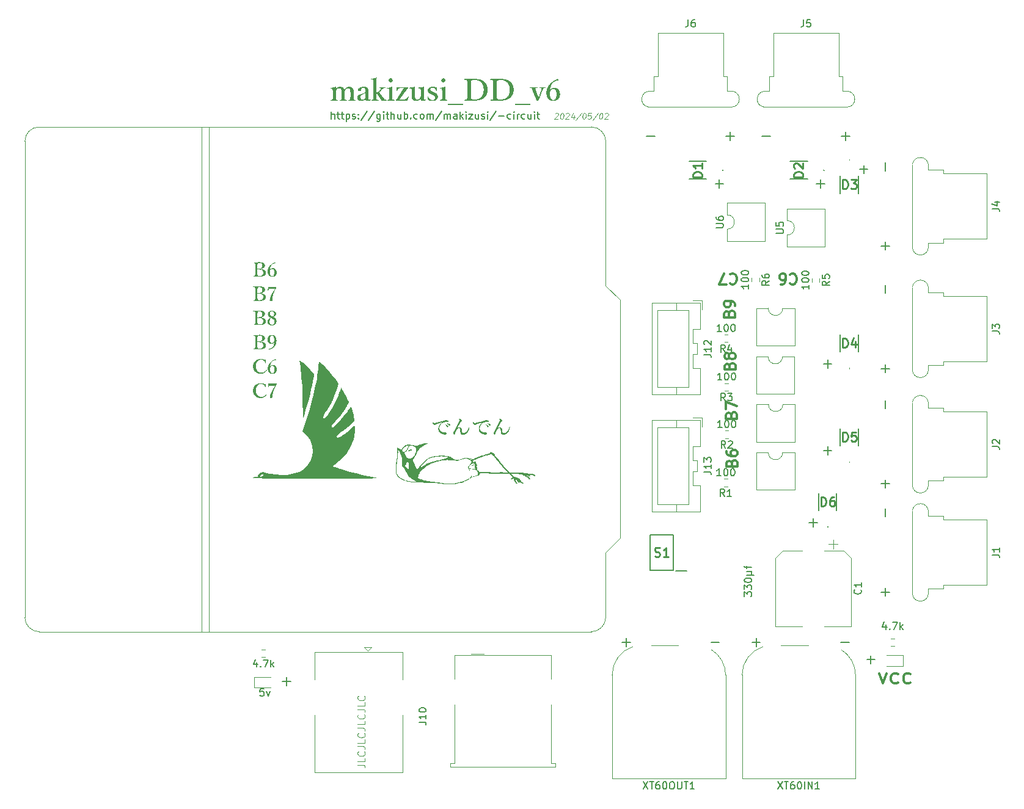
<source format=gbr>
%TF.GenerationSoftware,KiCad,Pcbnew,7.0.2*%
%TF.CreationDate,2024-05-02T17:55:25+09:00*%
%TF.ProjectId,DD_v6,44445f76-362e-46b6-9963-61645f706362,rev?*%
%TF.SameCoordinates,Original*%
%TF.FileFunction,Legend,Top*%
%TF.FilePolarity,Positive*%
%FSLAX46Y46*%
G04 Gerber Fmt 4.6, Leading zero omitted, Abs format (unit mm)*
G04 Created by KiCad (PCBNEW 7.0.2) date 2024-05-02 17:55:25*
%MOMM*%
%LPD*%
G01*
G04 APERTURE LIST*
%ADD10C,0.150000*%
%ADD11C,0.300000*%
%ADD12C,0.100000*%
%ADD13C,0.400000*%
%ADD14C,0.187500*%
%ADD15C,0.254000*%
%ADD16C,0.200000*%
%ADD17C,0.120000*%
G04 APERTURE END LIST*
D10*
X106571428Y-151877500D02*
X105428571Y-151877500D01*
X105999999Y-151306071D02*
X105999999Y-152448928D01*
D11*
G36*
X114048709Y-69817913D02*
G01*
X114079526Y-69770532D01*
X114111712Y-69726207D01*
X114145266Y-69684940D01*
X114180187Y-69646729D01*
X114216478Y-69611575D01*
X114254136Y-69579479D01*
X114293162Y-69550438D01*
X114333557Y-69524455D01*
X114375319Y-69501529D01*
X114418450Y-69481659D01*
X114462949Y-69464847D01*
X114508816Y-69451091D01*
X114556051Y-69440392D01*
X114604655Y-69432750D01*
X114654626Y-69428164D01*
X114705966Y-69426636D01*
X114744623Y-69427653D01*
X114782559Y-69430706D01*
X114819774Y-69435794D01*
X114856267Y-69442916D01*
X114892039Y-69452074D01*
X114927090Y-69463267D01*
X114961419Y-69476494D01*
X114995027Y-69491757D01*
X115027914Y-69509055D01*
X115060080Y-69528388D01*
X115081123Y-69542407D01*
X115108274Y-69562182D01*
X115133673Y-69583222D01*
X115157321Y-69605528D01*
X115179217Y-69629098D01*
X115199361Y-69653933D01*
X115217754Y-69680034D01*
X115234395Y-69707400D01*
X115249284Y-69736031D01*
X115262422Y-69765926D01*
X115273808Y-69797087D01*
X115283442Y-69829514D01*
X115291325Y-69863205D01*
X115297455Y-69898161D01*
X115301835Y-69934382D01*
X115304462Y-69971869D01*
X115305338Y-70010621D01*
X115301674Y-70464912D01*
X115301674Y-70745547D01*
X115301786Y-70790685D01*
X115302121Y-70833406D01*
X115302679Y-70873712D01*
X115303460Y-70911602D01*
X115304465Y-70947076D01*
X115305693Y-70980135D01*
X115307144Y-71010778D01*
X115309739Y-71052213D01*
X115312837Y-71088212D01*
X115316437Y-71118777D01*
X115322018Y-71151074D01*
X115330251Y-71177857D01*
X115350401Y-71201671D01*
X115376367Y-71219188D01*
X115405676Y-71231644D01*
X115426971Y-71237941D01*
X115456732Y-71242664D01*
X115490449Y-71246968D01*
X115522408Y-71250678D01*
X115553409Y-71254084D01*
X115566922Y-71255526D01*
X115592650Y-71270854D01*
X115599895Y-71299490D01*
X115595258Y-71329853D01*
X115572815Y-71348878D01*
X115566922Y-71349316D01*
X115103838Y-71337592D01*
X115073638Y-71337681D01*
X115039824Y-71337950D01*
X115010171Y-71338293D01*
X114978206Y-71338751D01*
X114943928Y-71339324D01*
X114907338Y-71340011D01*
X114868434Y-71340812D01*
X114848115Y-71341256D01*
X114813178Y-71342322D01*
X114780908Y-71343325D01*
X114751303Y-71344263D01*
X114715977Y-71345414D01*
X114685392Y-71346450D01*
X114653825Y-71347584D01*
X114622074Y-71348871D01*
X114612909Y-71349316D01*
X114585432Y-71336859D01*
X114576595Y-71308394D01*
X114576273Y-71299490D01*
X114583285Y-71269437D01*
X114610655Y-71255569D01*
X114612909Y-71255526D01*
X114648612Y-71251899D01*
X114679699Y-71248342D01*
X114710912Y-71244169D01*
X114742190Y-71238765D01*
X114761653Y-71233545D01*
X114789760Y-71222124D01*
X114814728Y-71203281D01*
X114833461Y-71177857D01*
X114842960Y-71149915D01*
X114849400Y-71116999D01*
X114853554Y-71086152D01*
X114857128Y-71050023D01*
X114860122Y-71008614D01*
X114861797Y-70978074D01*
X114863214Y-70945187D01*
X114864373Y-70909953D01*
X114865274Y-70872372D01*
X114865918Y-70832444D01*
X114866305Y-70790169D01*
X114866434Y-70745547D01*
X114866434Y-70189406D01*
X114866021Y-70146355D01*
X114864785Y-70105403D01*
X114862724Y-70066551D01*
X114859839Y-70029797D01*
X114856130Y-69995144D01*
X114851596Y-69962590D01*
X114846238Y-69932135D01*
X114837811Y-69894794D01*
X114827920Y-69861186D01*
X114819539Y-69838429D01*
X114803870Y-69801764D01*
X114785716Y-69768706D01*
X114765076Y-69739253D01*
X114741950Y-69713408D01*
X114716338Y-69691168D01*
X114688240Y-69672535D01*
X114657657Y-69657508D01*
X114624587Y-69646088D01*
X114589032Y-69638274D01*
X114550991Y-69634067D01*
X114524249Y-69633265D01*
X114483585Y-69635313D01*
X114444299Y-69641457D01*
X114406391Y-69651697D01*
X114369861Y-69666032D01*
X114334709Y-69684463D01*
X114300936Y-69706990D01*
X114268541Y-69733613D01*
X114237523Y-69764332D01*
X114217611Y-69787087D01*
X114198311Y-69811662D01*
X114179624Y-69838057D01*
X114161549Y-69866273D01*
X114145704Y-69892855D01*
X114131418Y-69920120D01*
X114118691Y-69948067D01*
X114107521Y-69976698D01*
X114097911Y-70006010D01*
X114089859Y-70036006D01*
X114083365Y-70066684D01*
X114078430Y-70098044D01*
X114075053Y-70130088D01*
X114073235Y-70162813D01*
X114072889Y-70185010D01*
X114072889Y-70745547D01*
X114073003Y-70790685D01*
X114073346Y-70833406D01*
X114073919Y-70873712D01*
X114074720Y-70911602D01*
X114075751Y-70947076D01*
X114077010Y-70980135D01*
X114078498Y-71010778D01*
X114081160Y-71052213D01*
X114084337Y-71088212D01*
X114088030Y-71118777D01*
X114093754Y-71151074D01*
X114102198Y-71177857D01*
X114120029Y-71202615D01*
X114144643Y-71220248D01*
X114173334Y-71232224D01*
X114194521Y-71237941D01*
X114226974Y-71242664D01*
X114257814Y-71246390D01*
X114290555Y-71250031D01*
X114322286Y-71253380D01*
X114343265Y-71255526D01*
X114367126Y-71274438D01*
X114371842Y-71303154D01*
X114366400Y-71333042D01*
X114340898Y-71349271D01*
X114338869Y-71349316D01*
X114308401Y-71348529D01*
X114276154Y-71347545D01*
X114242191Y-71346474D01*
X114211955Y-71345506D01*
X114177637Y-71344396D01*
X114139235Y-71343145D01*
X114096750Y-71341751D01*
X114081681Y-71341256D01*
X114049922Y-71340397D01*
X114019857Y-71339653D01*
X113984659Y-71338884D01*
X113952109Y-71338293D01*
X113922205Y-71337882D01*
X113889817Y-71337624D01*
X113875052Y-71337592D01*
X113843904Y-71337681D01*
X113809536Y-71337950D01*
X113779723Y-71338293D01*
X113747849Y-71338751D01*
X113713915Y-71339324D01*
X113677919Y-71340011D01*
X113639863Y-71340812D01*
X113620062Y-71341256D01*
X113584449Y-71342696D01*
X113551798Y-71343995D01*
X113522110Y-71345152D01*
X113487134Y-71346474D01*
X113457424Y-71347545D01*
X113427692Y-71348529D01*
X113397238Y-71349284D01*
X113392916Y-71349316D01*
X113365439Y-71336859D01*
X113356602Y-71308394D01*
X113356280Y-71299490D01*
X113363292Y-71269437D01*
X113390662Y-71255569D01*
X113392916Y-71255526D01*
X113425227Y-71252918D01*
X113459231Y-71249552D01*
X113492324Y-71245300D01*
X113521473Y-71240010D01*
X113537264Y-71235743D01*
X113565757Y-71223163D01*
X113590984Y-71203541D01*
X113609804Y-71177857D01*
X113619303Y-71149915D01*
X113625743Y-71116999D01*
X113629897Y-71086152D01*
X113633471Y-71050023D01*
X113636466Y-71008614D01*
X113638140Y-70978074D01*
X113639557Y-70945187D01*
X113640716Y-70909953D01*
X113641618Y-70872372D01*
X113642262Y-70832444D01*
X113642648Y-70790169D01*
X113642777Y-70745547D01*
X113642777Y-70189406D01*
X113642777Y-70107341D01*
X113642358Y-70077586D01*
X113640498Y-70039375D01*
X113637149Y-70002836D01*
X113632312Y-69967968D01*
X113625986Y-69934772D01*
X113618173Y-69903248D01*
X113608870Y-69873395D01*
X113598080Y-69845214D01*
X113595150Y-69838429D01*
X113578826Y-69801764D01*
X113560082Y-69768706D01*
X113538915Y-69739253D01*
X113515328Y-69713408D01*
X113489319Y-69691168D01*
X113460888Y-69672535D01*
X113430037Y-69657508D01*
X113396763Y-69646088D01*
X113361069Y-69638274D01*
X113322952Y-69634067D01*
X113296196Y-69633265D01*
X113256972Y-69635313D01*
X113218985Y-69641457D01*
X113182234Y-69651697D01*
X113146720Y-69666032D01*
X113112442Y-69684463D01*
X113079400Y-69706990D01*
X113047595Y-69733613D01*
X113017027Y-69764332D01*
X112997335Y-69787087D01*
X112978192Y-69811662D01*
X112959599Y-69838057D01*
X112941556Y-69866273D01*
X112925056Y-69894545D01*
X112910180Y-69923306D01*
X112896926Y-69952556D01*
X112885296Y-69982296D01*
X112875288Y-70012525D01*
X112866903Y-70043244D01*
X112860141Y-70074452D01*
X112855002Y-70106150D01*
X112851486Y-70138337D01*
X112849593Y-70171014D01*
X112849232Y-70193070D01*
X112849232Y-70745547D01*
X112849329Y-70791801D01*
X112849621Y-70835490D01*
X112850108Y-70876614D01*
X112850789Y-70915174D01*
X112851665Y-70951169D01*
X112852735Y-70984600D01*
X112854000Y-71015466D01*
X112856263Y-71056957D01*
X112858963Y-71092677D01*
X112862102Y-71122628D01*
X112866968Y-71153586D01*
X112874145Y-71177857D01*
X112891976Y-71203560D01*
X112916590Y-71221309D01*
X112945281Y-71232803D01*
X112966468Y-71237941D01*
X112996384Y-71242131D01*
X113027254Y-71245908D01*
X113061584Y-71249926D01*
X113095741Y-71253826D01*
X113110816Y-71255526D01*
X113135546Y-71271463D01*
X113143660Y-71301937D01*
X113143789Y-71307550D01*
X113136544Y-71337528D01*
X113110816Y-71349316D01*
X113054636Y-71347896D01*
X113002052Y-71346568D01*
X112953062Y-71345331D01*
X112907667Y-71344187D01*
X112865867Y-71343133D01*
X112827662Y-71342172D01*
X112793052Y-71341301D01*
X112762037Y-71340523D01*
X112722255Y-71339527D01*
X112690562Y-71338737D01*
X112660886Y-71338004D01*
X112643335Y-71337592D01*
X112612699Y-71337681D01*
X112578950Y-71337950D01*
X112542088Y-71338397D01*
X112510357Y-71338884D01*
X112476634Y-71339485D01*
X112440920Y-71340200D01*
X112403213Y-71341030D01*
X112393475Y-71341256D01*
X112359257Y-71342696D01*
X112327770Y-71343995D01*
X112290034Y-71345506D01*
X112257153Y-71346765D01*
X112222878Y-71347985D01*
X112191760Y-71348930D01*
X112169260Y-71349316D01*
X112141233Y-71337775D01*
X112132037Y-71308744D01*
X112131891Y-71303154D01*
X112138058Y-71273963D01*
X112162582Y-71255966D01*
X112169260Y-71254794D01*
X112204945Y-71251166D01*
X112235978Y-71247609D01*
X112267079Y-71243436D01*
X112298128Y-71238032D01*
X112317271Y-71232812D01*
X112346537Y-71221392D01*
X112372284Y-71202548D01*
X112391277Y-71177124D01*
X112403553Y-71147632D01*
X112410476Y-71118323D01*
X112415861Y-71082144D01*
X112419061Y-71048256D01*
X112421276Y-71009971D01*
X112422292Y-70978372D01*
X112422753Y-70944300D01*
X112422784Y-70932393D01*
X112422784Y-70741884D01*
X112422784Y-70135184D01*
X112422669Y-70102598D01*
X112422326Y-70071517D01*
X112421753Y-70041942D01*
X112420465Y-70000402D01*
X112418662Y-69962249D01*
X112416344Y-69927484D01*
X112413510Y-69896106D01*
X112408931Y-69859538D01*
X112403435Y-69828993D01*
X112395278Y-69799279D01*
X112393475Y-69794466D01*
X112379229Y-69765082D01*
X112361223Y-69741778D01*
X112335463Y-69722273D01*
X112304583Y-69711043D01*
X112274040Y-69708004D01*
X112245464Y-69708004D01*
X112144347Y-69708004D01*
X112123831Y-69708004D01*
X112097555Y-69693861D01*
X112088660Y-69663307D01*
X112088660Y-69643524D01*
X112102101Y-69616251D01*
X112130520Y-69603767D01*
X112136287Y-69602491D01*
X112177051Y-69593990D01*
X112218009Y-69585157D01*
X112259162Y-69575992D01*
X112300510Y-69566495D01*
X112342052Y-69556667D01*
X112383789Y-69546506D01*
X112425721Y-69536013D01*
X112467847Y-69525188D01*
X112510167Y-69514031D01*
X112552683Y-69502542D01*
X112595393Y-69490721D01*
X112638298Y-69478568D01*
X112681397Y-69466083D01*
X112724691Y-69453266D01*
X112768180Y-69440117D01*
X112811863Y-69426636D01*
X112841276Y-69432199D01*
X112857248Y-69458268D01*
X112857292Y-69460341D01*
X112855851Y-69502189D01*
X112854553Y-69542001D01*
X112853396Y-69579778D01*
X112852380Y-69615520D01*
X112851507Y-69649227D01*
X112850775Y-69680898D01*
X112850184Y-69710535D01*
X112849618Y-69746886D01*
X112849303Y-69779618D01*
X112849232Y-69801793D01*
X112869554Y-69767245D01*
X112891229Y-69734216D01*
X112914257Y-69702707D01*
X112938636Y-69672718D01*
X112964368Y-69644249D01*
X112991453Y-69617300D01*
X113019890Y-69591871D01*
X113049679Y-69567961D01*
X113080821Y-69545571D01*
X113113315Y-69524701D01*
X113135729Y-69511632D01*
X113163970Y-69496443D01*
X113192366Y-69482747D01*
X113220917Y-69470545D01*
X113249622Y-69459838D01*
X113278482Y-69450624D01*
X113307496Y-69442905D01*
X113336665Y-69436679D01*
X113365989Y-69431948D01*
X113395467Y-69428711D01*
X113425099Y-69426968D01*
X113444940Y-69426636D01*
X113485353Y-69427499D01*
X113524710Y-69430088D01*
X113563011Y-69434403D01*
X113600256Y-69440443D01*
X113636444Y-69448210D01*
X113671577Y-69457702D01*
X113705653Y-69468921D01*
X113738673Y-69481865D01*
X113770637Y-69496536D01*
X113801544Y-69512932D01*
X113821563Y-69524822D01*
X113851200Y-69544828D01*
X113879110Y-69566381D01*
X113905295Y-69589479D01*
X113929755Y-69614123D01*
X113952488Y-69640312D01*
X113973495Y-69668047D01*
X113992776Y-69697328D01*
X114010332Y-69728154D01*
X114026161Y-69760525D01*
X114040265Y-69794443D01*
X114048709Y-69817913D01*
G37*
G36*
X116778211Y-69427340D02*
G01*
X116826654Y-69429452D01*
X116872893Y-69432973D01*
X116916929Y-69437902D01*
X116958760Y-69444239D01*
X116998387Y-69451984D01*
X117035811Y-69461137D01*
X117071031Y-69471699D01*
X117104046Y-69483669D01*
X117134858Y-69497047D01*
X117163466Y-69511833D01*
X117189870Y-69528027D01*
X117214070Y-69545630D01*
X117246238Y-69574674D01*
X117273447Y-69606887D01*
X117291822Y-69636505D01*
X117307748Y-69670406D01*
X117318084Y-69698641D01*
X117327042Y-69729284D01*
X117334622Y-69762337D01*
X117340823Y-69797797D01*
X117345647Y-69835667D01*
X117349092Y-69875944D01*
X117351160Y-69918631D01*
X117351772Y-69948427D01*
X117351849Y-69963726D01*
X117351849Y-69993912D01*
X117351849Y-70023330D01*
X117351849Y-70024542D01*
X117341591Y-70866448D01*
X117341671Y-70908949D01*
X117343010Y-70948708D01*
X117345609Y-70985725D01*
X117349467Y-71020000D01*
X117354585Y-71051533D01*
X117360962Y-71080324D01*
X117372889Y-71118369D01*
X117387649Y-71150245D01*
X117405243Y-71175952D01*
X117433110Y-71200630D01*
X117466014Y-71214340D01*
X117493998Y-71217424D01*
X117527291Y-71216921D01*
X117559028Y-71215409D01*
X117589207Y-71212891D01*
X117617829Y-71209364D01*
X117636147Y-71208632D01*
X117663625Y-71221821D01*
X117671318Y-71232079D01*
X117683775Y-71257725D01*
X117666039Y-71282454D01*
X117658862Y-71287034D01*
X117625855Y-71307298D01*
X117598891Y-71320723D01*
X117570033Y-71332629D01*
X117539282Y-71343014D01*
X117506638Y-71351880D01*
X117472100Y-71359226D01*
X117435669Y-71365052D01*
X117397344Y-71369358D01*
X117357127Y-71372145D01*
X117315016Y-71373411D01*
X117300558Y-71373496D01*
X117267470Y-71372668D01*
X117235803Y-71370187D01*
X117205555Y-71366051D01*
X117176727Y-71360261D01*
X117136146Y-71348473D01*
X117098760Y-71332964D01*
X117064568Y-71313732D01*
X117033570Y-71290777D01*
X117005766Y-71264101D01*
X116981157Y-71233702D01*
X116959742Y-71199581D01*
X116941521Y-71161737D01*
X116916188Y-71185091D01*
X116891023Y-71207066D01*
X116866025Y-71227663D01*
X116841194Y-71246882D01*
X116816531Y-71264723D01*
X116792036Y-71281186D01*
X116759635Y-71300993D01*
X116727533Y-71318349D01*
X116695728Y-71333256D01*
X116679937Y-71339790D01*
X116644651Y-71353014D01*
X116607671Y-71364474D01*
X116578824Y-71371912D01*
X116549024Y-71378359D01*
X116518271Y-71383813D01*
X116486565Y-71388276D01*
X116453906Y-71391747D01*
X116420293Y-71394227D01*
X116385728Y-71395714D01*
X116350209Y-71396210D01*
X116313710Y-71395575D01*
X116278401Y-71393669D01*
X116244284Y-71390492D01*
X116211357Y-71386044D01*
X116179620Y-71380325D01*
X116149075Y-71373335D01*
X116119720Y-71365075D01*
X116091556Y-71355544D01*
X116051542Y-71338864D01*
X116014207Y-71319325D01*
X115979551Y-71296927D01*
X115947575Y-71271669D01*
X115918277Y-71243552D01*
X115909106Y-71233545D01*
X115885922Y-71205083D01*
X115865829Y-71175384D01*
X115848828Y-71144449D01*
X115834918Y-71112278D01*
X115824098Y-71078870D01*
X115816370Y-71044226D01*
X115811734Y-71008345D01*
X115810188Y-70971228D01*
X115811457Y-70932850D01*
X115814339Y-70904549D01*
X116274005Y-70904549D01*
X116275585Y-70942594D01*
X116280325Y-70978692D01*
X116288225Y-71012844D01*
X116299284Y-71045050D01*
X116313504Y-71075309D01*
X116330883Y-71103623D01*
X116351422Y-71129989D01*
X116375122Y-71154410D01*
X116399239Y-71175519D01*
X116423965Y-71193050D01*
X116454439Y-71209364D01*
X116485789Y-71220527D01*
X116518015Y-71226538D01*
X116539986Y-71227683D01*
X116571868Y-71226665D01*
X116602668Y-71223613D01*
X116632387Y-71218525D01*
X116661023Y-71211402D01*
X116697522Y-71198740D01*
X116732098Y-71182460D01*
X116764750Y-71162561D01*
X116795479Y-71139045D01*
X116817263Y-71119034D01*
X116824284Y-71111912D01*
X116846094Y-71087377D01*
X116864996Y-71061765D01*
X116880991Y-71035078D01*
X116894077Y-71007315D01*
X116904255Y-70978475D01*
X116911525Y-70948559D01*
X116915887Y-70917567D01*
X116917341Y-70885498D01*
X116921004Y-70317634D01*
X116898654Y-70341176D01*
X116872659Y-70360936D01*
X116839452Y-70381521D01*
X116809813Y-70397501D01*
X116776117Y-70413945D01*
X116738363Y-70430852D01*
X116710940Y-70442381D01*
X116681714Y-70454116D01*
X116650685Y-70466057D01*
X116617852Y-70478204D01*
X116583217Y-70490558D01*
X116545773Y-70505484D01*
X116510745Y-70521870D01*
X116478133Y-70539716D01*
X116447937Y-70559022D01*
X116420156Y-70579788D01*
X116394791Y-70602013D01*
X116371842Y-70625698D01*
X116351308Y-70650842D01*
X116333190Y-70677446D01*
X116317488Y-70705511D01*
X116304202Y-70735034D01*
X116293331Y-70766018D01*
X116284876Y-70798461D01*
X116278837Y-70832364D01*
X116275213Y-70867727D01*
X116274005Y-70904549D01*
X115814339Y-70904549D01*
X115815263Y-70895476D01*
X115821606Y-70859107D01*
X115830487Y-70823743D01*
X115841905Y-70789384D01*
X115855860Y-70756029D01*
X115872353Y-70723679D01*
X115891383Y-70692333D01*
X115912951Y-70661992D01*
X115937056Y-70632656D01*
X115954535Y-70613656D01*
X115977639Y-70595315D01*
X116002621Y-70577661D01*
X116029480Y-70560694D01*
X116058217Y-70544413D01*
X116088831Y-70528820D01*
X116121323Y-70513913D01*
X116155692Y-70499694D01*
X116191939Y-70486161D01*
X116225454Y-70474516D01*
X116260598Y-70463321D01*
X116295437Y-70452639D01*
X116325489Y-70443621D01*
X116358901Y-70433740D01*
X116395676Y-70422996D01*
X116435812Y-70411389D01*
X116464437Y-70403171D01*
X116494556Y-70394570D01*
X116534931Y-70382588D01*
X116573348Y-70370270D01*
X116609807Y-70357618D01*
X116644308Y-70344630D01*
X116676851Y-70331308D01*
X116707437Y-70317651D01*
X116736065Y-70303659D01*
X116762735Y-70289332D01*
X116795250Y-70269709D01*
X116824284Y-70249490D01*
X116852148Y-70226886D01*
X116875289Y-70203494D01*
X116893707Y-70179316D01*
X116909576Y-70149262D01*
X116918643Y-70118076D01*
X116921004Y-70091221D01*
X116921004Y-69979113D01*
X116920014Y-69926941D01*
X116917043Y-69878134D01*
X116912091Y-69832693D01*
X116905159Y-69790619D01*
X116896246Y-69751910D01*
X116885353Y-69716567D01*
X116872478Y-69684591D01*
X116857623Y-69655980D01*
X116840788Y-69630735D01*
X116811821Y-69599179D01*
X116778397Y-69575197D01*
X116740517Y-69558788D01*
X116698180Y-69549952D01*
X116667480Y-69548269D01*
X116634382Y-69549494D01*
X116602863Y-69553169D01*
X116572924Y-69559294D01*
X116544565Y-69567869D01*
X116511338Y-69582034D01*
X116480580Y-69600026D01*
X116452291Y-69621847D01*
X116446929Y-69626671D01*
X116425609Y-69648266D01*
X116407903Y-69674584D01*
X116393810Y-69705625D01*
X116385137Y-69733858D01*
X116378777Y-69765114D01*
X116374730Y-69799392D01*
X116372996Y-69836692D01*
X116372923Y-69846489D01*
X116369678Y-69878947D01*
X116359940Y-69908726D01*
X116343712Y-69935825D01*
X116320991Y-69960245D01*
X116297099Y-69978549D01*
X116280600Y-69988639D01*
X116252500Y-70002359D01*
X116221323Y-70013755D01*
X116187069Y-70022824D01*
X116157451Y-70028406D01*
X116125864Y-70032499D01*
X116092307Y-70035103D01*
X116056781Y-70036220D01*
X116047592Y-70036266D01*
X116018129Y-70035133D01*
X115983353Y-70030095D01*
X115953729Y-70021028D01*
X115923944Y-70004026D01*
X115902209Y-69980728D01*
X115888524Y-69951132D01*
X115882889Y-69915240D01*
X115882728Y-69907306D01*
X115884988Y-69874893D01*
X115891770Y-69842777D01*
X115903072Y-69810957D01*
X115918895Y-69779433D01*
X115939239Y-69748206D01*
X115964104Y-69717274D01*
X115993490Y-69686639D01*
X116015592Y-69666381D01*
X116039703Y-69646253D01*
X116065824Y-69626258D01*
X116093954Y-69606394D01*
X116124093Y-69586662D01*
X116139916Y-69576845D01*
X116171492Y-69558656D01*
X116203755Y-69541640D01*
X116236705Y-69525798D01*
X116270341Y-69511129D01*
X116304665Y-69497633D01*
X116339676Y-69485311D01*
X116375373Y-69474163D01*
X116411758Y-69464188D01*
X116448830Y-69455387D01*
X116486588Y-69447759D01*
X116525033Y-69441305D01*
X116564166Y-69436024D01*
X116603985Y-69431917D01*
X116644491Y-69428983D01*
X116685684Y-69427223D01*
X116727564Y-69426636D01*
X116778211Y-69427340D01*
G37*
G36*
X118488185Y-68165015D02*
G01*
X118507170Y-68188817D01*
X118507362Y-68192721D01*
X118505874Y-68230209D01*
X118504434Y-68267293D01*
X118503040Y-68303974D01*
X118501694Y-68340251D01*
X118500396Y-68376125D01*
X118499144Y-68411595D01*
X118497940Y-68446662D01*
X118496783Y-68481325D01*
X118495673Y-68515584D01*
X118494610Y-68549440D01*
X118493595Y-68582892D01*
X118492627Y-68615940D01*
X118491706Y-68648586D01*
X118490832Y-68680827D01*
X118490006Y-68712665D01*
X118489227Y-68744099D01*
X118488495Y-68775130D01*
X118487810Y-68805757D01*
X118487172Y-68835981D01*
X118486582Y-68865801D01*
X118486039Y-68895217D01*
X118485094Y-68952840D01*
X118484339Y-69008848D01*
X118483772Y-69063241D01*
X118483394Y-69116021D01*
X118483205Y-69167186D01*
X118483182Y-69192163D01*
X118483182Y-70317634D01*
X118508748Y-70295430D01*
X118531726Y-70275040D01*
X118556948Y-70252314D01*
X118584414Y-70227252D01*
X118606486Y-70206923D01*
X118629820Y-70185280D01*
X118654417Y-70162324D01*
X118680276Y-70138054D01*
X118707397Y-70112470D01*
X118925750Y-69893384D01*
X118946246Y-69872352D01*
X118974511Y-69842308D01*
X118999801Y-69814066D01*
X119022116Y-69787628D01*
X119041455Y-69762993D01*
X119062612Y-69732951D01*
X119078481Y-69706115D01*
X119090878Y-69677077D01*
X119095010Y-69653049D01*
X119090614Y-69627404D01*
X119069259Y-69603035D01*
X119041369Y-69590395D01*
X119009784Y-69582066D01*
X118979056Y-69576845D01*
X118943473Y-69572907D01*
X118913600Y-69570795D01*
X118903035Y-69570251D01*
X118877307Y-69555775D01*
X118870191Y-69525171D01*
X118870062Y-69518960D01*
X118875504Y-69489546D01*
X118901006Y-69473575D01*
X118903035Y-69473531D01*
X118939454Y-69474561D01*
X118969849Y-69475244D01*
X119002884Y-69475849D01*
X119038559Y-69476377D01*
X119076875Y-69476828D01*
X119117831Y-69477201D01*
X119161428Y-69477498D01*
X119191959Y-69477652D01*
X119223664Y-69477772D01*
X119256542Y-69477858D01*
X119290594Y-69477910D01*
X119325819Y-69477927D01*
X119358497Y-69477331D01*
X119390394Y-69476455D01*
X119420628Y-69475543D01*
X119456271Y-69474411D01*
X119497324Y-69473061D01*
X119527698Y-69472039D01*
X119560476Y-69470920D01*
X119595658Y-69469704D01*
X119633245Y-69468390D01*
X119673236Y-69466979D01*
X119715631Y-69465471D01*
X119741359Y-69479739D01*
X119748475Y-69509907D01*
X119748604Y-69516029D01*
X119745141Y-69546065D01*
X119724533Y-69568322D01*
X119719295Y-69568785D01*
X119685860Y-69573318D01*
X119657129Y-69579186D01*
X119626635Y-69587046D01*
X119594378Y-69596897D01*
X119560358Y-69608741D01*
X119524574Y-69622577D01*
X119496580Y-69634261D01*
X119467593Y-69647066D01*
X119457711Y-69651584D01*
X119423101Y-69669158D01*
X119395716Y-69684968D01*
X119367107Y-69703032D01*
X119337275Y-69723350D01*
X119306219Y-69745922D01*
X119273940Y-69770749D01*
X119240437Y-69797829D01*
X119217421Y-69817134D01*
X119193862Y-69837442D01*
X119169760Y-69858751D01*
X119145113Y-69881062D01*
X119119923Y-69904375D01*
X118930146Y-70078032D01*
X118907181Y-70101125D01*
X118884448Y-70122596D01*
X118861946Y-70142444D01*
X118849546Y-70152770D01*
X118872128Y-70184577D01*
X118894537Y-70216068D01*
X118916773Y-70247243D01*
X118938836Y-70278101D01*
X118960725Y-70308643D01*
X118982442Y-70338869D01*
X119003985Y-70368778D01*
X119025355Y-70398371D01*
X119046552Y-70427648D01*
X119067576Y-70456609D01*
X119088426Y-70485253D01*
X119109104Y-70513581D01*
X119129608Y-70541593D01*
X119149939Y-70569289D01*
X119170097Y-70596668D01*
X119190081Y-70623731D01*
X119209893Y-70650478D01*
X119229531Y-70676908D01*
X119248997Y-70703023D01*
X119268289Y-70728820D01*
X119287408Y-70754302D01*
X119306353Y-70779467D01*
X119325126Y-70804317D01*
X119343726Y-70828849D01*
X119362152Y-70853066D01*
X119380405Y-70876966D01*
X119398485Y-70900550D01*
X119416392Y-70923818D01*
X119451686Y-70969404D01*
X119486287Y-71013726D01*
X119510046Y-71042201D01*
X119532415Y-71068552D01*
X119553392Y-71092777D01*
X119572978Y-71114877D01*
X119596929Y-71141038D01*
X119618407Y-71163420D01*
X119641777Y-71186085D01*
X119664721Y-71205491D01*
X119668004Y-71207899D01*
X119695107Y-71221127D01*
X119725761Y-71231071D01*
X119756541Y-71238373D01*
X119792079Y-71244781D01*
X119823935Y-71249263D01*
X119858837Y-71253173D01*
X119868039Y-71254061D01*
X119893766Y-71270106D01*
X119900979Y-71300400D01*
X119901011Y-71303154D01*
X119894118Y-71333042D01*
X119869035Y-71348594D01*
X119859246Y-71349316D01*
X119521458Y-71337592D01*
X119478235Y-71337624D01*
X119437317Y-71337721D01*
X119398705Y-71337882D01*
X119362399Y-71338107D01*
X119328398Y-71338397D01*
X119296702Y-71338751D01*
X119267312Y-71339170D01*
X119231712Y-71339828D01*
X119200210Y-71340601D01*
X119179274Y-71341256D01*
X119164047Y-71314437D01*
X119147675Y-71286186D01*
X119130158Y-71256505D01*
X119111496Y-71225393D01*
X119095743Y-71199473D01*
X119079256Y-71172636D01*
X119062037Y-71144884D01*
X119037851Y-71109519D01*
X119014204Y-71074957D01*
X118991094Y-71041198D01*
X118968523Y-71008242D01*
X118946489Y-70976088D01*
X118924994Y-70944738D01*
X118904037Y-70914190D01*
X118883618Y-70884445D01*
X118863737Y-70855503D01*
X118844394Y-70827364D01*
X118825589Y-70800028D01*
X118807322Y-70773494D01*
X118789594Y-70747763D01*
X118772403Y-70722836D01*
X118755751Y-70698711D01*
X118724060Y-70652869D01*
X118694522Y-70610239D01*
X118667137Y-70570821D01*
X118641903Y-70534614D01*
X118618822Y-70501618D01*
X118597894Y-70471834D01*
X118579118Y-70445261D01*
X118554989Y-70411423D01*
X118483182Y-70474438D01*
X118483182Y-70734556D01*
X118483293Y-70779376D01*
X118483628Y-70821877D01*
X118484186Y-70862060D01*
X118484968Y-70899924D01*
X118485972Y-70935470D01*
X118487200Y-70968697D01*
X118488651Y-70999607D01*
X118491247Y-71041623D01*
X118494344Y-71078424D01*
X118497944Y-71110007D01*
X118503526Y-71144005D01*
X118511758Y-71173461D01*
X118527715Y-71198992D01*
X118552688Y-71218798D01*
X118582872Y-71231730D01*
X118594556Y-71235010D01*
X118626663Y-71240811D01*
X118656921Y-71244773D01*
X118688941Y-71248336D01*
X118719914Y-71251424D01*
X118740369Y-71253328D01*
X118767192Y-71266305D01*
X118777410Y-71294395D01*
X118777739Y-71302421D01*
X118771571Y-71332783D01*
X118747048Y-71348903D01*
X118740369Y-71349316D01*
X118710099Y-71347896D01*
X118680102Y-71346568D01*
X118650381Y-71345331D01*
X118620935Y-71344187D01*
X118577280Y-71342641D01*
X118534244Y-71341301D01*
X118491826Y-71340168D01*
X118450026Y-71339241D01*
X118408844Y-71338519D01*
X118368281Y-71338004D01*
X118328335Y-71337695D01*
X118289009Y-71337592D01*
X118257229Y-71337638D01*
X118225639Y-71337775D01*
X118194238Y-71338004D01*
X118163025Y-71338325D01*
X118132001Y-71338737D01*
X118101167Y-71339241D01*
X118070521Y-71339836D01*
X118040064Y-71340523D01*
X118009796Y-71341301D01*
X117979717Y-71342172D01*
X117949827Y-71343133D01*
X117920126Y-71344187D01*
X117890613Y-71345331D01*
X117861290Y-71346568D01*
X117817659Y-71348594D01*
X117803210Y-71349316D01*
X117774659Y-71340480D01*
X117762097Y-71313973D01*
X117761444Y-71303154D01*
X117767611Y-71273610D01*
X117792135Y-71255841D01*
X117798813Y-71254794D01*
X117828283Y-71251725D01*
X117860933Y-71248019D01*
X117893975Y-71243760D01*
X117924058Y-71239051D01*
X117951221Y-71232812D01*
X117979285Y-71221005D01*
X118003048Y-71201902D01*
X118019364Y-71176392D01*
X118029076Y-71142097D01*
X118034434Y-71107384D01*
X118037867Y-71075128D01*
X118040797Y-71037540D01*
X118043225Y-70994619D01*
X118044564Y-70963043D01*
X118045680Y-70929097D01*
X118046573Y-70892781D01*
X118047243Y-70854096D01*
X118047690Y-70813040D01*
X118047913Y-70769614D01*
X118047941Y-70747013D01*
X118047941Y-68878555D01*
X118047846Y-68846532D01*
X118047563Y-68815861D01*
X118047091Y-68786540D01*
X118046028Y-68745092D01*
X118044541Y-68706684D01*
X118042628Y-68671316D01*
X118040290Y-68638987D01*
X118037527Y-68609698D01*
X118033183Y-68575374D01*
X118028082Y-68546454D01*
X118023761Y-68528311D01*
X118010400Y-68498927D01*
X117992299Y-68475623D01*
X117965191Y-68456118D01*
X117936821Y-68445986D01*
X117903711Y-68441933D01*
X117897732Y-68441849D01*
X117883077Y-68441849D01*
X117786357Y-68441849D01*
X117765840Y-68441849D01*
X117738872Y-68429027D01*
X117728774Y-68399215D01*
X117728471Y-68396420D01*
X117727006Y-68375170D01*
X117741844Y-68347865D01*
X117771015Y-68336219D01*
X117773900Y-68335603D01*
X117808688Y-68329853D01*
X117844540Y-68323410D01*
X117881457Y-68316275D01*
X117919439Y-68308446D01*
X117958485Y-68299926D01*
X117998596Y-68290712D01*
X118039772Y-68280806D01*
X118082013Y-68270207D01*
X118125318Y-68258916D01*
X118169688Y-68246932D01*
X118215123Y-68234255D01*
X118261623Y-68220885D01*
X118309187Y-68206823D01*
X118357816Y-68192068D01*
X118407510Y-68176621D01*
X118458269Y-68160481D01*
X118488185Y-68165015D01*
G37*
G36*
X120264445Y-70141779D02*
G01*
X120264365Y-70110878D01*
X120264124Y-70081191D01*
X120263463Y-70038937D01*
X120262441Y-69999412D01*
X120261059Y-69962618D01*
X120259316Y-69928555D01*
X120257212Y-69897222D01*
X120253846Y-69859693D01*
X120249839Y-69827018D01*
X120243928Y-69793000D01*
X120231564Y-69764115D01*
X120210887Y-69737968D01*
X120183478Y-69719956D01*
X120154627Y-69710992D01*
X120120830Y-69708004D01*
X120090937Y-69708004D01*
X120087857Y-69708004D01*
X119977948Y-69708004D01*
X119953768Y-69708004D01*
X119929905Y-69689070D01*
X119924459Y-69664040D01*
X119922993Y-69641325D01*
X119937831Y-69615900D01*
X119967003Y-69605900D01*
X119969888Y-69605422D01*
X120013605Y-69596051D01*
X120057197Y-69586439D01*
X120100663Y-69576588D01*
X120144002Y-69566495D01*
X120187216Y-69556163D01*
X120230304Y-69545590D01*
X120273266Y-69534776D01*
X120316102Y-69523722D01*
X120358812Y-69512428D01*
X120401396Y-69500893D01*
X120443854Y-69489118D01*
X120486187Y-69477103D01*
X120528393Y-69464847D01*
X120570473Y-69452350D01*
X120612428Y-69439613D01*
X120654256Y-69426636D01*
X120684172Y-69432612D01*
X120702151Y-69456891D01*
X120703349Y-69469134D01*
X120701397Y-69519037D01*
X120699571Y-69568362D01*
X120697871Y-69617108D01*
X120696297Y-69665276D01*
X120694848Y-69712867D01*
X120693526Y-69759879D01*
X120692330Y-69806312D01*
X120691259Y-69852168D01*
X120690315Y-69897445D01*
X120689496Y-69942145D01*
X120688803Y-69986266D01*
X120688237Y-70029809D01*
X120687796Y-70072774D01*
X120687481Y-70115160D01*
X120687292Y-70156969D01*
X120687229Y-70198199D01*
X120687229Y-70736755D01*
X120687341Y-70782264D01*
X120687676Y-70825369D01*
X120688234Y-70866070D01*
X120689015Y-70904366D01*
X120690020Y-70940258D01*
X120691248Y-70973746D01*
X120692699Y-71004830D01*
X120695294Y-71046948D01*
X120698392Y-71083656D01*
X120701992Y-71114954D01*
X120707573Y-71148270D01*
X120715806Y-71176392D01*
X120735383Y-71201107D01*
X120759855Y-71217845D01*
X120790819Y-71229366D01*
X120806664Y-71232812D01*
X120838298Y-71237102D01*
X120869338Y-71240102D01*
X120902697Y-71242841D01*
X120935258Y-71245242D01*
X120956873Y-71246734D01*
X120980572Y-71265358D01*
X120986154Y-71295823D01*
X120986182Y-71298757D01*
X120982061Y-71329566D01*
X120958676Y-71349266D01*
X120956873Y-71349316D01*
X120923791Y-71348137D01*
X120892210Y-71347301D01*
X120861066Y-71346639D01*
X120826161Y-71346030D01*
X120800802Y-71345652D01*
X120761211Y-71344212D01*
X120723771Y-71342913D01*
X120688482Y-71341756D01*
X120655344Y-71340740D01*
X120624357Y-71339867D01*
X120586387Y-71338922D01*
X120552240Y-71338230D01*
X120521918Y-71337789D01*
X120489392Y-71337592D01*
X120457230Y-71338153D01*
X120420623Y-71338977D01*
X120384466Y-71339836D01*
X120340852Y-71340901D01*
X120307633Y-71341725D01*
X120271100Y-71342641D01*
X120231252Y-71343648D01*
X120188090Y-71344748D01*
X120141613Y-71345938D01*
X120091822Y-71347220D01*
X120038716Y-71348594D01*
X120010921Y-71349316D01*
X119982871Y-71339638D01*
X119970529Y-71310607D01*
X119969888Y-71298757D01*
X119974304Y-71268721D01*
X119996491Y-71247289D01*
X120007257Y-71246001D01*
X120041310Y-71243446D01*
X120071571Y-71240820D01*
X120102878Y-71237575D01*
X120132501Y-71233658D01*
X120159665Y-71228415D01*
X120187628Y-71216337D01*
X120212108Y-71198422D01*
X120230006Y-71175659D01*
X120243425Y-71143822D01*
X120250992Y-71112324D01*
X120255835Y-71081870D01*
X120259602Y-71046745D01*
X120261721Y-71017335D01*
X120263234Y-70985298D01*
X120264142Y-70950634D01*
X120264445Y-70913342D01*
X120264445Y-70733824D01*
X120264445Y-70141779D01*
G37*
G36*
X120448360Y-68254270D02*
G01*
X120483032Y-68256614D01*
X120516523Y-68263644D01*
X120548834Y-68275361D01*
X120579964Y-68291765D01*
X120609914Y-68312856D01*
X120633024Y-68333104D01*
X120649860Y-68350258D01*
X120672446Y-68376808D01*
X120691205Y-68404253D01*
X120706135Y-68432593D01*
X120717237Y-68461827D01*
X120724510Y-68491956D01*
X120727956Y-68522978D01*
X120728262Y-68535638D01*
X120725847Y-68570750D01*
X120718602Y-68604646D01*
X120706527Y-68637326D01*
X120689622Y-68668789D01*
X120672620Y-68693083D01*
X120652528Y-68716599D01*
X120629344Y-68739337D01*
X120602707Y-68761712D01*
X120575462Y-68780295D01*
X120547609Y-68795085D01*
X120519148Y-68806084D01*
X120490079Y-68813289D01*
X120460401Y-68816702D01*
X120448360Y-68817006D01*
X120412120Y-68814609D01*
X120377133Y-68807417D01*
X120343398Y-68795432D01*
X120310916Y-68778652D01*
X120285831Y-68761776D01*
X120261548Y-68741832D01*
X120238066Y-68718820D01*
X120215480Y-68692323D01*
X120196722Y-68665039D01*
X120181792Y-68636968D01*
X120170690Y-68608109D01*
X120163416Y-68578464D01*
X120159971Y-68548031D01*
X120159665Y-68535638D01*
X120162133Y-68499506D01*
X120169539Y-68464841D01*
X120181883Y-68431643D01*
X120199163Y-68399912D01*
X120216543Y-68375583D01*
X120237082Y-68352193D01*
X120260781Y-68329741D01*
X120287579Y-68307999D01*
X120315306Y-68289942D01*
X120343964Y-68275570D01*
X120373553Y-68264883D01*
X120404071Y-68257882D01*
X120435520Y-68254565D01*
X120448360Y-68254270D01*
G37*
G36*
X121720376Y-71208632D02*
G01*
X121751195Y-71214120D01*
X121785950Y-71218678D01*
X121816587Y-71221655D01*
X121849743Y-71224036D01*
X121885418Y-71225822D01*
X121923611Y-71227013D01*
X121953909Y-71227515D01*
X121985624Y-71227683D01*
X122033867Y-71227096D01*
X122080593Y-71225336D01*
X122125801Y-71222402D01*
X122169493Y-71218295D01*
X122211668Y-71213014D01*
X122252326Y-71206559D01*
X122291467Y-71198932D01*
X122329091Y-71190130D01*
X122365197Y-71180156D01*
X122399787Y-71169007D01*
X122432860Y-71156685D01*
X122464416Y-71143190D01*
X122494455Y-71128521D01*
X122522977Y-71112679D01*
X122549982Y-71095663D01*
X122575471Y-71077473D01*
X122605107Y-71054671D01*
X122633843Y-71030504D01*
X122661676Y-71004972D01*
X122688608Y-70978074D01*
X122714639Y-70949811D01*
X122739768Y-70920183D01*
X122763995Y-70889189D01*
X122787321Y-70856830D01*
X122809745Y-70823106D01*
X122831267Y-70788017D01*
X122845115Y-70763866D01*
X122868215Y-70744998D01*
X122886880Y-70739685D01*
X122915457Y-70743349D01*
X122944870Y-70751954D01*
X122960886Y-70771926D01*
X122956489Y-70788046D01*
X122943212Y-70832227D01*
X122930123Y-70875194D01*
X122917223Y-70916949D01*
X122904511Y-70957489D01*
X122891989Y-70996816D01*
X122879656Y-71034929D01*
X122867512Y-71071829D01*
X122855556Y-71107515D01*
X122843789Y-71141988D01*
X122832212Y-71175247D01*
X122820823Y-71207292D01*
X122809623Y-71238124D01*
X122798612Y-71267742D01*
X122787790Y-71296147D01*
X122771911Y-71336479D01*
X122766713Y-71349316D01*
X122720843Y-71347896D01*
X122674824Y-71346568D01*
X122628656Y-71345331D01*
X122582340Y-71344187D01*
X122535875Y-71343133D01*
X122489260Y-71342172D01*
X122442497Y-71341301D01*
X122395586Y-71340523D01*
X122348525Y-71339836D01*
X122301316Y-71339241D01*
X122253957Y-71338737D01*
X122206450Y-71338325D01*
X122158794Y-71338004D01*
X122110989Y-71337775D01*
X122063036Y-71337638D01*
X122014933Y-71337592D01*
X121961109Y-71337638D01*
X121907348Y-71337775D01*
X121853650Y-71338004D01*
X121800015Y-71338325D01*
X121746443Y-71338737D01*
X121692933Y-71339241D01*
X121639487Y-71339836D01*
X121586104Y-71340523D01*
X121532784Y-71341301D01*
X121479526Y-71342172D01*
X121426332Y-71343133D01*
X121373200Y-71344187D01*
X121320132Y-71345331D01*
X121267126Y-71346568D01*
X121214184Y-71347896D01*
X121161304Y-71349316D01*
X121137444Y-71331492D01*
X121132756Y-71301868D01*
X121132728Y-71298757D01*
X121159254Y-71267521D01*
X121178019Y-71244658D01*
X121197648Y-71220163D01*
X121218142Y-71194037D01*
X121239500Y-71166279D01*
X121261722Y-71136889D01*
X121284809Y-71105869D01*
X121308760Y-71073216D01*
X121333575Y-71038933D01*
X121359255Y-71003018D01*
X121385799Y-70965471D01*
X121413208Y-70926293D01*
X121441481Y-70885483D01*
X121470618Y-70843042D01*
X121500620Y-70798970D01*
X121515945Y-70776322D01*
X122313886Y-69607620D01*
X122274437Y-69605394D01*
X122237422Y-69603387D01*
X122202842Y-69601598D01*
X122170695Y-69600029D01*
X122140983Y-69598679D01*
X122105154Y-69597219D01*
X122073652Y-69596149D01*
X122040361Y-69595358D01*
X122018597Y-69595163D01*
X121979559Y-69595616D01*
X121941763Y-69596972D01*
X121905210Y-69599234D01*
X121869899Y-69602399D01*
X121835830Y-69606469D01*
X121803003Y-69611444D01*
X121771418Y-69617323D01*
X121741076Y-69624106D01*
X121711976Y-69631794D01*
X121670655Y-69645022D01*
X121632128Y-69660285D01*
X121596397Y-69677583D01*
X121563461Y-69696915D01*
X121543056Y-69710935D01*
X121515178Y-69733157D01*
X121488330Y-69759524D01*
X121468871Y-69782019D01*
X121449991Y-69806845D01*
X121431691Y-69834002D01*
X121413970Y-69863491D01*
X121396829Y-69895311D01*
X121380267Y-69929462D01*
X121364285Y-69965945D01*
X121348883Y-70004759D01*
X121330748Y-70028389D01*
X121304187Y-70036266D01*
X121285136Y-70034068D01*
X121257261Y-70023667D01*
X121246301Y-69996699D01*
X121246301Y-69984242D01*
X121250348Y-69954169D01*
X121254246Y-69923849D01*
X121257996Y-69893284D01*
X121261597Y-69862472D01*
X121265049Y-69831414D01*
X121268352Y-69800110D01*
X121271506Y-69768560D01*
X121274511Y-69736763D01*
X121277368Y-69704721D01*
X121280075Y-69672432D01*
X121282634Y-69639897D01*
X121285044Y-69607116D01*
X121287305Y-69574089D01*
X121289417Y-69540816D01*
X121291381Y-69507296D01*
X121293196Y-69473531D01*
X121339629Y-69475039D01*
X121386057Y-69476450D01*
X121432480Y-69477764D01*
X121478896Y-69478980D01*
X121525307Y-69480099D01*
X121571713Y-69481121D01*
X121618112Y-69482046D01*
X121664506Y-69482873D01*
X121710894Y-69483603D01*
X121757276Y-69484235D01*
X121803653Y-69484770D01*
X121850023Y-69485208D01*
X121896389Y-69485549D01*
X121942748Y-69485792D01*
X121989102Y-69485938D01*
X122035450Y-69485987D01*
X122086497Y-69485938D01*
X122137608Y-69485792D01*
X122188782Y-69485549D01*
X122240018Y-69485208D01*
X122291318Y-69484770D01*
X122342680Y-69484235D01*
X122394106Y-69483603D01*
X122445594Y-69482873D01*
X122497146Y-69482046D01*
X122548760Y-69481121D01*
X122600438Y-69480099D01*
X122652178Y-69478980D01*
X122703981Y-69477764D01*
X122755848Y-69476450D01*
X122807777Y-69475039D01*
X122859769Y-69473531D01*
X122886592Y-69486411D01*
X122896226Y-69515262D01*
X122897138Y-69532149D01*
X122873207Y-69562345D01*
X122849408Y-69592668D01*
X122825740Y-69623116D01*
X122802204Y-69653690D01*
X122778800Y-69684390D01*
X122755527Y-69715216D01*
X122732386Y-69746169D01*
X122709377Y-69777247D01*
X122686499Y-69808450D01*
X122663753Y-69839780D01*
X122641138Y-69871236D01*
X122618656Y-69902818D01*
X122596305Y-69934526D01*
X122574085Y-69966359D01*
X122551997Y-69998319D01*
X122530041Y-70030404D01*
X121720376Y-71208632D01*
G37*
G36*
X124658618Y-71396210D02*
G01*
X124629416Y-71390236D01*
X124610532Y-71367771D01*
X124607327Y-71345652D01*
X124609553Y-71311797D01*
X124611560Y-71278650D01*
X124613348Y-71246212D01*
X124614917Y-71214482D01*
X124616268Y-71183461D01*
X124617399Y-71153148D01*
X124618311Y-71123543D01*
X124619187Y-71085172D01*
X124619674Y-71048060D01*
X124619783Y-71021053D01*
X124591894Y-71066482D01*
X124562447Y-71108981D01*
X124531444Y-71148548D01*
X124498883Y-71185184D01*
X124464765Y-71218890D01*
X124429091Y-71249665D01*
X124391859Y-71277508D01*
X124353070Y-71302421D01*
X124312724Y-71324403D01*
X124270821Y-71343454D01*
X124227361Y-71359574D01*
X124182344Y-71372763D01*
X124135770Y-71383021D01*
X124087639Y-71390348D01*
X124037951Y-71394745D01*
X123986706Y-71396210D01*
X123943583Y-71395244D01*
X123901595Y-71392346D01*
X123860739Y-71387516D01*
X123821017Y-71380754D01*
X123782429Y-71372060D01*
X123744974Y-71361434D01*
X123708652Y-71348876D01*
X123673464Y-71334386D01*
X123639410Y-71317964D01*
X123606488Y-71299610D01*
X123585170Y-71286301D01*
X123557221Y-71267147D01*
X123531074Y-71246688D01*
X123506731Y-71224924D01*
X123484191Y-71201854D01*
X123463455Y-71177479D01*
X123444521Y-71151799D01*
X123427391Y-71124814D01*
X123412063Y-71096524D01*
X123398539Y-71066929D01*
X123386819Y-71036028D01*
X123376901Y-71003823D01*
X123368787Y-70970312D01*
X123362475Y-70935496D01*
X123357967Y-70899375D01*
X123355263Y-70861948D01*
X123354361Y-70823217D01*
X123362421Y-70391639D01*
X123362421Y-70072903D01*
X123362273Y-70029701D01*
X123361829Y-69989397D01*
X123361088Y-69951992D01*
X123360051Y-69917484D01*
X123358718Y-69885874D01*
X123356480Y-69848236D01*
X123353715Y-69815750D01*
X123349518Y-69782387D01*
X123345568Y-69761493D01*
X123335393Y-69729779D01*
X123321354Y-69703790D01*
X123299406Y-69680160D01*
X123271895Y-69664773D01*
X123238819Y-69657629D01*
X123213677Y-69657445D01*
X123104501Y-69661109D01*
X123075148Y-69659248D01*
X123061270Y-69654515D01*
X123052254Y-69626268D01*
X123051011Y-69612749D01*
X123048813Y-69589302D01*
X123059621Y-69561275D01*
X123086809Y-69549674D01*
X123092044Y-69549002D01*
X123139869Y-69542341D01*
X123186990Y-69535549D01*
X123233406Y-69528625D01*
X123279119Y-69521570D01*
X123324127Y-69514383D01*
X123368432Y-69507064D01*
X123412032Y-69499614D01*
X123454928Y-69492032D01*
X123497120Y-69484318D01*
X123538608Y-69476473D01*
X123579392Y-69468496D01*
X123619471Y-69460387D01*
X123658847Y-69452147D01*
X123697518Y-69443775D01*
X123735486Y-69435271D01*
X123772749Y-69426636D01*
X123802665Y-69432509D01*
X123820643Y-69456369D01*
X123821842Y-69468401D01*
X123819890Y-69516424D01*
X123818064Y-69563954D01*
X123816363Y-69610992D01*
X123814789Y-69657537D01*
X123813341Y-69703590D01*
X123812019Y-69749151D01*
X123810822Y-69794220D01*
X123809752Y-69838796D01*
X123808807Y-69882880D01*
X123807989Y-69926471D01*
X123807296Y-69969571D01*
X123806729Y-70012178D01*
X123806288Y-70054292D01*
X123805974Y-70095915D01*
X123805785Y-70137045D01*
X123805722Y-70177683D01*
X123805722Y-70603398D01*
X123805905Y-70639697D01*
X123806454Y-70674404D01*
X123807370Y-70707520D01*
X123808653Y-70739044D01*
X123810301Y-70768977D01*
X123813461Y-70810893D01*
X123817445Y-70849228D01*
X123822254Y-70883983D01*
X123827887Y-70915157D01*
X123836680Y-70951152D01*
X123846938Y-70980782D01*
X123852616Y-70993210D01*
X123869010Y-71028303D01*
X123887968Y-71059945D01*
X123909488Y-71088135D01*
X123933571Y-71112873D01*
X123960218Y-71134160D01*
X123989428Y-71151994D01*
X124021200Y-71166377D01*
X124055536Y-71177308D01*
X124092435Y-71184787D01*
X124131898Y-71188814D01*
X124159630Y-71189581D01*
X124201492Y-71187526D01*
X124241898Y-71181363D01*
X124280850Y-71171092D01*
X124318346Y-71156711D01*
X124354386Y-71138222D01*
X124388971Y-71115624D01*
X124422100Y-71088917D01*
X124453774Y-71058102D01*
X124474082Y-71035276D01*
X124493742Y-71010623D01*
X124512756Y-70984145D01*
X124531123Y-70955840D01*
X124546968Y-70929396D01*
X124561254Y-70902268D01*
X124573981Y-70874458D01*
X124585150Y-70845965D01*
X124594761Y-70816790D01*
X124602813Y-70786932D01*
X124609307Y-70756392D01*
X124614242Y-70725168D01*
X124617619Y-70693262D01*
X124619437Y-70660674D01*
X124619783Y-70638569D01*
X124619783Y-70071437D01*
X124619564Y-70036373D01*
X124618907Y-70002624D01*
X124617813Y-69970187D01*
X124616280Y-69939065D01*
X124614309Y-69909256D01*
X124611000Y-69871555D01*
X124606913Y-69836190D01*
X124602047Y-69803160D01*
X124596403Y-69772465D01*
X124594870Y-69765157D01*
X124584502Y-69732388D01*
X124570341Y-69705522D01*
X124548342Y-69681076D01*
X124520882Y-69665130D01*
X124487961Y-69657686D01*
X124462979Y-69657445D01*
X124349406Y-69665505D01*
X124334752Y-69665505D01*
X124308708Y-69648813D01*
X124300877Y-69619137D01*
X124300314Y-69612749D01*
X124298115Y-69589302D01*
X124311350Y-69562856D01*
X124339331Y-69552121D01*
X124345010Y-69551200D01*
X124378343Y-69547021D01*
X124412764Y-69542361D01*
X124448273Y-69537221D01*
X124484870Y-69531599D01*
X124522554Y-69525497D01*
X124561325Y-69518914D01*
X124601184Y-69511850D01*
X124642131Y-69504305D01*
X124684166Y-69496279D01*
X124727288Y-69487773D01*
X124771498Y-69478786D01*
X124816796Y-69469317D01*
X124863181Y-69459368D01*
X124910654Y-69448938D01*
X124959214Y-69438028D01*
X125008862Y-69426636D01*
X125038276Y-69432924D01*
X125053892Y-69457929D01*
X125054291Y-69464738D01*
X125052783Y-69502224D01*
X125051372Y-69540678D01*
X125050058Y-69580100D01*
X125048842Y-69620488D01*
X125047722Y-69661845D01*
X125046701Y-69704168D01*
X125045776Y-69747459D01*
X125044949Y-69791718D01*
X125044219Y-69836944D01*
X125043586Y-69883137D01*
X125043051Y-69930298D01*
X125042613Y-69978426D01*
X125042273Y-70027522D01*
X125042029Y-70077585D01*
X125041883Y-70128616D01*
X125041835Y-70180614D01*
X125041835Y-70743349D01*
X125041932Y-70783655D01*
X125042224Y-70821957D01*
X125042711Y-70858256D01*
X125043392Y-70892551D01*
X125044268Y-70924843D01*
X125045338Y-70955131D01*
X125047309Y-70996806D01*
X125049717Y-71033973D01*
X125052564Y-71066633D01*
X125057040Y-71103166D01*
X125063731Y-71137563D01*
X125066748Y-71147815D01*
X125084018Y-71176752D01*
X125106412Y-71196587D01*
X125135813Y-71211837D01*
X125165666Y-71221042D01*
X125200385Y-71227064D01*
X125223551Y-71229148D01*
X125303419Y-71232812D01*
X125331970Y-71244232D01*
X125344532Y-71270799D01*
X125345184Y-71281172D01*
X125339017Y-71310585D01*
X125312340Y-71326424D01*
X125307815Y-71326601D01*
X125270246Y-71328762D01*
X125232276Y-71331215D01*
X125193905Y-71333960D01*
X125155133Y-71336997D01*
X125115961Y-71340325D01*
X125076388Y-71343946D01*
X125036414Y-71347859D01*
X124996039Y-71352063D01*
X124955264Y-71356560D01*
X124914088Y-71361348D01*
X124872512Y-71366429D01*
X124830534Y-71371801D01*
X124788156Y-71377466D01*
X124745377Y-71383422D01*
X124702198Y-71389670D01*
X124658618Y-71396210D01*
G37*
G36*
X126845080Y-69473531D02*
G01*
X126847370Y-69513341D01*
X126849659Y-69551807D01*
X126851949Y-69588927D01*
X126854239Y-69624702D01*
X126856529Y-69659131D01*
X126858818Y-69692216D01*
X126861108Y-69723955D01*
X126863398Y-69754349D01*
X126866833Y-69797417D01*
X126870267Y-69837459D01*
X126873702Y-69874474D01*
X126877137Y-69908462D01*
X126880571Y-69939424D01*
X126881716Y-69949071D01*
X126868481Y-69975882D01*
X126840500Y-69986337D01*
X126834822Y-69987173D01*
X126815771Y-69989371D01*
X126787549Y-69977923D01*
X126772540Y-69960062D01*
X126745964Y-69910197D01*
X126718810Y-69863548D01*
X126691078Y-69820117D01*
X126662768Y-69779903D01*
X126633879Y-69742906D01*
X126604413Y-69709126D01*
X126574368Y-69678563D01*
X126543745Y-69651217D01*
X126512544Y-69627089D01*
X126480765Y-69606177D01*
X126448407Y-69588483D01*
X126415472Y-69574006D01*
X126381958Y-69562746D01*
X126347866Y-69554703D01*
X126313196Y-69549877D01*
X126277948Y-69548269D01*
X126238020Y-69549374D01*
X126200668Y-69552688D01*
X126165892Y-69558212D01*
X126133692Y-69565946D01*
X126104068Y-69575889D01*
X126077020Y-69588042D01*
X126041278Y-69610415D01*
X126011332Y-69637759D01*
X125987182Y-69670075D01*
X125968828Y-69707363D01*
X125956270Y-69749622D01*
X125951118Y-69780557D01*
X125948542Y-69813701D01*
X125948220Y-69831102D01*
X125951009Y-69860756D01*
X125959374Y-69889818D01*
X125973317Y-69918287D01*
X125992836Y-69946163D01*
X126017933Y-69973447D01*
X126048607Y-70000139D01*
X126072154Y-70017604D01*
X126098180Y-70034806D01*
X126126685Y-70051745D01*
X126157669Y-70068420D01*
X126191131Y-70084832D01*
X126227072Y-70100981D01*
X126265491Y-70116866D01*
X126414235Y-70177683D01*
X126454870Y-70195099D01*
X126493794Y-70212361D01*
X126531005Y-70229469D01*
X126566506Y-70246422D01*
X126600294Y-70263220D01*
X126632371Y-70279864D01*
X126662736Y-70296353D01*
X126691390Y-70312688D01*
X126718332Y-70328868D01*
X126743563Y-70344894D01*
X126778199Y-70368642D01*
X126808984Y-70392043D01*
X126835918Y-70415096D01*
X126859002Y-70437801D01*
X126882572Y-70464742D01*
X126903824Y-70493357D01*
X126922758Y-70523646D01*
X126939373Y-70555610D01*
X126953670Y-70589249D01*
X126965648Y-70624561D01*
X126975308Y-70661548D01*
X126982650Y-70700210D01*
X126987673Y-70740546D01*
X126990378Y-70782556D01*
X126990893Y-70811493D01*
X126990114Y-70842926D01*
X126987779Y-70873660D01*
X126983886Y-70903696D01*
X126978436Y-70933034D01*
X126971430Y-70961674D01*
X126958000Y-71003323D01*
X126941067Y-71043401D01*
X126920631Y-71081908D01*
X126896691Y-71118844D01*
X126878785Y-71142595D01*
X126859322Y-71165647D01*
X126838302Y-71188001D01*
X126815725Y-71209656D01*
X126791591Y-71230614D01*
X126765773Y-71250666D01*
X126738880Y-71269425D01*
X126710910Y-71286891D01*
X126681864Y-71303062D01*
X126651742Y-71317940D01*
X126620544Y-71331524D01*
X126588270Y-71343814D01*
X126554919Y-71354811D01*
X126520492Y-71364514D01*
X126484989Y-71372923D01*
X126448410Y-71380039D01*
X126410755Y-71385860D01*
X126372023Y-71390388D01*
X126332216Y-71393623D01*
X126291332Y-71395563D01*
X126249371Y-71396210D01*
X126210105Y-71395749D01*
X126171073Y-71394367D01*
X126132275Y-71392063D01*
X126093712Y-71388837D01*
X126055384Y-71384690D01*
X126017291Y-71379621D01*
X125979433Y-71373630D01*
X125941809Y-71366718D01*
X125904419Y-71358884D01*
X125867265Y-71350128D01*
X125830345Y-71340451D01*
X125793660Y-71329853D01*
X125757210Y-71318332D01*
X125720994Y-71305890D01*
X125685013Y-71292526D01*
X125649267Y-71278241D01*
X125637997Y-71238528D01*
X125627268Y-71198248D01*
X125617080Y-71157401D01*
X125607433Y-71115987D01*
X125598326Y-71074007D01*
X125589761Y-71031460D01*
X125581737Y-70988347D01*
X125576688Y-70959289D01*
X125571879Y-70929980D01*
X125567311Y-70900419D01*
X125562984Y-70870606D01*
X125558896Y-70840542D01*
X125556943Y-70825415D01*
X125569926Y-70797594D01*
X125597976Y-70788778D01*
X125627285Y-70786580D01*
X125652329Y-70802680D01*
X125658060Y-70812958D01*
X125672402Y-70840335D01*
X125687220Y-70866963D01*
X125702513Y-70892840D01*
X125718281Y-70917967D01*
X125742823Y-70954253D01*
X125768435Y-70988850D01*
X125795116Y-71021761D01*
X125822866Y-71052984D01*
X125851685Y-71082520D01*
X125881573Y-71110369D01*
X125912530Y-71136530D01*
X125944556Y-71161004D01*
X125973133Y-71181301D01*
X126001709Y-71199601D01*
X126030286Y-71215905D01*
X126058862Y-71230213D01*
X126087438Y-71242524D01*
X126116015Y-71252839D01*
X126144591Y-71261157D01*
X126182693Y-71269143D01*
X126220795Y-71273579D01*
X126249371Y-71274577D01*
X126284405Y-71273540D01*
X126317790Y-71270430D01*
X126349526Y-71265246D01*
X126379614Y-71257988D01*
X126408053Y-71248656D01*
X126443407Y-71232989D01*
X126475830Y-71213634D01*
X126505323Y-71190593D01*
X126531884Y-71163866D01*
X126538066Y-71156608D01*
X126556442Y-71131810D01*
X126572367Y-71105042D01*
X126585843Y-71076306D01*
X126596868Y-71045600D01*
X126605443Y-71012925D01*
X126611568Y-70978280D01*
X126615243Y-70941667D01*
X126616468Y-70903084D01*
X126614660Y-70872378D01*
X126609233Y-70842909D01*
X126600188Y-70814676D01*
X126587526Y-70787679D01*
X126571245Y-70761919D01*
X126551347Y-70737396D01*
X126527831Y-70714109D01*
X126500697Y-70692058D01*
X126475513Y-70674624D01*
X126443925Y-70655293D01*
X126414044Y-70638463D01*
X126380063Y-70620420D01*
X126351888Y-70606091D01*
X126321408Y-70591079D01*
X126288622Y-70575385D01*
X126253530Y-70559008D01*
X126228855Y-70547711D01*
X126084508Y-70483230D01*
X126049460Y-70467491D01*
X126015940Y-70451964D01*
X125983949Y-70436648D01*
X125953487Y-70421544D01*
X125924552Y-70406652D01*
X125897147Y-70391971D01*
X125871269Y-70377503D01*
X125835319Y-70356197D01*
X125802808Y-70335368D01*
X125773735Y-70315016D01*
X125748102Y-70295140D01*
X125725908Y-70275740D01*
X125707152Y-70256817D01*
X125686987Y-70232206D01*
X125668804Y-70205907D01*
X125652606Y-70177921D01*
X125638390Y-70148248D01*
X125626159Y-70116887D01*
X125615910Y-70083839D01*
X125607646Y-70049104D01*
X125601365Y-70012681D01*
X125597067Y-69974572D01*
X125594753Y-69934775D01*
X125594312Y-69907306D01*
X125595883Y-69869437D01*
X125600598Y-69832765D01*
X125608454Y-69797291D01*
X125619454Y-69763016D01*
X125633596Y-69729938D01*
X125650881Y-69698057D01*
X125671309Y-69667375D01*
X125694879Y-69637891D01*
X125721592Y-69609604D01*
X125751448Y-69582515D01*
X125773098Y-69565122D01*
X125808645Y-69540373D01*
X125846316Y-69518058D01*
X125872612Y-69504534D01*
X125899851Y-69492092D01*
X125928036Y-69480732D01*
X125957164Y-69470454D01*
X125987238Y-69461257D01*
X126018256Y-69453143D01*
X126050218Y-69446110D01*
X126083125Y-69440160D01*
X126116977Y-69435291D01*
X126151773Y-69431505D01*
X126187513Y-69428800D01*
X126224198Y-69427177D01*
X126261828Y-69426636D01*
X126291240Y-69427174D01*
X126323056Y-69428788D01*
X126357277Y-69431479D01*
X126393902Y-69435245D01*
X126432931Y-69440088D01*
X126463781Y-69444427D01*
X126495983Y-69449371D01*
X126529538Y-69454920D01*
X126564445Y-69461074D01*
X126594433Y-69465928D01*
X126624772Y-69469589D01*
X126655461Y-69472059D01*
X126686501Y-69473336D01*
X126704396Y-69473531D01*
X126736544Y-69473531D01*
X126766327Y-69473531D01*
X126797653Y-69473531D01*
X126830521Y-69473531D01*
X126845080Y-69473531D01*
G37*
G36*
X127574145Y-70141779D02*
G01*
X127574065Y-70110878D01*
X127573824Y-70081191D01*
X127573163Y-70038937D01*
X127572141Y-69999412D01*
X127570759Y-69962618D01*
X127569016Y-69928555D01*
X127566912Y-69897222D01*
X127563546Y-69859693D01*
X127559539Y-69827018D01*
X127553628Y-69793000D01*
X127541263Y-69764115D01*
X127520587Y-69737968D01*
X127493178Y-69719956D01*
X127464327Y-69710992D01*
X127430530Y-69708004D01*
X127400637Y-69708004D01*
X127397557Y-69708004D01*
X127287648Y-69708004D01*
X127263468Y-69708004D01*
X127239605Y-69689070D01*
X127234159Y-69664040D01*
X127232693Y-69641325D01*
X127247531Y-69615900D01*
X127276703Y-69605900D01*
X127279588Y-69605422D01*
X127323305Y-69596051D01*
X127366897Y-69586439D01*
X127410363Y-69576588D01*
X127453702Y-69566495D01*
X127496916Y-69556163D01*
X127540004Y-69545590D01*
X127582966Y-69534776D01*
X127625802Y-69523722D01*
X127668512Y-69512428D01*
X127711096Y-69500893D01*
X127753554Y-69489118D01*
X127795887Y-69477103D01*
X127838093Y-69464847D01*
X127880173Y-69452350D01*
X127922128Y-69439613D01*
X127963956Y-69426636D01*
X127993872Y-69432612D01*
X128011850Y-69456891D01*
X128013049Y-69469134D01*
X128011097Y-69519037D01*
X128009271Y-69568362D01*
X128007571Y-69617108D01*
X128005997Y-69665276D01*
X128004548Y-69712867D01*
X128003226Y-69759879D01*
X128002029Y-69806312D01*
X128000959Y-69852168D01*
X128000014Y-69897445D01*
X127999196Y-69942145D01*
X127998503Y-69986266D01*
X127997937Y-70029809D01*
X127997496Y-70072774D01*
X127997181Y-70115160D01*
X127996992Y-70156969D01*
X127996929Y-70198199D01*
X127996929Y-70736755D01*
X127997041Y-70782264D01*
X127997376Y-70825369D01*
X127997934Y-70866070D01*
X127998715Y-70904366D01*
X127999720Y-70940258D01*
X128000948Y-70973746D01*
X128002399Y-71004830D01*
X128004994Y-71046948D01*
X128008092Y-71083656D01*
X128011692Y-71114954D01*
X128017273Y-71148270D01*
X128025505Y-71176392D01*
X128045083Y-71201107D01*
X128069555Y-71217845D01*
X128100519Y-71229366D01*
X128116364Y-71232812D01*
X128147998Y-71237102D01*
X128179038Y-71240102D01*
X128212397Y-71242841D01*
X128244958Y-71245242D01*
X128266573Y-71246734D01*
X128290272Y-71265358D01*
X128295854Y-71295823D01*
X128295882Y-71298757D01*
X128291761Y-71329566D01*
X128268376Y-71349266D01*
X128266573Y-71349316D01*
X128233491Y-71348137D01*
X128201910Y-71347301D01*
X128170766Y-71346639D01*
X128135861Y-71346030D01*
X128110502Y-71345652D01*
X128070911Y-71344212D01*
X128033471Y-71342913D01*
X127998182Y-71341756D01*
X127965044Y-71340740D01*
X127934057Y-71339867D01*
X127896087Y-71338922D01*
X127861940Y-71338230D01*
X127831618Y-71337789D01*
X127799092Y-71337592D01*
X127766930Y-71338153D01*
X127730322Y-71338977D01*
X127694166Y-71339836D01*
X127650552Y-71340901D01*
X127617333Y-71341725D01*
X127580800Y-71342641D01*
X127540952Y-71343648D01*
X127497790Y-71344748D01*
X127451313Y-71345938D01*
X127401522Y-71347220D01*
X127348416Y-71348594D01*
X127320621Y-71349316D01*
X127292571Y-71339638D01*
X127280229Y-71310607D01*
X127279588Y-71298757D01*
X127284003Y-71268721D01*
X127306191Y-71247289D01*
X127316957Y-71246001D01*
X127351010Y-71243446D01*
X127381271Y-71240820D01*
X127412578Y-71237575D01*
X127442201Y-71233658D01*
X127469364Y-71228415D01*
X127497328Y-71216337D01*
X127521808Y-71198422D01*
X127539706Y-71175659D01*
X127553125Y-71143822D01*
X127560692Y-71112324D01*
X127565535Y-71081870D01*
X127569302Y-71046745D01*
X127571421Y-71017335D01*
X127572934Y-70985298D01*
X127573842Y-70950634D01*
X127574145Y-70913342D01*
X127574145Y-70733824D01*
X127574145Y-70141779D01*
G37*
G36*
X127758060Y-68254270D02*
G01*
X127792732Y-68256614D01*
X127826223Y-68263644D01*
X127858534Y-68275361D01*
X127889664Y-68291765D01*
X127919614Y-68312856D01*
X127942724Y-68333104D01*
X127959560Y-68350258D01*
X127982146Y-68376808D01*
X128000905Y-68404253D01*
X128015835Y-68432593D01*
X128026937Y-68461827D01*
X128034210Y-68491956D01*
X128037656Y-68522978D01*
X128037962Y-68535638D01*
X128035547Y-68570750D01*
X128028302Y-68604646D01*
X128016227Y-68637326D01*
X127999322Y-68668789D01*
X127982320Y-68693083D01*
X127962227Y-68716599D01*
X127939043Y-68739337D01*
X127912407Y-68761712D01*
X127885162Y-68780295D01*
X127857309Y-68795085D01*
X127828848Y-68806084D01*
X127799779Y-68813289D01*
X127770101Y-68816702D01*
X127758060Y-68817006D01*
X127721820Y-68814609D01*
X127686833Y-68807417D01*
X127653098Y-68795432D01*
X127620616Y-68778652D01*
X127595531Y-68761776D01*
X127571248Y-68741832D01*
X127547766Y-68718820D01*
X127525180Y-68692323D01*
X127506422Y-68665039D01*
X127491492Y-68636968D01*
X127480390Y-68608109D01*
X127473116Y-68578464D01*
X127469671Y-68548031D01*
X127469364Y-68535638D01*
X127471833Y-68499506D01*
X127479239Y-68464841D01*
X127491582Y-68431643D01*
X127508863Y-68399912D01*
X127526243Y-68375583D01*
X127546782Y-68352193D01*
X127570481Y-68329741D01*
X127597279Y-68307999D01*
X127625006Y-68289942D01*
X127653664Y-68275570D01*
X127683253Y-68264883D01*
X127713771Y-68257882D01*
X127745220Y-68254565D01*
X127758060Y-68254270D01*
G37*
G36*
X128366224Y-71818262D02*
G01*
X130476482Y-71818262D01*
X130476482Y-71996315D01*
X128366224Y-71996315D01*
X128366224Y-71818262D01*
G37*
G36*
X132140645Y-68340427D02*
G01*
X132197748Y-68341711D01*
X132253932Y-68343851D01*
X132309197Y-68346846D01*
X132363543Y-68350697D01*
X132416971Y-68355404D01*
X132469480Y-68360967D01*
X132521070Y-68367385D01*
X132571741Y-68374660D01*
X132621494Y-68382790D01*
X132670327Y-68391776D01*
X132718242Y-68401617D01*
X132765239Y-68412315D01*
X132811316Y-68423868D01*
X132856475Y-68436277D01*
X132900715Y-68449542D01*
X132944036Y-68463663D01*
X132986438Y-68478640D01*
X133027922Y-68494472D01*
X133068487Y-68511160D01*
X133108133Y-68528704D01*
X133146860Y-68547104D01*
X133184669Y-68566360D01*
X133221558Y-68586471D01*
X133257529Y-68607438D01*
X133292581Y-68629261D01*
X133326715Y-68651940D01*
X133359929Y-68675475D01*
X133392225Y-68699865D01*
X133423602Y-68725111D01*
X133454061Y-68751213D01*
X133483600Y-68778171D01*
X133508349Y-68802117D01*
X133532312Y-68826600D01*
X133555490Y-68851621D01*
X133577882Y-68877181D01*
X133599488Y-68903279D01*
X133620309Y-68929915D01*
X133640343Y-68957089D01*
X133659593Y-68984801D01*
X133678056Y-69013051D01*
X133695734Y-69041839D01*
X133712626Y-69071165D01*
X133728732Y-69101030D01*
X133744053Y-69131432D01*
X133758588Y-69162373D01*
X133772338Y-69193852D01*
X133785301Y-69225868D01*
X133797479Y-69258423D01*
X133808872Y-69291516D01*
X133819478Y-69325147D01*
X133829299Y-69359316D01*
X133838335Y-69394024D01*
X133846584Y-69429269D01*
X133854048Y-69465053D01*
X133860727Y-69501374D01*
X133866619Y-69538234D01*
X133871726Y-69575632D01*
X133876047Y-69613568D01*
X133879583Y-69652042D01*
X133882333Y-69691054D01*
X133884297Y-69730604D01*
X133885475Y-69770692D01*
X133885868Y-69811318D01*
X133885337Y-69859410D01*
X133883742Y-69906782D01*
X133881083Y-69953434D01*
X133877362Y-69999366D01*
X133872577Y-70044579D01*
X133866729Y-70089071D01*
X133859817Y-70132844D01*
X133851842Y-70175897D01*
X133842804Y-70218230D01*
X133832703Y-70259843D01*
X133821538Y-70300736D01*
X133809310Y-70340909D01*
X133796018Y-70380363D01*
X133781663Y-70419097D01*
X133766245Y-70457111D01*
X133749764Y-70494405D01*
X133732219Y-70530979D01*
X133713611Y-70566833D01*
X133693940Y-70601968D01*
X133673205Y-70636382D01*
X133651407Y-70670077D01*
X133628546Y-70703052D01*
X133604621Y-70735307D01*
X133579634Y-70766842D01*
X133553582Y-70797658D01*
X133526468Y-70827753D01*
X133498290Y-70857129D01*
X133469049Y-70885785D01*
X133438744Y-70913721D01*
X133407377Y-70940937D01*
X133374945Y-70967433D01*
X133341451Y-70993210D01*
X133311264Y-71015118D01*
X133280420Y-71036332D01*
X133248919Y-71056850D01*
X133216761Y-71076672D01*
X133183947Y-71095799D01*
X133150475Y-71114230D01*
X133116347Y-71131966D01*
X133081561Y-71149006D01*
X133046119Y-71165351D01*
X133010020Y-71181000D01*
X132973264Y-71195954D01*
X132935851Y-71210212D01*
X132897782Y-71223774D01*
X132859055Y-71236641D01*
X132819672Y-71248813D01*
X132779631Y-71260289D01*
X132738934Y-71271070D01*
X132697580Y-71281155D01*
X132655569Y-71290544D01*
X132612901Y-71299238D01*
X132569577Y-71307237D01*
X132525595Y-71314540D01*
X132480956Y-71321147D01*
X132435661Y-71327059D01*
X132389709Y-71332275D01*
X132343100Y-71336796D01*
X132295834Y-71340622D01*
X132247911Y-71343751D01*
X132199331Y-71346186D01*
X132150094Y-71347925D01*
X132100201Y-71348968D01*
X132049651Y-71349316D01*
X132016223Y-71349316D01*
X131982434Y-71349316D01*
X131948285Y-71349316D01*
X131913775Y-71349316D01*
X131878905Y-71349316D01*
X131843674Y-71349316D01*
X131808082Y-71349316D01*
X131772130Y-71349316D01*
X131735817Y-71349316D01*
X131699143Y-71349316D01*
X131674494Y-71349316D01*
X131643279Y-71348433D01*
X131610180Y-71347552D01*
X131577086Y-71346705D01*
X131545651Y-71345924D01*
X131534542Y-71345652D01*
X131499887Y-71344212D01*
X131467086Y-71342913D01*
X131436139Y-71341756D01*
X131397763Y-71340433D01*
X131362683Y-71339363D01*
X131330901Y-71338544D01*
X131295810Y-71337875D01*
X131265871Y-71337600D01*
X131260502Y-71337592D01*
X131224487Y-71337638D01*
X131188614Y-71337775D01*
X131152885Y-71338004D01*
X131117299Y-71338325D01*
X131081856Y-71338737D01*
X131046557Y-71339241D01*
X131011400Y-71339836D01*
X130976386Y-71340523D01*
X130941516Y-71341301D01*
X130906789Y-71342172D01*
X130872204Y-71343133D01*
X130837763Y-71344187D01*
X130803465Y-71345331D01*
X130769310Y-71346568D01*
X130735299Y-71347896D01*
X130701430Y-71349316D01*
X130673953Y-71336676D01*
X130665116Y-71307793D01*
X130664794Y-71298757D01*
X130669946Y-71269116D01*
X130692843Y-71248508D01*
X130701430Y-71246734D01*
X130732605Y-71243992D01*
X130762201Y-71240712D01*
X130803631Y-71234782D01*
X130841507Y-71227643D01*
X130875828Y-71219292D01*
X130906594Y-71209731D01*
X130942086Y-71195099D01*
X130971257Y-71178315D01*
X130994109Y-71159379D01*
X131010642Y-71138290D01*
X131022674Y-71105238D01*
X131028914Y-71076099D01*
X131034420Y-71039980D01*
X131039192Y-70996879D01*
X131041966Y-70964267D01*
X131044413Y-70928552D01*
X131046534Y-70889735D01*
X131048328Y-70847814D01*
X131049797Y-70802792D01*
X131050939Y-70754666D01*
X131051754Y-70703438D01*
X131052244Y-70649108D01*
X131052407Y-70591674D01*
X131052407Y-70577752D01*
X131550662Y-70577752D01*
X131550720Y-70610568D01*
X131550891Y-70641969D01*
X131551178Y-70671957D01*
X131551822Y-70714287D01*
X131552723Y-70753436D01*
X131553882Y-70789403D01*
X131555299Y-70822189D01*
X131556974Y-70851794D01*
X131559607Y-70886318D01*
X131563542Y-70921520D01*
X131565317Y-70933126D01*
X131570993Y-70963523D01*
X131578678Y-70992065D01*
X131590183Y-71023020D01*
X131604424Y-71051450D01*
X131618806Y-71073810D01*
X131638583Y-71096202D01*
X131662469Y-71116391D01*
X131690464Y-71134378D01*
X131722567Y-71150162D01*
X131758780Y-71163744D01*
X131799100Y-71175124D01*
X131828264Y-71181486D01*
X131859253Y-71186870D01*
X131892068Y-71191275D01*
X131926710Y-71194701D01*
X131963177Y-71197149D01*
X132001471Y-71198617D01*
X132041591Y-71199106D01*
X132082849Y-71198709D01*
X132123462Y-71197518D01*
X132163427Y-71195532D01*
X132202745Y-71192752D01*
X132241417Y-71189178D01*
X132279441Y-71184809D01*
X132316819Y-71179647D01*
X132353550Y-71173690D01*
X132389634Y-71166938D01*
X132425071Y-71159393D01*
X132459861Y-71151053D01*
X132494005Y-71141919D01*
X132527501Y-71131991D01*
X132560351Y-71121268D01*
X132592554Y-71109751D01*
X132624110Y-71097440D01*
X132655019Y-71084335D01*
X132685281Y-71070435D01*
X132714897Y-71055741D01*
X132743865Y-71040253D01*
X132772187Y-71023971D01*
X132799862Y-71006894D01*
X132826890Y-70989023D01*
X132853271Y-70970358D01*
X132879005Y-70950898D01*
X132904092Y-70930644D01*
X132928533Y-70909596D01*
X132952326Y-70887754D01*
X132975473Y-70865117D01*
X132997973Y-70841686D01*
X133019826Y-70817461D01*
X133041032Y-70792442D01*
X133075903Y-70747465D01*
X133108523Y-70700462D01*
X133138894Y-70651432D01*
X133167016Y-70600375D01*
X133180233Y-70574087D01*
X133192887Y-70547293D01*
X133204980Y-70519991D01*
X133216509Y-70492184D01*
X133227477Y-70463869D01*
X133237882Y-70435048D01*
X133247724Y-70405720D01*
X133257004Y-70375886D01*
X133265722Y-70345545D01*
X133273877Y-70314697D01*
X133281470Y-70283343D01*
X133288500Y-70251482D01*
X133294968Y-70219115D01*
X133300873Y-70186241D01*
X133306216Y-70152860D01*
X133310997Y-70118973D01*
X133315215Y-70084579D01*
X133318871Y-70049678D01*
X133321964Y-70014271D01*
X133324495Y-69978358D01*
X133326464Y-69941937D01*
X133327870Y-69905010D01*
X133328713Y-69867577D01*
X133328995Y-69829637D01*
X133328635Y-69787418D01*
X133327555Y-69745851D01*
X133325755Y-69704935D01*
X133323236Y-69664670D01*
X133319997Y-69625056D01*
X133316037Y-69586093D01*
X133311358Y-69547782D01*
X133305959Y-69510121D01*
X133299841Y-69473112D01*
X133293002Y-69436754D01*
X133285444Y-69401047D01*
X133277166Y-69365991D01*
X133268167Y-69331587D01*
X133258449Y-69297833D01*
X133248012Y-69264731D01*
X133236854Y-69232280D01*
X133224977Y-69200480D01*
X133212379Y-69169331D01*
X133199062Y-69138833D01*
X133185025Y-69108987D01*
X133170268Y-69079791D01*
X133154791Y-69051247D01*
X133138595Y-69023354D01*
X133121678Y-68996112D01*
X133104042Y-68969521D01*
X133085686Y-68943582D01*
X133066610Y-68918293D01*
X133046814Y-68893656D01*
X133026298Y-68869670D01*
X133005063Y-68846335D01*
X132983107Y-68823651D01*
X132960432Y-68801618D01*
X132919002Y-68764885D01*
X132875676Y-68730521D01*
X132830456Y-68698527D01*
X132783341Y-68668903D01*
X132734331Y-68641649D01*
X132683426Y-68616765D01*
X132630627Y-68594251D01*
X132575933Y-68574106D01*
X132547875Y-68564923D01*
X132519344Y-68556332D01*
X132490339Y-68548333D01*
X132460860Y-68540927D01*
X132430908Y-68534114D01*
X132400482Y-68527893D01*
X132369582Y-68522264D01*
X132338208Y-68517228D01*
X132306361Y-68512785D01*
X132274040Y-68508933D01*
X132241245Y-68505675D01*
X132207977Y-68503009D01*
X132174235Y-68500935D01*
X132140019Y-68499454D01*
X132105330Y-68498565D01*
X132070167Y-68498269D01*
X132022674Y-68498695D01*
X131977649Y-68499975D01*
X131935090Y-68502107D01*
X131894999Y-68505092D01*
X131857375Y-68508931D01*
X131822219Y-68513622D01*
X131789529Y-68519166D01*
X131759307Y-68525563D01*
X131718600Y-68536758D01*
X131683444Y-68549872D01*
X131653839Y-68564905D01*
X131629786Y-68581857D01*
X131606350Y-68607445D01*
X131589119Y-68636171D01*
X131577029Y-68666208D01*
X131568843Y-68695055D01*
X131562375Y-68727373D01*
X131557623Y-68763162D01*
X131555059Y-68794291D01*
X131553565Y-68823915D01*
X131552556Y-68858598D01*
X131551903Y-68892888D01*
X131551504Y-68922421D01*
X131551182Y-68955227D01*
X131550937Y-68991304D01*
X131550770Y-69030652D01*
X131550680Y-69073272D01*
X131550662Y-69103503D01*
X131550662Y-70577752D01*
X131052407Y-70577752D01*
X131052407Y-69097641D01*
X131052373Y-69057962D01*
X131052270Y-69020258D01*
X131052098Y-68984529D01*
X131051857Y-68950775D01*
X131051548Y-68918995D01*
X131051171Y-68889191D01*
X131050475Y-68848188D01*
X131049625Y-68811628D01*
X131048620Y-68779511D01*
X131047040Y-68743602D01*
X131044679Y-68709824D01*
X131043614Y-68699769D01*
X131039639Y-68670188D01*
X131032591Y-68637305D01*
X131022949Y-68606175D01*
X131010712Y-68576797D01*
X131000383Y-68556887D01*
X130982065Y-68531929D01*
X130955687Y-68511275D01*
X130925994Y-68496734D01*
X130895632Y-68486894D01*
X130878750Y-68482882D01*
X130846048Y-68477710D01*
X130813556Y-68473554D01*
X130779947Y-68469658D01*
X130748783Y-68466258D01*
X130713818Y-68462606D01*
X130675052Y-68458702D01*
X130649324Y-68444019D01*
X130642208Y-68412978D01*
X130642079Y-68406678D01*
X130645299Y-68375766D01*
X130662204Y-68350864D01*
X130675052Y-68348060D01*
X130710887Y-68349568D01*
X130746768Y-68350979D01*
X130782694Y-68352293D01*
X130818667Y-68353509D01*
X130854685Y-68354628D01*
X130890749Y-68355650D01*
X130926859Y-68356575D01*
X130963014Y-68357402D01*
X130999216Y-68358132D01*
X131035463Y-68358764D01*
X131071756Y-68359299D01*
X131108094Y-68359737D01*
X131144479Y-68360078D01*
X131180909Y-68360321D01*
X131217385Y-68360467D01*
X131253907Y-68360516D01*
X131288726Y-68360406D01*
X131324215Y-68360078D01*
X131360373Y-68359531D01*
X131397202Y-68358764D01*
X131434700Y-68357779D01*
X131472867Y-68356575D01*
X131511705Y-68355151D01*
X131551212Y-68353509D01*
X131591389Y-68351648D01*
X131632236Y-68349568D01*
X131659839Y-68348060D01*
X131696524Y-68347083D01*
X131731841Y-68346170D01*
X131765790Y-68345320D01*
X131798370Y-68344533D01*
X131829583Y-68343809D01*
X131859427Y-68343148D01*
X131901629Y-68342274D01*
X131940752Y-68341542D01*
X131976796Y-68340952D01*
X132009763Y-68340503D01*
X132039651Y-68340196D01*
X132074713Y-68340007D01*
X132082623Y-68340000D01*
X132140645Y-68340427D01*
G37*
G36*
X135742738Y-68340427D02*
G01*
X135799841Y-68341711D01*
X135856025Y-68343851D01*
X135911290Y-68346846D01*
X135965637Y-68350697D01*
X136019064Y-68355404D01*
X136071573Y-68360967D01*
X136123163Y-68367385D01*
X136173835Y-68374660D01*
X136223587Y-68382790D01*
X136272421Y-68391776D01*
X136320336Y-68401617D01*
X136367332Y-68412315D01*
X136413410Y-68423868D01*
X136458568Y-68436277D01*
X136502808Y-68449542D01*
X136546129Y-68463663D01*
X136588532Y-68478640D01*
X136630015Y-68494472D01*
X136670580Y-68511160D01*
X136710226Y-68528704D01*
X136748954Y-68547104D01*
X136786762Y-68566360D01*
X136823652Y-68586471D01*
X136859623Y-68607438D01*
X136894675Y-68629261D01*
X136928808Y-68651940D01*
X136962023Y-68675475D01*
X136994319Y-68699865D01*
X137025696Y-68725111D01*
X137056154Y-68751213D01*
X137085694Y-68778171D01*
X137110443Y-68802117D01*
X137134406Y-68826600D01*
X137157584Y-68851621D01*
X137179975Y-68877181D01*
X137201582Y-68903279D01*
X137222402Y-68929915D01*
X137242437Y-68957089D01*
X137261686Y-68984801D01*
X137280150Y-69013051D01*
X137297827Y-69041839D01*
X137314719Y-69071165D01*
X137330826Y-69101030D01*
X137346147Y-69131432D01*
X137360682Y-69162373D01*
X137374431Y-69193852D01*
X137387395Y-69225868D01*
X137399573Y-69258423D01*
X137410965Y-69291516D01*
X137421572Y-69325147D01*
X137431393Y-69359316D01*
X137440428Y-69394024D01*
X137448678Y-69429269D01*
X137456142Y-69465053D01*
X137462820Y-69501374D01*
X137468713Y-69538234D01*
X137473820Y-69575632D01*
X137478141Y-69613568D01*
X137481676Y-69652042D01*
X137484426Y-69691054D01*
X137486390Y-69730604D01*
X137487569Y-69770692D01*
X137487962Y-69811318D01*
X137487430Y-69859410D01*
X137485835Y-69906782D01*
X137483177Y-69953434D01*
X137479455Y-69999366D01*
X137474670Y-70044579D01*
X137468822Y-70089071D01*
X137461911Y-70132844D01*
X137453936Y-70175897D01*
X137444898Y-70218230D01*
X137434796Y-70259843D01*
X137423631Y-70300736D01*
X137411403Y-70340909D01*
X137398112Y-70380363D01*
X137383757Y-70419097D01*
X137368339Y-70457111D01*
X137351857Y-70494405D01*
X137334313Y-70530979D01*
X137315705Y-70566833D01*
X137296033Y-70601968D01*
X137275299Y-70636382D01*
X137253501Y-70670077D01*
X137230640Y-70703052D01*
X137206715Y-70735307D01*
X137181727Y-70766842D01*
X137155676Y-70797658D01*
X137128561Y-70827753D01*
X137100383Y-70857129D01*
X137071142Y-70885785D01*
X137040838Y-70913721D01*
X137009470Y-70940937D01*
X136977039Y-70967433D01*
X136943545Y-70993210D01*
X136913357Y-71015118D01*
X136882513Y-71036332D01*
X136851012Y-71056850D01*
X136818855Y-71076672D01*
X136786040Y-71095799D01*
X136752569Y-71114230D01*
X136718440Y-71131966D01*
X136683655Y-71149006D01*
X136648213Y-71165351D01*
X136612114Y-71181000D01*
X136575358Y-71195954D01*
X136537945Y-71210212D01*
X136499875Y-71223774D01*
X136461149Y-71236641D01*
X136421765Y-71248813D01*
X136381725Y-71260289D01*
X136341028Y-71271070D01*
X136299674Y-71281155D01*
X136257663Y-71290544D01*
X136214995Y-71299238D01*
X136171670Y-71307237D01*
X136127688Y-71314540D01*
X136083050Y-71321147D01*
X136037755Y-71327059D01*
X135991802Y-71332275D01*
X135945193Y-71336796D01*
X135897927Y-71340622D01*
X135850004Y-71343751D01*
X135801425Y-71346186D01*
X135752188Y-71347925D01*
X135702294Y-71348968D01*
X135651744Y-71349316D01*
X135618316Y-71349316D01*
X135584528Y-71349316D01*
X135550379Y-71349316D01*
X135515869Y-71349316D01*
X135480998Y-71349316D01*
X135445767Y-71349316D01*
X135410176Y-71349316D01*
X135374223Y-71349316D01*
X135337910Y-71349316D01*
X135301237Y-71349316D01*
X135276587Y-71349316D01*
X135245372Y-71348433D01*
X135212274Y-71347552D01*
X135179180Y-71346705D01*
X135147744Y-71345924D01*
X135136636Y-71345652D01*
X135101980Y-71344212D01*
X135069179Y-71342913D01*
X135038233Y-71341756D01*
X134999856Y-71340433D01*
X134964777Y-71339363D01*
X134932995Y-71338544D01*
X134897904Y-71337875D01*
X134867965Y-71337600D01*
X134862595Y-71337592D01*
X134826580Y-71337638D01*
X134790708Y-71337775D01*
X134754979Y-71338004D01*
X134719393Y-71338325D01*
X134683950Y-71338737D01*
X134648650Y-71339241D01*
X134613494Y-71339836D01*
X134578480Y-71340523D01*
X134543610Y-71341301D01*
X134508882Y-71342172D01*
X134474298Y-71343133D01*
X134439857Y-71344187D01*
X134405559Y-71345331D01*
X134371404Y-71346568D01*
X134337392Y-71347896D01*
X134303524Y-71349316D01*
X134276046Y-71336676D01*
X134267209Y-71307793D01*
X134266887Y-71298757D01*
X134272039Y-71269116D01*
X134294937Y-71248508D01*
X134303524Y-71246734D01*
X134334699Y-71243992D01*
X134364294Y-71240712D01*
X134405725Y-71234782D01*
X134443601Y-71227643D01*
X134477922Y-71219292D01*
X134508688Y-71209731D01*
X134544179Y-71195099D01*
X134573351Y-71178315D01*
X134596203Y-71159379D01*
X134612735Y-71138290D01*
X134624767Y-71105238D01*
X134631007Y-71076099D01*
X134636514Y-71039980D01*
X134641286Y-70996879D01*
X134644059Y-70964267D01*
X134646506Y-70928552D01*
X134648627Y-70889735D01*
X134650422Y-70847814D01*
X134651890Y-70802792D01*
X134653032Y-70754666D01*
X134653848Y-70703438D01*
X134654337Y-70649108D01*
X134654501Y-70591674D01*
X134654501Y-70577752D01*
X135152756Y-70577752D01*
X135152813Y-70610568D01*
X135152985Y-70641969D01*
X135153271Y-70671957D01*
X135153915Y-70714287D01*
X135154817Y-70753436D01*
X135155976Y-70789403D01*
X135157393Y-70822189D01*
X135159067Y-70851794D01*
X135161700Y-70886318D01*
X135165636Y-70921520D01*
X135167411Y-70933126D01*
X135173086Y-70963523D01*
X135180771Y-70992065D01*
X135192277Y-71023020D01*
X135206517Y-71051450D01*
X135220900Y-71073810D01*
X135240677Y-71096202D01*
X135264563Y-71116391D01*
X135292558Y-71134378D01*
X135324661Y-71150162D01*
X135360873Y-71163744D01*
X135401194Y-71175124D01*
X135430357Y-71181486D01*
X135461346Y-71186870D01*
X135494162Y-71191275D01*
X135528803Y-71194701D01*
X135565271Y-71197149D01*
X135603564Y-71198617D01*
X135643684Y-71199106D01*
X135684943Y-71198709D01*
X135725555Y-71197518D01*
X135765520Y-71195532D01*
X135804839Y-71192752D01*
X135843510Y-71189178D01*
X135881535Y-71184809D01*
X135918912Y-71179647D01*
X135955643Y-71173690D01*
X135991727Y-71166938D01*
X136027164Y-71159393D01*
X136061955Y-71151053D01*
X136096098Y-71141919D01*
X136129595Y-71131991D01*
X136162444Y-71121268D01*
X136194647Y-71109751D01*
X136226203Y-71097440D01*
X136257112Y-71084335D01*
X136287375Y-71070435D01*
X136316990Y-71055741D01*
X136345959Y-71040253D01*
X136374280Y-71023971D01*
X136401955Y-71006894D01*
X136428983Y-70989023D01*
X136455364Y-70970358D01*
X136481098Y-70950898D01*
X136506186Y-70930644D01*
X136530626Y-70909596D01*
X136554420Y-70887754D01*
X136577567Y-70865117D01*
X136600067Y-70841686D01*
X136621920Y-70817461D01*
X136643126Y-70792442D01*
X136677996Y-70747465D01*
X136710617Y-70700462D01*
X136740988Y-70651432D01*
X136769109Y-70600375D01*
X136782326Y-70574087D01*
X136794981Y-70547293D01*
X136807073Y-70519991D01*
X136818603Y-70492184D01*
X136829570Y-70463869D01*
X136839975Y-70435048D01*
X136849818Y-70405720D01*
X136859098Y-70375886D01*
X136867815Y-70345545D01*
X136875970Y-70314697D01*
X136883563Y-70283343D01*
X136890593Y-70251482D01*
X136897061Y-70219115D01*
X136902967Y-70186241D01*
X136908310Y-70152860D01*
X136913090Y-70118973D01*
X136917309Y-70084579D01*
X136920964Y-70049678D01*
X136924058Y-70014271D01*
X136926589Y-69978358D01*
X136928557Y-69941937D01*
X136929963Y-69905010D01*
X136930807Y-69867577D01*
X136931088Y-69829637D01*
X136930728Y-69787418D01*
X136929648Y-69745851D01*
X136927849Y-69704935D01*
X136925329Y-69664670D01*
X136922090Y-69625056D01*
X136918131Y-69586093D01*
X136913452Y-69547782D01*
X136908053Y-69510121D01*
X136901934Y-69473112D01*
X136895096Y-69436754D01*
X136887537Y-69401047D01*
X136879259Y-69365991D01*
X136870261Y-69331587D01*
X136860543Y-69297833D01*
X136850105Y-69264731D01*
X136838948Y-69232280D01*
X136827070Y-69200480D01*
X136814473Y-69169331D01*
X136801155Y-69138833D01*
X136787118Y-69108987D01*
X136772362Y-69079791D01*
X136756885Y-69051247D01*
X136740688Y-69023354D01*
X136723772Y-68996112D01*
X136706135Y-68969521D01*
X136687779Y-68943582D01*
X136668703Y-68918293D01*
X136648907Y-68893656D01*
X136628392Y-68869670D01*
X136607156Y-68846335D01*
X136585201Y-68823651D01*
X136562526Y-68801618D01*
X136521095Y-68764885D01*
X136477770Y-68730521D01*
X136432549Y-68698527D01*
X136385434Y-68668903D01*
X136336425Y-68641649D01*
X136285520Y-68616765D01*
X136232721Y-68594251D01*
X136178026Y-68574106D01*
X136149969Y-68564923D01*
X136121437Y-68556332D01*
X136092432Y-68548333D01*
X136062954Y-68540927D01*
X136033001Y-68534114D01*
X136002575Y-68527893D01*
X135971675Y-68522264D01*
X135940302Y-68517228D01*
X135908455Y-68512785D01*
X135876134Y-68508933D01*
X135843339Y-68505675D01*
X135810071Y-68503009D01*
X135776329Y-68500935D01*
X135742113Y-68499454D01*
X135707424Y-68498565D01*
X135672260Y-68498269D01*
X135624768Y-68498695D01*
X135579742Y-68499975D01*
X135537184Y-68502107D01*
X135497093Y-68505092D01*
X135459469Y-68508931D01*
X135424312Y-68513622D01*
X135391623Y-68519166D01*
X135361400Y-68525563D01*
X135320693Y-68536758D01*
X135285537Y-68549872D01*
X135255933Y-68564905D01*
X135231879Y-68581857D01*
X135208443Y-68607445D01*
X135191213Y-68636171D01*
X135179123Y-68666208D01*
X135170937Y-68695055D01*
X135164468Y-68727373D01*
X135159717Y-68763162D01*
X135157152Y-68794291D01*
X135155658Y-68823915D01*
X135154649Y-68858598D01*
X135153997Y-68892888D01*
X135153597Y-68922421D01*
X135153275Y-68955227D01*
X135153031Y-68991304D01*
X135152863Y-69030652D01*
X135152773Y-69073272D01*
X135152756Y-69103503D01*
X135152756Y-70577752D01*
X134654501Y-70577752D01*
X134654501Y-69097641D01*
X134654466Y-69057962D01*
X134654363Y-69020258D01*
X134654191Y-68984529D01*
X134653951Y-68950775D01*
X134653642Y-68918995D01*
X134653264Y-68889191D01*
X134652569Y-68848188D01*
X134651718Y-68811628D01*
X134650714Y-68779511D01*
X134649134Y-68743602D01*
X134646773Y-68709824D01*
X134645708Y-68699769D01*
X134641732Y-68670188D01*
X134634685Y-68637305D01*
X134625043Y-68606175D01*
X134612806Y-68576797D01*
X134602477Y-68556887D01*
X134584159Y-68531929D01*
X134557780Y-68511275D01*
X134528088Y-68496734D01*
X134497725Y-68486894D01*
X134480844Y-68482882D01*
X134448142Y-68477710D01*
X134415650Y-68473554D01*
X134382040Y-68469658D01*
X134350876Y-68466258D01*
X134315911Y-68462606D01*
X134277145Y-68458702D01*
X134251418Y-68444019D01*
X134244301Y-68412978D01*
X134244173Y-68406678D01*
X134247393Y-68375766D01*
X134264298Y-68350864D01*
X134277145Y-68348060D01*
X134312980Y-68349568D01*
X134348861Y-68350979D01*
X134384788Y-68352293D01*
X134420760Y-68353509D01*
X134456778Y-68354628D01*
X134492842Y-68355650D01*
X134528952Y-68356575D01*
X134565108Y-68357402D01*
X134601309Y-68358132D01*
X134637556Y-68358764D01*
X134673849Y-68359299D01*
X134710188Y-68359737D01*
X134746572Y-68360078D01*
X134783003Y-68360321D01*
X134819479Y-68360467D01*
X134856001Y-68360516D01*
X134890820Y-68360406D01*
X134926308Y-68360078D01*
X134962467Y-68359531D01*
X134999295Y-68358764D01*
X135036793Y-68357779D01*
X135074961Y-68356575D01*
X135113798Y-68355151D01*
X135153306Y-68353509D01*
X135193482Y-68351648D01*
X135234329Y-68349568D01*
X135261933Y-68348060D01*
X135298618Y-68347083D01*
X135333935Y-68346170D01*
X135367883Y-68345320D01*
X135400464Y-68344533D01*
X135431677Y-68343809D01*
X135461521Y-68343148D01*
X135503722Y-68342274D01*
X135542845Y-68341542D01*
X135578890Y-68340952D01*
X135611856Y-68340503D01*
X135641744Y-68340196D01*
X135676806Y-68340007D01*
X135684717Y-68340000D01*
X135742738Y-68340427D01*
G37*
G36*
X137668946Y-71818262D02*
G01*
X139779204Y-71818262D01*
X139779204Y-71996315D01*
X137668946Y-71996315D01*
X137668946Y-71818262D01*
G37*
G36*
X141877212Y-69483067D02*
G01*
X141889554Y-69511678D01*
X141890195Y-69523356D01*
X141883423Y-69552546D01*
X141858779Y-69569999D01*
X141849162Y-69571716D01*
X141817243Y-69576777D01*
X141786697Y-69583898D01*
X141757525Y-69593080D01*
X141729727Y-69604323D01*
X141703303Y-69617626D01*
X141678253Y-69632991D01*
X141654577Y-69650416D01*
X141632274Y-69669902D01*
X141607808Y-69697791D01*
X141589083Y-69722615D01*
X141570035Y-69750788D01*
X141550666Y-69782310D01*
X141530975Y-69817180D01*
X141510961Y-69855399D01*
X141497440Y-69882739D01*
X141483776Y-69911568D01*
X141469969Y-69941884D01*
X141456018Y-69973689D01*
X141441925Y-70006983D01*
X141427688Y-70041764D01*
X141420516Y-70059713D01*
X141137683Y-70821751D01*
X141126187Y-70853608D01*
X141115935Y-70881772D01*
X141104744Y-70912317D01*
X141092613Y-70945244D01*
X141079545Y-70980553D01*
X141069127Y-71008597D01*
X141058181Y-71037980D01*
X141046707Y-71068703D01*
X141038764Y-71089930D01*
X141028083Y-71119537D01*
X141017653Y-71148273D01*
X141007475Y-71176140D01*
X140995106Y-71209749D01*
X140983131Y-71242000D01*
X140971550Y-71272890D01*
X140960362Y-71302421D01*
X140931880Y-71313778D01*
X140892259Y-71329440D01*
X140856361Y-71343454D01*
X140824184Y-71355819D01*
X140795730Y-71366535D01*
X140763582Y-71378258D01*
X140732702Y-71388791D01*
X140703175Y-71396210D01*
X140674807Y-71384781D01*
X140665806Y-71372030D01*
X140656120Y-71343654D01*
X140646113Y-71314580D01*
X140635787Y-71284807D01*
X140625139Y-71254336D01*
X140614171Y-71223166D01*
X140602882Y-71191298D01*
X140591273Y-71158732D01*
X140579344Y-71125467D01*
X140567093Y-71091504D01*
X140554522Y-71056842D01*
X140541631Y-71021483D01*
X140528419Y-70985424D01*
X140514886Y-70948668D01*
X140501033Y-70911213D01*
X140486859Y-70873059D01*
X140472365Y-70834207D01*
X140171214Y-70059713D01*
X140152581Y-70014445D01*
X140134783Y-69971694D01*
X140117822Y-69931463D01*
X140101696Y-69893750D01*
X140086406Y-69858557D01*
X140071952Y-69825881D01*
X140058333Y-69795725D01*
X140045551Y-69768087D01*
X140027944Y-69731354D01*
X140012217Y-69700287D01*
X139994174Y-69667681D01*
X139976321Y-69641091D01*
X139973377Y-69637662D01*
X139948527Y-69618823D01*
X139921758Y-69605406D01*
X139889480Y-69594064D01*
X139859690Y-69586485D01*
X139826373Y-69580234D01*
X139789531Y-69575311D01*
X139759585Y-69572490D01*
X139749162Y-69571716D01*
X139723434Y-69555148D01*
X139716222Y-69525976D01*
X139716189Y-69523356D01*
X139720826Y-69492994D01*
X139743269Y-69473968D01*
X139749162Y-69473531D01*
X139806358Y-69475039D01*
X139859976Y-69476450D01*
X139910016Y-69477764D01*
X139956478Y-69478980D01*
X139999363Y-69480099D01*
X140038670Y-69481121D01*
X140074399Y-69482046D01*
X140106550Y-69482873D01*
X140148069Y-69483931D01*
X140181538Y-69484770D01*
X140213640Y-69485549D01*
X140234961Y-69485987D01*
X140269159Y-69485938D01*
X140303059Y-69485792D01*
X140336662Y-69485549D01*
X140369966Y-69485208D01*
X140402973Y-69484770D01*
X140435683Y-69484235D01*
X140468095Y-69483603D01*
X140500209Y-69482873D01*
X140532025Y-69482046D01*
X140563544Y-69481121D01*
X140594765Y-69480099D01*
X140625689Y-69478980D01*
X140656314Y-69477764D01*
X140686642Y-69476450D01*
X140716673Y-69475039D01*
X140746406Y-69473531D01*
X140772133Y-69488006D01*
X140779250Y-69518611D01*
X140779378Y-69524822D01*
X140775360Y-69554291D01*
X140752560Y-69573134D01*
X140750802Y-69573182D01*
X140713356Y-69575176D01*
X140679052Y-69578136D01*
X140647891Y-69582062D01*
X140611232Y-69588800D01*
X140580159Y-69597255D01*
X140549176Y-69610239D01*
X140523519Y-69629361D01*
X140513398Y-69644256D01*
X140509749Y-69673966D01*
X140509734Y-69676496D01*
X140513985Y-69711212D01*
X140521541Y-69744231D01*
X140529688Y-69774179D01*
X140539959Y-69808571D01*
X140552356Y-69847406D01*
X140561802Y-69875765D01*
X140572192Y-69906099D01*
X140583526Y-69938407D01*
X140595805Y-69972691D01*
X140609028Y-70008950D01*
X140623196Y-70047183D01*
X140630635Y-70067041D01*
X140839462Y-70629776D01*
X140849663Y-70659040D01*
X140860849Y-70692241D01*
X140873019Y-70729381D01*
X140882793Y-70759821D01*
X140893120Y-70792476D01*
X140904002Y-70827347D01*
X140915437Y-70864433D01*
X140927426Y-70903734D01*
X140939969Y-70945250D01*
X140948639Y-70974159D01*
X140960488Y-70942597D01*
X140971857Y-70912209D01*
X140982745Y-70882994D01*
X140993152Y-70854953D01*
X141007861Y-70815091D01*
X141021488Y-70777870D01*
X141034033Y-70743290D01*
X141045496Y-70711349D01*
X141055878Y-70682050D01*
X141068036Y-70647090D01*
X141078272Y-70616825D01*
X141080530Y-70609993D01*
X141257117Y-70067041D01*
X141269688Y-70027282D01*
X141281023Y-69989340D01*
X141291121Y-69953214D01*
X141299982Y-69918904D01*
X141307607Y-69886409D01*
X141313995Y-69855731D01*
X141319147Y-69826870D01*
X141324093Y-69791212D01*
X141326841Y-69758783D01*
X141327459Y-69736580D01*
X141325885Y-69706985D01*
X141319840Y-69676760D01*
X141311339Y-69655980D01*
X141289516Y-69630445D01*
X141259033Y-69611794D01*
X141225327Y-69598535D01*
X141192926Y-69589422D01*
X141155695Y-69581637D01*
X141124600Y-69576669D01*
X141090788Y-69572449D01*
X141067089Y-69554262D01*
X141061479Y-69524089D01*
X141066116Y-69493280D01*
X141088559Y-69473975D01*
X141094452Y-69473531D01*
X141128826Y-69475757D01*
X141163806Y-69477764D01*
X141199391Y-69479552D01*
X141235582Y-69481121D01*
X141272378Y-69482471D01*
X141309779Y-69483603D01*
X141347786Y-69484515D01*
X141386398Y-69485208D01*
X141425616Y-69485683D01*
X141465438Y-69485938D01*
X141492323Y-69485987D01*
X141528329Y-69485877D01*
X141563807Y-69485549D01*
X141598757Y-69485002D01*
X141633179Y-69484235D01*
X141667073Y-69483250D01*
X141700438Y-69482046D01*
X141733276Y-69480622D01*
X141765585Y-69478980D01*
X141797367Y-69477119D01*
X141828620Y-69475039D01*
X141849162Y-69473531D01*
X141877212Y-69483067D01*
G37*
G36*
X143621409Y-68354203D02*
G01*
X143649344Y-68369980D01*
X143674389Y-68391748D01*
X143696302Y-68416323D01*
X143703698Y-68425729D01*
X143721086Y-68451431D01*
X143733451Y-68480008D01*
X143736671Y-68501933D01*
X143729899Y-68531821D01*
X143702971Y-68547689D01*
X143695638Y-68548094D01*
X143652155Y-68550264D01*
X143609268Y-68553842D01*
X143566975Y-68558828D01*
X143525279Y-68565222D01*
X143484177Y-68573024D01*
X143443671Y-68582235D01*
X143403760Y-68592854D01*
X143364445Y-68604881D01*
X143325725Y-68618316D01*
X143287600Y-68633160D01*
X143250070Y-68649411D01*
X143213136Y-68667071D01*
X143176798Y-68686139D01*
X143141054Y-68706616D01*
X143105906Y-68728500D01*
X143071353Y-68751793D01*
X143042861Y-68772785D01*
X143015085Y-68794729D01*
X142988026Y-68817625D01*
X142961684Y-68841472D01*
X142936060Y-68866271D01*
X142911152Y-68892022D01*
X142886961Y-68918724D01*
X142863487Y-68946378D01*
X142840731Y-68974984D01*
X142818691Y-69004541D01*
X142797368Y-69035050D01*
X142776762Y-69066511D01*
X142756873Y-69098924D01*
X142737701Y-69132288D01*
X142719246Y-69166604D01*
X142701509Y-69201871D01*
X142684488Y-69238091D01*
X142668184Y-69275262D01*
X142652597Y-69313384D01*
X142637727Y-69352459D01*
X142623574Y-69392485D01*
X142610138Y-69433462D01*
X142597419Y-69475392D01*
X142585417Y-69518273D01*
X142574132Y-69562106D01*
X142563564Y-69606890D01*
X142553713Y-69652626D01*
X142544579Y-69699314D01*
X142536162Y-69746954D01*
X142528462Y-69795545D01*
X142521478Y-69845088D01*
X142515212Y-69895582D01*
X142539392Y-69895582D01*
X142557137Y-69864043D01*
X142576298Y-69833999D01*
X142596876Y-69805448D01*
X142618871Y-69778391D01*
X142642282Y-69752829D01*
X142667110Y-69728761D01*
X142693356Y-69706186D01*
X142721017Y-69685106D01*
X142750096Y-69665520D01*
X142780592Y-69647428D01*
X142801709Y-69636196D01*
X142836502Y-69620053D01*
X142872005Y-69606063D01*
X142908218Y-69594225D01*
X142945141Y-69584539D01*
X142982773Y-69577006D01*
X143021116Y-69571625D01*
X143050338Y-69569001D01*
X143079960Y-69567589D01*
X143099930Y-69567320D01*
X143151269Y-69568430D01*
X143201058Y-69571762D01*
X143249295Y-69577315D01*
X143295980Y-69585088D01*
X143341115Y-69595083D01*
X143384698Y-69607299D01*
X143426730Y-69621736D01*
X143467210Y-69638394D01*
X143506139Y-69657274D01*
X143543517Y-69678374D01*
X143579343Y-69701695D01*
X143613618Y-69727238D01*
X143646342Y-69755001D01*
X143677514Y-69784986D01*
X143707136Y-69817192D01*
X143735205Y-69851618D01*
X143756855Y-69881646D01*
X143777108Y-69912744D01*
X143795965Y-69944913D01*
X143813424Y-69978152D01*
X143829487Y-70012461D01*
X143844153Y-70047841D01*
X143857422Y-70084291D01*
X143869295Y-70121812D01*
X143879770Y-70160403D01*
X143888849Y-70200065D01*
X143896532Y-70240798D01*
X143902817Y-70282600D01*
X143907706Y-70325473D01*
X143911198Y-70369417D01*
X143913293Y-70414431D01*
X143913991Y-70460516D01*
X143912906Y-70514686D01*
X143909652Y-70567471D01*
X143904228Y-70618871D01*
X143896635Y-70668886D01*
X143886872Y-70717515D01*
X143874939Y-70764759D01*
X143860837Y-70810617D01*
X143844565Y-70855090D01*
X143826124Y-70898178D01*
X143805513Y-70939881D01*
X143782733Y-70980198D01*
X143757783Y-71019130D01*
X143730663Y-71056676D01*
X143701374Y-71092838D01*
X143669915Y-71127614D01*
X143636287Y-71161004D01*
X143604502Y-71189486D01*
X143571612Y-71216131D01*
X143537618Y-71240938D01*
X143502518Y-71263907D01*
X143466314Y-71285039D01*
X143429005Y-71304333D01*
X143390591Y-71321790D01*
X143351072Y-71337409D01*
X143310449Y-71351190D01*
X143268721Y-71363134D01*
X143225887Y-71373241D01*
X143181950Y-71381510D01*
X143136907Y-71387941D01*
X143090759Y-71392535D01*
X143043507Y-71395291D01*
X142995150Y-71396210D01*
X142938727Y-71394856D01*
X142883763Y-71390795D01*
X142830260Y-71384026D01*
X142778216Y-71374549D01*
X142727632Y-71362364D01*
X142678508Y-71347472D01*
X142630843Y-71329873D01*
X142584638Y-71309565D01*
X142539893Y-71286550D01*
X142496608Y-71260827D01*
X142454782Y-71232397D01*
X142414416Y-71201259D01*
X142375510Y-71167413D01*
X142338064Y-71130859D01*
X142302077Y-71091598D01*
X142267550Y-71049630D01*
X142238624Y-71010380D01*
X142211565Y-70969751D01*
X142186372Y-70927742D01*
X142163045Y-70884354D01*
X142141584Y-70839586D01*
X142121989Y-70793438D01*
X142104260Y-70745911D01*
X142088398Y-70697004D01*
X142074402Y-70646718D01*
X142062272Y-70595052D01*
X142052008Y-70542006D01*
X142043610Y-70487581D01*
X142037078Y-70431776D01*
X142032413Y-70374592D01*
X142029614Y-70316028D01*
X142029376Y-70305910D01*
X142515212Y-70305910D01*
X142515355Y-70337212D01*
X142515782Y-70368012D01*
X142516494Y-70398309D01*
X142517491Y-70428104D01*
X142518772Y-70457397D01*
X142522190Y-70514475D01*
X142526746Y-70569544D01*
X142532442Y-70622604D01*
X142539277Y-70673655D01*
X142547251Y-70722696D01*
X142556365Y-70769728D01*
X142566617Y-70814751D01*
X142578009Y-70857764D01*
X142590540Y-70898768D01*
X142604210Y-70937763D01*
X142619019Y-70974749D01*
X142634967Y-71009725D01*
X142652054Y-71042692D01*
X142661025Y-71058422D01*
X142676842Y-71083444D01*
X142701833Y-71117949D01*
X142728345Y-71148823D01*
X142756376Y-71176064D01*
X142785927Y-71199673D01*
X142816998Y-71219650D01*
X142849588Y-71235995D01*
X142883699Y-71248707D01*
X142919329Y-71257788D01*
X142956479Y-71263236D01*
X142995150Y-71265052D01*
X143035151Y-71262759D01*
X143073271Y-71255881D01*
X143109511Y-71244418D01*
X143143871Y-71228370D01*
X143176350Y-71207736D01*
X143206948Y-71182517D01*
X143235666Y-71152713D01*
X143262504Y-71118323D01*
X143279351Y-71092849D01*
X143295362Y-71065338D01*
X143310538Y-71035788D01*
X143324877Y-71004200D01*
X143341115Y-70963577D01*
X143351052Y-70935321D01*
X143360280Y-70906126D01*
X143368798Y-70875993D01*
X143376606Y-70844921D01*
X143383705Y-70812910D01*
X143390093Y-70779960D01*
X143395772Y-70746071D01*
X143400741Y-70711244D01*
X143405000Y-70675477D01*
X143408549Y-70638772D01*
X143411388Y-70601128D01*
X143413517Y-70562545D01*
X143414937Y-70523024D01*
X143415647Y-70482564D01*
X143415736Y-70461981D01*
X143415283Y-70418461D01*
X143413927Y-70376195D01*
X143411666Y-70335182D01*
X143408500Y-70295423D01*
X143404430Y-70256918D01*
X143399455Y-70219666D01*
X143393576Y-70183668D01*
X143386793Y-70148923D01*
X143379105Y-70115432D01*
X143370513Y-70083195D01*
X143361016Y-70052212D01*
X143350614Y-70022482D01*
X143339309Y-69994005D01*
X143327098Y-69966783D01*
X143307087Y-69928300D01*
X143299965Y-69916099D01*
X143278251Y-69882314D01*
X143254876Y-69851853D01*
X143229839Y-69824715D01*
X143203141Y-69800900D01*
X143174782Y-69780408D01*
X143144761Y-69763239D01*
X143113078Y-69749393D01*
X143079734Y-69738870D01*
X143044728Y-69731670D01*
X143008061Y-69727793D01*
X142982693Y-69727055D01*
X142949486Y-69728348D01*
X142917274Y-69732230D01*
X142886059Y-69738698D01*
X142855840Y-69747754D01*
X142826616Y-69759398D01*
X142798389Y-69773629D01*
X142771158Y-69790447D01*
X142744923Y-69809853D01*
X142719684Y-69831846D01*
X142695441Y-69856427D01*
X142672194Y-69883595D01*
X142649943Y-69913351D01*
X142628688Y-69945694D01*
X142608429Y-69980625D01*
X142589166Y-70018142D01*
X142570900Y-70058248D01*
X142557848Y-70087763D01*
X142546536Y-70117691D01*
X142536965Y-70148030D01*
X142529134Y-70178782D01*
X142523043Y-70209946D01*
X142518693Y-70241522D01*
X142516082Y-70273510D01*
X142515212Y-70305910D01*
X142029376Y-70305910D01*
X142028914Y-70286229D01*
X142028681Y-70256085D01*
X142028946Y-70223676D01*
X142029742Y-70191479D01*
X142031070Y-70159493D01*
X142032928Y-70127720D01*
X142035317Y-70096158D01*
X142038238Y-70064808D01*
X142041689Y-70033670D01*
X142045671Y-70002744D01*
X142050184Y-69972029D01*
X142055228Y-69941527D01*
X142060803Y-69911236D01*
X142066908Y-69881157D01*
X142073545Y-69851289D01*
X142080713Y-69821634D01*
X142088412Y-69792190D01*
X142096641Y-69762958D01*
X142105402Y-69733938D01*
X142114693Y-69705130D01*
X142124516Y-69676534D01*
X142134869Y-69648149D01*
X142145753Y-69619976D01*
X142157169Y-69592015D01*
X142169115Y-69564266D01*
X142181592Y-69536728D01*
X142194600Y-69509403D01*
X142208139Y-69482289D01*
X142222209Y-69455387D01*
X142236810Y-69428697D01*
X142251942Y-69402218D01*
X142267604Y-69375952D01*
X142283798Y-69349897D01*
X142300523Y-69324054D01*
X142326251Y-69285474D01*
X142353428Y-69247037D01*
X142382053Y-69208744D01*
X142412127Y-69170593D01*
X142443648Y-69132586D01*
X142476618Y-69094721D01*
X142511036Y-69057000D01*
X142546903Y-69019422D01*
X142584218Y-68981987D01*
X142622981Y-68944695D01*
X142663192Y-68907546D01*
X142704852Y-68870541D01*
X142747960Y-68833678D01*
X142792516Y-68796959D01*
X142838520Y-68760382D01*
X142862066Y-68742148D01*
X142885973Y-68723949D01*
X142916095Y-68701641D01*
X142947660Y-68679230D01*
X142980667Y-68656716D01*
X143015116Y-68634098D01*
X143051009Y-68611378D01*
X143088343Y-68588555D01*
X143114035Y-68573282D01*
X143140367Y-68557963D01*
X143167341Y-68542599D01*
X143194955Y-68527189D01*
X143223211Y-68511733D01*
X143252108Y-68496231D01*
X143281646Y-68480683D01*
X143318728Y-68461713D01*
X143354135Y-68444096D01*
X143387868Y-68427830D01*
X143419926Y-68412917D01*
X143450310Y-68399357D01*
X143479019Y-68387149D01*
X143514694Y-68372975D01*
X143547392Y-68361206D01*
X143577113Y-68351841D01*
X143590858Y-68348060D01*
X143621409Y-68354203D01*
G37*
X175785714Y-95478527D02*
X175857142Y-95407099D01*
X175857142Y-95407099D02*
X176071428Y-95335670D01*
X176071428Y-95335670D02*
X176214285Y-95335670D01*
X176214285Y-95335670D02*
X176428571Y-95407099D01*
X176428571Y-95407099D02*
X176571428Y-95549956D01*
X176571428Y-95549956D02*
X176642857Y-95692813D01*
X176642857Y-95692813D02*
X176714285Y-95978527D01*
X176714285Y-95978527D02*
X176714285Y-96192813D01*
X176714285Y-96192813D02*
X176642857Y-96478527D01*
X176642857Y-96478527D02*
X176571428Y-96621384D01*
X176571428Y-96621384D02*
X176428571Y-96764241D01*
X176428571Y-96764241D02*
X176214285Y-96835670D01*
X176214285Y-96835670D02*
X176071428Y-96835670D01*
X176071428Y-96835670D02*
X175857142Y-96764241D01*
X175857142Y-96764241D02*
X175785714Y-96692813D01*
X174500000Y-96835670D02*
X174785714Y-96835670D01*
X174785714Y-96835670D02*
X174928571Y-96764241D01*
X174928571Y-96764241D02*
X175000000Y-96692813D01*
X175000000Y-96692813D02*
X175142857Y-96478527D01*
X175142857Y-96478527D02*
X175214285Y-96192813D01*
X175214285Y-96192813D02*
X175214285Y-95621384D01*
X175214285Y-95621384D02*
X175142857Y-95478527D01*
X175142857Y-95478527D02*
X175071428Y-95407099D01*
X175071428Y-95407099D02*
X174928571Y-95335670D01*
X174928571Y-95335670D02*
X174642857Y-95335670D01*
X174642857Y-95335670D02*
X174500000Y-95407099D01*
X174500000Y-95407099D02*
X174428571Y-95478527D01*
X174428571Y-95478527D02*
X174357142Y-95621384D01*
X174357142Y-95621384D02*
X174357142Y-95978527D01*
X174357142Y-95978527D02*
X174428571Y-96121384D01*
X174428571Y-96121384D02*
X174500000Y-96192813D01*
X174500000Y-96192813D02*
X174642857Y-96264241D01*
X174642857Y-96264241D02*
X174928571Y-96264241D01*
X174928571Y-96264241D02*
X175071428Y-96192813D01*
X175071428Y-96192813D02*
X175142857Y-96121384D01*
X175142857Y-96121384D02*
X175214285Y-95978527D01*
D12*
X143238095Y-73178285D02*
X143280952Y-73140190D01*
X143280952Y-73140190D02*
X143361904Y-73102095D01*
X143361904Y-73102095D02*
X143552380Y-73102095D01*
X143552380Y-73102095D02*
X143623809Y-73140190D01*
X143623809Y-73140190D02*
X143657142Y-73178285D01*
X143657142Y-73178285D02*
X143685714Y-73254476D01*
X143685714Y-73254476D02*
X143676190Y-73330666D01*
X143676190Y-73330666D02*
X143623809Y-73444952D01*
X143623809Y-73444952D02*
X143109523Y-73902095D01*
X143109523Y-73902095D02*
X143604761Y-73902095D01*
X144195238Y-73102095D02*
X144271428Y-73102095D01*
X144271428Y-73102095D02*
X144342857Y-73140190D01*
X144342857Y-73140190D02*
X144376190Y-73178285D01*
X144376190Y-73178285D02*
X144404762Y-73254476D01*
X144404762Y-73254476D02*
X144423809Y-73406857D01*
X144423809Y-73406857D02*
X144400000Y-73597333D01*
X144400000Y-73597333D02*
X144342857Y-73749714D01*
X144342857Y-73749714D02*
X144295238Y-73825904D01*
X144295238Y-73825904D02*
X144252381Y-73864000D01*
X144252381Y-73864000D02*
X144171428Y-73902095D01*
X144171428Y-73902095D02*
X144095238Y-73902095D01*
X144095238Y-73902095D02*
X144023809Y-73864000D01*
X144023809Y-73864000D02*
X143990476Y-73825904D01*
X143990476Y-73825904D02*
X143961904Y-73749714D01*
X143961904Y-73749714D02*
X143942857Y-73597333D01*
X143942857Y-73597333D02*
X143966666Y-73406857D01*
X143966666Y-73406857D02*
X144023809Y-73254476D01*
X144023809Y-73254476D02*
X144071428Y-73178285D01*
X144071428Y-73178285D02*
X144114285Y-73140190D01*
X144114285Y-73140190D02*
X144195238Y-73102095D01*
X144752381Y-73178285D02*
X144795238Y-73140190D01*
X144795238Y-73140190D02*
X144876190Y-73102095D01*
X144876190Y-73102095D02*
X145066666Y-73102095D01*
X145066666Y-73102095D02*
X145138095Y-73140190D01*
X145138095Y-73140190D02*
X145171428Y-73178285D01*
X145171428Y-73178285D02*
X145200000Y-73254476D01*
X145200000Y-73254476D02*
X145190476Y-73330666D01*
X145190476Y-73330666D02*
X145138095Y-73444952D01*
X145138095Y-73444952D02*
X144623809Y-73902095D01*
X144623809Y-73902095D02*
X145119047Y-73902095D01*
X145866667Y-73368761D02*
X145800000Y-73902095D01*
X145714286Y-73064000D02*
X145452381Y-73635428D01*
X145452381Y-73635428D02*
X145947619Y-73635428D01*
X146890476Y-73064000D02*
X146076191Y-74092571D01*
X147276191Y-73102095D02*
X147352381Y-73102095D01*
X147352381Y-73102095D02*
X147423810Y-73140190D01*
X147423810Y-73140190D02*
X147457143Y-73178285D01*
X147457143Y-73178285D02*
X147485715Y-73254476D01*
X147485715Y-73254476D02*
X147504762Y-73406857D01*
X147504762Y-73406857D02*
X147480953Y-73597333D01*
X147480953Y-73597333D02*
X147423810Y-73749714D01*
X147423810Y-73749714D02*
X147376191Y-73825904D01*
X147376191Y-73825904D02*
X147333334Y-73864000D01*
X147333334Y-73864000D02*
X147252381Y-73902095D01*
X147252381Y-73902095D02*
X147176191Y-73902095D01*
X147176191Y-73902095D02*
X147104762Y-73864000D01*
X147104762Y-73864000D02*
X147071429Y-73825904D01*
X147071429Y-73825904D02*
X147042857Y-73749714D01*
X147042857Y-73749714D02*
X147023810Y-73597333D01*
X147023810Y-73597333D02*
X147047619Y-73406857D01*
X147047619Y-73406857D02*
X147104762Y-73254476D01*
X147104762Y-73254476D02*
X147152381Y-73178285D01*
X147152381Y-73178285D02*
X147195238Y-73140190D01*
X147195238Y-73140190D02*
X147276191Y-73102095D01*
X148261905Y-73102095D02*
X147880953Y-73102095D01*
X147880953Y-73102095D02*
X147795239Y-73483047D01*
X147795239Y-73483047D02*
X147838096Y-73444952D01*
X147838096Y-73444952D02*
X147919048Y-73406857D01*
X147919048Y-73406857D02*
X148109524Y-73406857D01*
X148109524Y-73406857D02*
X148180953Y-73444952D01*
X148180953Y-73444952D02*
X148214286Y-73483047D01*
X148214286Y-73483047D02*
X148242858Y-73559238D01*
X148242858Y-73559238D02*
X148219048Y-73749714D01*
X148219048Y-73749714D02*
X148171429Y-73825904D01*
X148171429Y-73825904D02*
X148128572Y-73864000D01*
X148128572Y-73864000D02*
X148047619Y-73902095D01*
X148047619Y-73902095D02*
X147857143Y-73902095D01*
X147857143Y-73902095D02*
X147785715Y-73864000D01*
X147785715Y-73864000D02*
X147752381Y-73825904D01*
X149214286Y-73064000D02*
X148400001Y-74092571D01*
X149600001Y-73102095D02*
X149676191Y-73102095D01*
X149676191Y-73102095D02*
X149747620Y-73140190D01*
X149747620Y-73140190D02*
X149780953Y-73178285D01*
X149780953Y-73178285D02*
X149809525Y-73254476D01*
X149809525Y-73254476D02*
X149828572Y-73406857D01*
X149828572Y-73406857D02*
X149804763Y-73597333D01*
X149804763Y-73597333D02*
X149747620Y-73749714D01*
X149747620Y-73749714D02*
X149700001Y-73825904D01*
X149700001Y-73825904D02*
X149657144Y-73864000D01*
X149657144Y-73864000D02*
X149576191Y-73902095D01*
X149576191Y-73902095D02*
X149500001Y-73902095D01*
X149500001Y-73902095D02*
X149428572Y-73864000D01*
X149428572Y-73864000D02*
X149395239Y-73825904D01*
X149395239Y-73825904D02*
X149366667Y-73749714D01*
X149366667Y-73749714D02*
X149347620Y-73597333D01*
X149347620Y-73597333D02*
X149371429Y-73406857D01*
X149371429Y-73406857D02*
X149428572Y-73254476D01*
X149428572Y-73254476D02*
X149476191Y-73178285D01*
X149476191Y-73178285D02*
X149519048Y-73140190D01*
X149519048Y-73140190D02*
X149600001Y-73102095D01*
X150157144Y-73178285D02*
X150200001Y-73140190D01*
X150200001Y-73140190D02*
X150280953Y-73102095D01*
X150280953Y-73102095D02*
X150471429Y-73102095D01*
X150471429Y-73102095D02*
X150542858Y-73140190D01*
X150542858Y-73140190D02*
X150576191Y-73178285D01*
X150576191Y-73178285D02*
X150604763Y-73254476D01*
X150604763Y-73254476D02*
X150595239Y-73330666D01*
X150595239Y-73330666D02*
X150542858Y-73444952D01*
X150542858Y-73444952D02*
X150028572Y-73902095D01*
X150028572Y-73902095D02*
X150523810Y-73902095D01*
D13*
G36*
X102283354Y-93760138D02*
G01*
X102310170Y-93760555D01*
X102336485Y-93761249D01*
X102362297Y-93762221D01*
X102387608Y-93763470D01*
X102412416Y-93764997D01*
X102436723Y-93766802D01*
X102460528Y-93768884D01*
X102483832Y-93771244D01*
X102506633Y-93773881D01*
X102528933Y-93776796D01*
X102550730Y-93779989D01*
X102572026Y-93783460D01*
X102592820Y-93787208D01*
X102613112Y-93791233D01*
X102632903Y-93795537D01*
X102652191Y-93800118D01*
X102689263Y-93810113D01*
X102724327Y-93821218D01*
X102757384Y-93833434D01*
X102788433Y-93846761D01*
X102817475Y-93861198D01*
X102844510Y-93876745D01*
X102869537Y-93893403D01*
X102881298Y-93902149D01*
X102898275Y-93916256D01*
X102914156Y-93931099D01*
X102928942Y-93946679D01*
X102942633Y-93962996D01*
X102955229Y-93980049D01*
X102966729Y-93997839D01*
X102977135Y-94016365D01*
X102986444Y-94035628D01*
X102994659Y-94055627D01*
X103001778Y-94076363D01*
X103007802Y-94097835D01*
X103012731Y-94120044D01*
X103016564Y-94142989D01*
X103019303Y-94166671D01*
X103020946Y-94191090D01*
X103021493Y-94216245D01*
X103020954Y-94237568D01*
X103019335Y-94258488D01*
X103016637Y-94279005D01*
X103012861Y-94299120D01*
X103008005Y-94318832D01*
X103002070Y-94338141D01*
X102995056Y-94357048D01*
X102986963Y-94375553D01*
X102977791Y-94393654D01*
X102967540Y-94411353D01*
X102956210Y-94428650D01*
X102943801Y-94445543D01*
X102930313Y-94462035D01*
X102915746Y-94478123D01*
X102900099Y-94493809D01*
X102883374Y-94509092D01*
X102865569Y-94523973D01*
X102846686Y-94538451D01*
X102826723Y-94552527D01*
X102805682Y-94566199D01*
X102783561Y-94579470D01*
X102760361Y-94592337D01*
X102736083Y-94604802D01*
X102710725Y-94616864D01*
X102684288Y-94628524D01*
X102656772Y-94639781D01*
X102628177Y-94650636D01*
X102598503Y-94661088D01*
X102567750Y-94671137D01*
X102535917Y-94680784D01*
X102503006Y-94690028D01*
X102469016Y-94698869D01*
X102469016Y-94716454D01*
X102490915Y-94718546D01*
X102512464Y-94720851D01*
X102533665Y-94723370D01*
X102554516Y-94726102D01*
X102575018Y-94729048D01*
X102595171Y-94732208D01*
X102614975Y-94735582D01*
X102634429Y-94739169D01*
X102672291Y-94746985D01*
X102708755Y-94755655D01*
X102743823Y-94765181D01*
X102777495Y-94775561D01*
X102809769Y-94786796D01*
X102840647Y-94798886D01*
X102870128Y-94811831D01*
X102898212Y-94825631D01*
X102924899Y-94840286D01*
X102950190Y-94855795D01*
X102974083Y-94872159D01*
X102996580Y-94889378D01*
X103015213Y-94905105D01*
X103032644Y-94921390D01*
X103048873Y-94938231D01*
X103063900Y-94955629D01*
X103077724Y-94973585D01*
X103090347Y-94992098D01*
X103101767Y-95011168D01*
X103111985Y-95030795D01*
X103121001Y-95050979D01*
X103128815Y-95071721D01*
X103135427Y-95093020D01*
X103140836Y-95114876D01*
X103145044Y-95137289D01*
X103148049Y-95160259D01*
X103149852Y-95183786D01*
X103150453Y-95207871D01*
X103149648Y-95239670D01*
X103147232Y-95270588D01*
X103143206Y-95300624D01*
X103137570Y-95329779D01*
X103130322Y-95358052D01*
X103121465Y-95385443D01*
X103110997Y-95411953D01*
X103098918Y-95437581D01*
X103085229Y-95462328D01*
X103069930Y-95486193D01*
X103053020Y-95509177D01*
X103034499Y-95531279D01*
X103014368Y-95552500D01*
X102992627Y-95572839D01*
X102969275Y-95592296D01*
X102944312Y-95610872D01*
X102915994Y-95629682D01*
X102885992Y-95647279D01*
X102854307Y-95663663D01*
X102820939Y-95678832D01*
X102785889Y-95692789D01*
X102749155Y-95705531D01*
X102730157Y-95711447D01*
X102710738Y-95717060D01*
X102690899Y-95722370D01*
X102670638Y-95727376D01*
X102649957Y-95732078D01*
X102628856Y-95736477D01*
X102607333Y-95740573D01*
X102585390Y-95744366D01*
X102563026Y-95747855D01*
X102540241Y-95751040D01*
X102517036Y-95753923D01*
X102493410Y-95756502D01*
X102469363Y-95758777D01*
X102444895Y-95760749D01*
X102420007Y-95762418D01*
X102394697Y-95763783D01*
X102368967Y-95764845D01*
X102342817Y-95765603D01*
X102316245Y-95766059D01*
X102289253Y-95766210D01*
X102265116Y-95766180D01*
X102241065Y-95766090D01*
X102217099Y-95765940D01*
X102193220Y-95765729D01*
X102169426Y-95765459D01*
X102145718Y-95765128D01*
X102122097Y-95764738D01*
X102098561Y-95764287D01*
X102075110Y-95763776D01*
X102051746Y-95763205D01*
X102036218Y-95762791D01*
X102014869Y-95762554D01*
X101994421Y-95762333D01*
X101974874Y-95762127D01*
X101947243Y-95761846D01*
X101921637Y-95761600D01*
X101898058Y-95761388D01*
X101876506Y-95761211D01*
X101850921Y-95761028D01*
X101828939Y-95760906D01*
X101806528Y-95760839D01*
X101802721Y-95760837D01*
X101777511Y-95760884D01*
X101750240Y-95761026D01*
X101720908Y-95761262D01*
X101700208Y-95761472D01*
X101678593Y-95761724D01*
X101656061Y-95762018D01*
X101632614Y-95762353D01*
X101608251Y-95762731D01*
X101582972Y-95763151D01*
X101556776Y-95763613D01*
X101529666Y-95764117D01*
X101501639Y-95764662D01*
X101472696Y-95765250D01*
X101442837Y-95765880D01*
X101427564Y-95766210D01*
X101410413Y-95756698D01*
X101405668Y-95736586D01*
X101405583Y-95732505D01*
X101408674Y-95712744D01*
X101423636Y-95698625D01*
X101427564Y-95697822D01*
X101447259Y-95695584D01*
X101471249Y-95692760D01*
X101492643Y-95690119D01*
X101515736Y-95687076D01*
X101538096Y-95683801D01*
X101558826Y-95680076D01*
X101562386Y-95679260D01*
X101581140Y-95671513D01*
X101599824Y-95659911D01*
X101615578Y-95645379D01*
X101628401Y-95627915D01*
X101629797Y-95625526D01*
X101638499Y-95606582D01*
X101644263Y-95587385D01*
X101649375Y-95563912D01*
X101653834Y-95536163D01*
X101656445Y-95515288D01*
X101658765Y-95492512D01*
X101660795Y-95467836D01*
X101662536Y-95441259D01*
X101663986Y-95412782D01*
X101665146Y-95382405D01*
X101666016Y-95350126D01*
X101666596Y-95315948D01*
X101666886Y-95279868D01*
X101666922Y-95261116D01*
X101666922Y-95252812D01*
X101991277Y-95252812D01*
X101991324Y-95281630D01*
X101991466Y-95308551D01*
X101991702Y-95333574D01*
X101992032Y-95356699D01*
X101992458Y-95377927D01*
X101993171Y-95403278D01*
X101994053Y-95425256D01*
X101995391Y-95447985D01*
X101996650Y-95462372D01*
X101998680Y-95482721D01*
X102002120Y-95506310D01*
X102006561Y-95527848D01*
X102012004Y-95547335D01*
X102019858Y-95568012D01*
X102029155Y-95585735D01*
X102030844Y-95588401D01*
X102043644Y-95606101D01*
X102059329Y-95621466D01*
X102077899Y-95634495D01*
X102095578Y-95643568D01*
X102115261Y-95651019D01*
X102132449Y-95655812D01*
X102152216Y-95659299D01*
X102175245Y-95662064D01*
X102196929Y-95663817D01*
X102220879Y-95665069D01*
X102241670Y-95665710D01*
X102263911Y-95666031D01*
X102275576Y-95666071D01*
X102311689Y-95665405D01*
X102346513Y-95663407D01*
X102380047Y-95660077D01*
X102412290Y-95655416D01*
X102443244Y-95649422D01*
X102472909Y-95642097D01*
X102501283Y-95633439D01*
X102528367Y-95623450D01*
X102554161Y-95612129D01*
X102578666Y-95599476D01*
X102601880Y-95585492D01*
X102623805Y-95570175D01*
X102644439Y-95553526D01*
X102663784Y-95535546D01*
X102681839Y-95516233D01*
X102698604Y-95495589D01*
X102714056Y-95473624D01*
X102727988Y-95450595D01*
X102740400Y-95426501D01*
X102751292Y-95401342D01*
X102760664Y-95375118D01*
X102768517Y-95347830D01*
X102774849Y-95319477D01*
X102778227Y-95299983D01*
X102780929Y-95280016D01*
X102782955Y-95259576D01*
X102784306Y-95238663D01*
X102784982Y-95217276D01*
X102785066Y-95206406D01*
X102784601Y-95182048D01*
X102783204Y-95158435D01*
X102780876Y-95135566D01*
X102777617Y-95113441D01*
X102773426Y-95092060D01*
X102768305Y-95071423D01*
X102762252Y-95051531D01*
X102755268Y-95032383D01*
X102747354Y-95013979D01*
X102738507Y-94996319D01*
X102723492Y-94971224D01*
X102706382Y-94947804D01*
X102687176Y-94926058D01*
X102665876Y-94905987D01*
X102644854Y-94889424D01*
X102622087Y-94873930D01*
X102597577Y-94859504D01*
X102571323Y-94846147D01*
X102543325Y-94833859D01*
X102513583Y-94822639D01*
X102482096Y-94812488D01*
X102448866Y-94803405D01*
X102413891Y-94795391D01*
X102377173Y-94788445D01*
X102338710Y-94782568D01*
X102318825Y-94780030D01*
X102298504Y-94777759D01*
X102277747Y-94775756D01*
X102256553Y-94774019D01*
X102234924Y-94772550D01*
X102212859Y-94771348D01*
X102190357Y-94770413D01*
X102167420Y-94769745D01*
X102144046Y-94769345D01*
X102120237Y-94769211D01*
X102097694Y-94769314D01*
X102074396Y-94769623D01*
X102054403Y-94770038D01*
X102033886Y-94770596D01*
X102012844Y-94771298D01*
X101991277Y-94772142D01*
X101991277Y-95252812D01*
X101666922Y-95252812D01*
X101666922Y-94669560D01*
X101991277Y-94669560D01*
X102013198Y-94670628D01*
X102033480Y-94671313D01*
X102054791Y-94671764D01*
X102077131Y-94671981D01*
X102087020Y-94672002D01*
X102122874Y-94671579D01*
X102157589Y-94670308D01*
X102191166Y-94668190D01*
X102223605Y-94665225D01*
X102254906Y-94661412D01*
X102285069Y-94656752D01*
X102314093Y-94651245D01*
X102341979Y-94644891D01*
X102368727Y-94637690D01*
X102394337Y-94629641D01*
X102418808Y-94620746D01*
X102442142Y-94611003D01*
X102464337Y-94600412D01*
X102485394Y-94588975D01*
X102505312Y-94576690D01*
X102524093Y-94563558D01*
X102541735Y-94549579D01*
X102558239Y-94534753D01*
X102573605Y-94519080D01*
X102587832Y-94502559D01*
X102600922Y-94485191D01*
X102612873Y-94466976D01*
X102623686Y-94447913D01*
X102633361Y-94428004D01*
X102641897Y-94407247D01*
X102649296Y-94385643D01*
X102655556Y-94363192D01*
X102660678Y-94339893D01*
X102664662Y-94315747D01*
X102667507Y-94290754D01*
X102669214Y-94264914D01*
X102669784Y-94238227D01*
X102669263Y-94213587D01*
X102667700Y-94189737D01*
X102665095Y-94166677D01*
X102661449Y-94144407D01*
X102656760Y-94122927D01*
X102651030Y-94102237D01*
X102644258Y-94082337D01*
X102636444Y-94063227D01*
X102627589Y-94044907D01*
X102617691Y-94027377D01*
X102606752Y-94010637D01*
X102594770Y-93994686D01*
X102581747Y-93979526D01*
X102567682Y-93965156D01*
X102552576Y-93951576D01*
X102536427Y-93938785D01*
X102514322Y-93923421D01*
X102490689Y-93909568D01*
X102465527Y-93897226D01*
X102438837Y-93886395D01*
X102420194Y-93880014D01*
X102400872Y-93874305D01*
X102380871Y-93869268D01*
X102360190Y-93864902D01*
X102338831Y-93861208D01*
X102316792Y-93858185D01*
X102294073Y-93855834D01*
X102270675Y-93854155D01*
X102246598Y-93853148D01*
X102221842Y-93852812D01*
X102202224Y-93853048D01*
X102174565Y-93854291D01*
X102149027Y-93856598D01*
X102125610Y-93859969D01*
X102104314Y-93864406D01*
X102085138Y-93869907D01*
X102062870Y-93878898D01*
X102044372Y-93889782D01*
X102026553Y-93906049D01*
X102021074Y-93913384D01*
X102012490Y-93935752D01*
X102008038Y-93954966D01*
X102004110Y-93978525D01*
X102000705Y-94006429D01*
X101998726Y-94027445D01*
X101996980Y-94050393D01*
X101995467Y-94075271D01*
X101994187Y-94102081D01*
X101993139Y-94130821D01*
X101992324Y-94161493D01*
X101991742Y-94194095D01*
X101991393Y-94228629D01*
X101991277Y-94265094D01*
X101991277Y-94669560D01*
X101666922Y-94669560D01*
X101666922Y-94265094D01*
X101666901Y-94238641D01*
X101666838Y-94213505D01*
X101666733Y-94189686D01*
X101666587Y-94167183D01*
X101666398Y-94145997D01*
X101666167Y-94126127D01*
X101665742Y-94098792D01*
X101665222Y-94074418D01*
X101664608Y-94053007D01*
X101663643Y-94029068D01*
X101662200Y-94006549D01*
X101661549Y-93999846D01*
X101658647Y-93980125D01*
X101653481Y-93958203D01*
X101646398Y-93937450D01*
X101637399Y-93917865D01*
X101629797Y-93904591D01*
X101615845Y-93887952D01*
X101599980Y-93875747D01*
X101580703Y-93865739D01*
X101561463Y-93858910D01*
X101547243Y-93855254D01*
X101524965Y-93851214D01*
X101503373Y-93848306D01*
X101481260Y-93845752D01*
X101460873Y-93843622D01*
X101438090Y-93841416D01*
X101412910Y-93839134D01*
X101395028Y-93830054D01*
X101388216Y-93810152D01*
X101387997Y-93804452D01*
X101390668Y-93783844D01*
X101403384Y-93767815D01*
X101415352Y-93765373D01*
X101438763Y-93766378D01*
X101462224Y-93767319D01*
X101485734Y-93768195D01*
X101509294Y-93769006D01*
X101532904Y-93769752D01*
X101556563Y-93770433D01*
X101580271Y-93771050D01*
X101604030Y-93771601D01*
X101627838Y-93772088D01*
X101651695Y-93772509D01*
X101675603Y-93772866D01*
X101699559Y-93773158D01*
X101723566Y-93773385D01*
X101747622Y-93773547D01*
X101771727Y-93773645D01*
X101795883Y-93773677D01*
X101815731Y-93773490D01*
X101835423Y-93773032D01*
X101857588Y-93772299D01*
X101877948Y-93771479D01*
X101900025Y-93770468D01*
X101914096Y-93769769D01*
X101936292Y-93768739D01*
X101956228Y-93767846D01*
X101977971Y-93766923D01*
X101999404Y-93766098D01*
X102020073Y-93765480D01*
X102028402Y-93765373D01*
X102048411Y-93764722D01*
X102076978Y-93763825D01*
X102103812Y-93763022D01*
X102128911Y-93762314D01*
X102152275Y-93761700D01*
X102173905Y-93761180D01*
X102193800Y-93760755D01*
X102217629Y-93760335D01*
X102238374Y-93760083D01*
X102256036Y-93760000D01*
X102283354Y-93760138D01*
G37*
G36*
X104448700Y-93769469D02*
G01*
X104467323Y-93779986D01*
X104484019Y-93794499D01*
X104498628Y-93810882D01*
X104503559Y-93817152D01*
X104515151Y-93834287D01*
X104523394Y-93853338D01*
X104525541Y-93867955D01*
X104521026Y-93887880D01*
X104503074Y-93898459D01*
X104498185Y-93898729D01*
X104469197Y-93900176D01*
X104440605Y-93902561D01*
X104412410Y-93905885D01*
X104384613Y-93910148D01*
X104357212Y-93915349D01*
X104330207Y-93921490D01*
X104303600Y-93928569D01*
X104277390Y-93936587D01*
X104251577Y-93945544D01*
X104226160Y-93955440D01*
X104201140Y-93966274D01*
X104176518Y-93978047D01*
X104152292Y-93990759D01*
X104128463Y-94004410D01*
X104105031Y-94019000D01*
X104081996Y-94034528D01*
X104063001Y-94048523D01*
X104044483Y-94063153D01*
X104026444Y-94078416D01*
X104008883Y-94094315D01*
X103991800Y-94110847D01*
X103975195Y-94128014D01*
X103959068Y-94145816D01*
X103943418Y-94164252D01*
X103928247Y-94183322D01*
X103913554Y-94203027D01*
X103899339Y-94223367D01*
X103885601Y-94244341D01*
X103872342Y-94265949D01*
X103859561Y-94288192D01*
X103847258Y-94311069D01*
X103835432Y-94334581D01*
X103824085Y-94358727D01*
X103813216Y-94383508D01*
X103802825Y-94408923D01*
X103792911Y-94434972D01*
X103783476Y-94461656D01*
X103774519Y-94488975D01*
X103766039Y-94516928D01*
X103758038Y-94545515D01*
X103750515Y-94574737D01*
X103743469Y-94604593D01*
X103736902Y-94635084D01*
X103730813Y-94666209D01*
X103725201Y-94697969D01*
X103720068Y-94730363D01*
X103715412Y-94763392D01*
X103711235Y-94797055D01*
X103727355Y-94797055D01*
X103739185Y-94776029D01*
X103751959Y-94755999D01*
X103765677Y-94736965D01*
X103780340Y-94718927D01*
X103795948Y-94701886D01*
X103812500Y-94685840D01*
X103829997Y-94670791D01*
X103848438Y-94656737D01*
X103867824Y-94643680D01*
X103888155Y-94631618D01*
X103902233Y-94624131D01*
X103925428Y-94613369D01*
X103949097Y-94604042D01*
X103973239Y-94596150D01*
X103997854Y-94589692D01*
X104022942Y-94584670D01*
X104048504Y-94581083D01*
X104067986Y-94579334D01*
X104087733Y-94578392D01*
X104101047Y-94578213D01*
X104135273Y-94578953D01*
X104168465Y-94581174D01*
X104200623Y-94584876D01*
X104231747Y-94590059D01*
X104261837Y-94596722D01*
X104290892Y-94604866D01*
X104318913Y-94614491D01*
X104345900Y-94625596D01*
X104371853Y-94638182D01*
X104396771Y-94652249D01*
X104420656Y-94667797D01*
X104443506Y-94684825D01*
X104465321Y-94703334D01*
X104486103Y-94723324D01*
X104505850Y-94744794D01*
X104524564Y-94767745D01*
X104538997Y-94787764D01*
X104552499Y-94808496D01*
X104565070Y-94829942D01*
X104576710Y-94852101D01*
X104587418Y-94874974D01*
X104597195Y-94898560D01*
X104606042Y-94922861D01*
X104613957Y-94947875D01*
X104620940Y-94973602D01*
X104626993Y-95000043D01*
X104632114Y-95027198D01*
X104636305Y-95055067D01*
X104639564Y-95083649D01*
X104641892Y-95112945D01*
X104643289Y-95142954D01*
X104643754Y-95173677D01*
X104643031Y-95209791D01*
X104640861Y-95244981D01*
X104637246Y-95279247D01*
X104632183Y-95312590D01*
X104625674Y-95345010D01*
X104617719Y-95376506D01*
X104608318Y-95407078D01*
X104597470Y-95436727D01*
X104585176Y-95465452D01*
X104571435Y-95493254D01*
X104556248Y-95520132D01*
X104539615Y-95546086D01*
X104521535Y-95571117D01*
X104502009Y-95595225D01*
X104481037Y-95618409D01*
X104458618Y-95640669D01*
X104437428Y-95659657D01*
X104415502Y-95677420D01*
X104392839Y-95693958D01*
X104369439Y-95709271D01*
X104345303Y-95723359D01*
X104320430Y-95736222D01*
X104294821Y-95747860D01*
X104268475Y-95758272D01*
X104241393Y-95767460D01*
X104213574Y-95775423D01*
X104185018Y-95782160D01*
X104155726Y-95787673D01*
X104125698Y-95791961D01*
X104094933Y-95795023D01*
X104063431Y-95796861D01*
X104031193Y-95797473D01*
X103993578Y-95796571D01*
X103956936Y-95793863D01*
X103921267Y-95789350D01*
X103886571Y-95783032D01*
X103852848Y-95774909D01*
X103820099Y-95764981D01*
X103788322Y-95753248D01*
X103757519Y-95739710D01*
X103727689Y-95724366D01*
X103698832Y-95707218D01*
X103670948Y-95688264D01*
X103644038Y-95667506D01*
X103618100Y-95644942D01*
X103593136Y-95620573D01*
X103569145Y-95594399D01*
X103546127Y-95566420D01*
X103526843Y-95540253D01*
X103508803Y-95513167D01*
X103492008Y-95485161D01*
X103476457Y-95456236D01*
X103462149Y-95426390D01*
X103449086Y-95395625D01*
X103437267Y-95363940D01*
X103426692Y-95331336D01*
X103417361Y-95297812D01*
X103409275Y-95263368D01*
X103402432Y-95228004D01*
X103396833Y-95191721D01*
X103392479Y-95154517D01*
X103389369Y-95116395D01*
X103387503Y-95077352D01*
X103387344Y-95070607D01*
X103711235Y-95070607D01*
X103711330Y-95091475D01*
X103711615Y-95112008D01*
X103712089Y-95132206D01*
X103712754Y-95152069D01*
X103713608Y-95171598D01*
X103715887Y-95209650D01*
X103718924Y-95246363D01*
X103722722Y-95281736D01*
X103727278Y-95315770D01*
X103732594Y-95348464D01*
X103738670Y-95379819D01*
X103745505Y-95409834D01*
X103753099Y-95438509D01*
X103761453Y-95465845D01*
X103770566Y-95491842D01*
X103780439Y-95516499D01*
X103791071Y-95539817D01*
X103802463Y-95561795D01*
X103808444Y-95572281D01*
X103818988Y-95588962D01*
X103835649Y-95611966D01*
X103853323Y-95632548D01*
X103872011Y-95650709D01*
X103891711Y-95666448D01*
X103912425Y-95679766D01*
X103934152Y-95690663D01*
X103956893Y-95699138D01*
X103980646Y-95705192D01*
X104005413Y-95708824D01*
X104031193Y-95710034D01*
X104057860Y-95708506D01*
X104083274Y-95703921D01*
X104107434Y-95696279D01*
X104130340Y-95685580D01*
X104151993Y-95671824D01*
X104172392Y-95655011D01*
X104191538Y-95635142D01*
X104209429Y-95612215D01*
X104220661Y-95595233D01*
X104231335Y-95576892D01*
X104241452Y-95557192D01*
X104251012Y-95536133D01*
X104261837Y-95509051D01*
X104268462Y-95490214D01*
X104274614Y-95470751D01*
X104280292Y-95450662D01*
X104285498Y-95429947D01*
X104290230Y-95408606D01*
X104294489Y-95386640D01*
X104298275Y-95364047D01*
X104301587Y-95340829D01*
X104304426Y-95316985D01*
X104306793Y-95292515D01*
X104308685Y-95267419D01*
X104310105Y-95241697D01*
X104311052Y-95215349D01*
X104311525Y-95188376D01*
X104311584Y-95174654D01*
X104311282Y-95145641D01*
X104310378Y-95117463D01*
X104308871Y-95090121D01*
X104306760Y-95063615D01*
X104304047Y-95037945D01*
X104300730Y-95013110D01*
X104296811Y-94989112D01*
X104292289Y-94965949D01*
X104287163Y-94943621D01*
X104281435Y-94922130D01*
X104275104Y-94901474D01*
X104268170Y-94881654D01*
X104260633Y-94862670D01*
X104252492Y-94844522D01*
X104239152Y-94818866D01*
X104234403Y-94810732D01*
X104219927Y-94788209D01*
X104204344Y-94767902D01*
X104187653Y-94749810D01*
X104169854Y-94733933D01*
X104150948Y-94720272D01*
X104130934Y-94708826D01*
X104109812Y-94699595D01*
X104087583Y-94692580D01*
X104064246Y-94687780D01*
X104039801Y-94685195D01*
X104022889Y-94684703D01*
X104000751Y-94685565D01*
X103979276Y-94688153D01*
X103958466Y-94692465D01*
X103938320Y-94698503D01*
X103918838Y-94706265D01*
X103900019Y-94715752D01*
X103881865Y-94726965D01*
X103864375Y-94739902D01*
X103847549Y-94754564D01*
X103831387Y-94770951D01*
X103815889Y-94789063D01*
X103801055Y-94808900D01*
X103786885Y-94830462D01*
X103773380Y-94853750D01*
X103760538Y-94878761D01*
X103748360Y-94905498D01*
X103739659Y-94925175D01*
X103732118Y-94945127D01*
X103725737Y-94965353D01*
X103720516Y-94985854D01*
X103716456Y-95006630D01*
X103713555Y-95027681D01*
X103711815Y-95049006D01*
X103711235Y-95070607D01*
X103387344Y-95070607D01*
X103387036Y-95057486D01*
X103386880Y-95037390D01*
X103387057Y-95015784D01*
X103387588Y-94994319D01*
X103388473Y-94972995D01*
X103389712Y-94951813D01*
X103391305Y-94930772D01*
X103393252Y-94909872D01*
X103395553Y-94889113D01*
X103398207Y-94868496D01*
X103401216Y-94848019D01*
X103404579Y-94827684D01*
X103408295Y-94807490D01*
X103412366Y-94787438D01*
X103416790Y-94767526D01*
X103421569Y-94747756D01*
X103426701Y-94728127D01*
X103432188Y-94708639D01*
X103438028Y-94689292D01*
X103444222Y-94670087D01*
X103450771Y-94651022D01*
X103457673Y-94632099D01*
X103464929Y-94613317D01*
X103472539Y-94594677D01*
X103480503Y-94576177D01*
X103488821Y-94557819D01*
X103497493Y-94539602D01*
X103506519Y-94521526D01*
X103515899Y-94503591D01*
X103525633Y-94485798D01*
X103535721Y-94468145D01*
X103546163Y-94450634D01*
X103556959Y-94433264D01*
X103568109Y-94416036D01*
X103585261Y-94390316D01*
X103603379Y-94364691D01*
X103622462Y-94339162D01*
X103642511Y-94313729D01*
X103663526Y-94288390D01*
X103685506Y-94263147D01*
X103708451Y-94238000D01*
X103732362Y-94212948D01*
X103757239Y-94187991D01*
X103783081Y-94163130D01*
X103809888Y-94138364D01*
X103837661Y-94113694D01*
X103866400Y-94089119D01*
X103896104Y-94064639D01*
X103926774Y-94040255D01*
X103942470Y-94028098D01*
X103958409Y-94015966D01*
X103978490Y-94001094D01*
X103999533Y-93986153D01*
X104021538Y-93971144D01*
X104044504Y-93956065D01*
X104068433Y-93940919D01*
X104093322Y-93925703D01*
X104110450Y-93915521D01*
X104128005Y-93905309D01*
X104145987Y-93895066D01*
X104164397Y-93884792D01*
X104183234Y-93874488D01*
X104202499Y-93864154D01*
X104222191Y-93853789D01*
X104246912Y-93841142D01*
X104270517Y-93829397D01*
X104293005Y-93818553D01*
X104314377Y-93808611D01*
X104334633Y-93799571D01*
X104353773Y-93791432D01*
X104377556Y-93781983D01*
X104399355Y-93774137D01*
X104419169Y-93767894D01*
X104428332Y-93765373D01*
X104448700Y-93769469D01*
G37*
G36*
X102283354Y-97120138D02*
G01*
X102310170Y-97120555D01*
X102336485Y-97121249D01*
X102362297Y-97122221D01*
X102387608Y-97123470D01*
X102412416Y-97124997D01*
X102436723Y-97126802D01*
X102460528Y-97128884D01*
X102483832Y-97131244D01*
X102506633Y-97133881D01*
X102528933Y-97136796D01*
X102550730Y-97139989D01*
X102572026Y-97143460D01*
X102592820Y-97147208D01*
X102613112Y-97151233D01*
X102632903Y-97155537D01*
X102652191Y-97160118D01*
X102689263Y-97170113D01*
X102724327Y-97181218D01*
X102757384Y-97193434D01*
X102788433Y-97206761D01*
X102817475Y-97221198D01*
X102844510Y-97236745D01*
X102869537Y-97253403D01*
X102881298Y-97262149D01*
X102898275Y-97276256D01*
X102914156Y-97291099D01*
X102928942Y-97306679D01*
X102942633Y-97322996D01*
X102955229Y-97340049D01*
X102966729Y-97357839D01*
X102977135Y-97376365D01*
X102986444Y-97395628D01*
X102994659Y-97415627D01*
X103001778Y-97436363D01*
X103007802Y-97457835D01*
X103012731Y-97480044D01*
X103016564Y-97502989D01*
X103019303Y-97526671D01*
X103020946Y-97551090D01*
X103021493Y-97576245D01*
X103020954Y-97597568D01*
X103019335Y-97618488D01*
X103016637Y-97639005D01*
X103012861Y-97659120D01*
X103008005Y-97678832D01*
X103002070Y-97698141D01*
X102995056Y-97717048D01*
X102986963Y-97735553D01*
X102977791Y-97753654D01*
X102967540Y-97771353D01*
X102956210Y-97788650D01*
X102943801Y-97805543D01*
X102930313Y-97822035D01*
X102915746Y-97838123D01*
X102900099Y-97853809D01*
X102883374Y-97869092D01*
X102865569Y-97883973D01*
X102846686Y-97898451D01*
X102826723Y-97912527D01*
X102805682Y-97926199D01*
X102783561Y-97939470D01*
X102760361Y-97952337D01*
X102736083Y-97964802D01*
X102710725Y-97976864D01*
X102684288Y-97988524D01*
X102656772Y-97999781D01*
X102628177Y-98010636D01*
X102598503Y-98021088D01*
X102567750Y-98031137D01*
X102535917Y-98040784D01*
X102503006Y-98050028D01*
X102469016Y-98058869D01*
X102469016Y-98076454D01*
X102490915Y-98078546D01*
X102512464Y-98080851D01*
X102533665Y-98083370D01*
X102554516Y-98086102D01*
X102575018Y-98089048D01*
X102595171Y-98092208D01*
X102614975Y-98095582D01*
X102634429Y-98099169D01*
X102672291Y-98106985D01*
X102708755Y-98115655D01*
X102743823Y-98125181D01*
X102777495Y-98135561D01*
X102809769Y-98146796D01*
X102840647Y-98158886D01*
X102870128Y-98171831D01*
X102898212Y-98185631D01*
X102924899Y-98200286D01*
X102950190Y-98215795D01*
X102974083Y-98232159D01*
X102996580Y-98249378D01*
X103015213Y-98265105D01*
X103032644Y-98281390D01*
X103048873Y-98298231D01*
X103063900Y-98315629D01*
X103077724Y-98333585D01*
X103090347Y-98352098D01*
X103101767Y-98371168D01*
X103111985Y-98390795D01*
X103121001Y-98410979D01*
X103128815Y-98431721D01*
X103135427Y-98453020D01*
X103140836Y-98474876D01*
X103145044Y-98497289D01*
X103148049Y-98520259D01*
X103149852Y-98543786D01*
X103150453Y-98567871D01*
X103149648Y-98599670D01*
X103147232Y-98630588D01*
X103143206Y-98660624D01*
X103137570Y-98689779D01*
X103130322Y-98718052D01*
X103121465Y-98745443D01*
X103110997Y-98771953D01*
X103098918Y-98797581D01*
X103085229Y-98822328D01*
X103069930Y-98846193D01*
X103053020Y-98869177D01*
X103034499Y-98891279D01*
X103014368Y-98912500D01*
X102992627Y-98932839D01*
X102969275Y-98952296D01*
X102944312Y-98970872D01*
X102915994Y-98989682D01*
X102885992Y-99007279D01*
X102854307Y-99023663D01*
X102820939Y-99038832D01*
X102785889Y-99052789D01*
X102749155Y-99065531D01*
X102730157Y-99071447D01*
X102710738Y-99077060D01*
X102690899Y-99082370D01*
X102670638Y-99087376D01*
X102649957Y-99092078D01*
X102628856Y-99096477D01*
X102607333Y-99100573D01*
X102585390Y-99104366D01*
X102563026Y-99107855D01*
X102540241Y-99111040D01*
X102517036Y-99113923D01*
X102493410Y-99116502D01*
X102469363Y-99118777D01*
X102444895Y-99120749D01*
X102420007Y-99122418D01*
X102394697Y-99123783D01*
X102368967Y-99124845D01*
X102342817Y-99125603D01*
X102316245Y-99126059D01*
X102289253Y-99126210D01*
X102265116Y-99126180D01*
X102241065Y-99126090D01*
X102217099Y-99125940D01*
X102193220Y-99125729D01*
X102169426Y-99125459D01*
X102145718Y-99125128D01*
X102122097Y-99124738D01*
X102098561Y-99124287D01*
X102075110Y-99123776D01*
X102051746Y-99123205D01*
X102036218Y-99122791D01*
X102014869Y-99122554D01*
X101994421Y-99122333D01*
X101974874Y-99122127D01*
X101947243Y-99121846D01*
X101921637Y-99121600D01*
X101898058Y-99121388D01*
X101876506Y-99121211D01*
X101850921Y-99121028D01*
X101828939Y-99120906D01*
X101806528Y-99120839D01*
X101802721Y-99120837D01*
X101777511Y-99120884D01*
X101750240Y-99121026D01*
X101720908Y-99121262D01*
X101700208Y-99121472D01*
X101678593Y-99121724D01*
X101656061Y-99122018D01*
X101632614Y-99122353D01*
X101608251Y-99122731D01*
X101582972Y-99123151D01*
X101556776Y-99123613D01*
X101529666Y-99124117D01*
X101501639Y-99124662D01*
X101472696Y-99125250D01*
X101442837Y-99125880D01*
X101427564Y-99126210D01*
X101410413Y-99116698D01*
X101405668Y-99096586D01*
X101405583Y-99092505D01*
X101408674Y-99072744D01*
X101423636Y-99058625D01*
X101427564Y-99057822D01*
X101447259Y-99055584D01*
X101471249Y-99052760D01*
X101492643Y-99050119D01*
X101515736Y-99047076D01*
X101538096Y-99043801D01*
X101558826Y-99040076D01*
X101562386Y-99039260D01*
X101581140Y-99031513D01*
X101599824Y-99019911D01*
X101615578Y-99005379D01*
X101628401Y-98987915D01*
X101629797Y-98985526D01*
X101638499Y-98966582D01*
X101644263Y-98947385D01*
X101649375Y-98923912D01*
X101653834Y-98896163D01*
X101656445Y-98875288D01*
X101658765Y-98852512D01*
X101660795Y-98827836D01*
X101662536Y-98801259D01*
X101663986Y-98772782D01*
X101665146Y-98742405D01*
X101666016Y-98710126D01*
X101666596Y-98675948D01*
X101666886Y-98639868D01*
X101666922Y-98621116D01*
X101666922Y-98612812D01*
X101991277Y-98612812D01*
X101991324Y-98641630D01*
X101991466Y-98668551D01*
X101991702Y-98693574D01*
X101992032Y-98716699D01*
X101992458Y-98737927D01*
X101993171Y-98763278D01*
X101994053Y-98785256D01*
X101995391Y-98807985D01*
X101996650Y-98822372D01*
X101998680Y-98842721D01*
X102002120Y-98866310D01*
X102006561Y-98887848D01*
X102012004Y-98907335D01*
X102019858Y-98928012D01*
X102029155Y-98945735D01*
X102030844Y-98948401D01*
X102043644Y-98966101D01*
X102059329Y-98981466D01*
X102077899Y-98994495D01*
X102095578Y-99003568D01*
X102115261Y-99011019D01*
X102132449Y-99015812D01*
X102152216Y-99019299D01*
X102175245Y-99022064D01*
X102196929Y-99023817D01*
X102220879Y-99025069D01*
X102241670Y-99025710D01*
X102263911Y-99026031D01*
X102275576Y-99026071D01*
X102311689Y-99025405D01*
X102346513Y-99023407D01*
X102380047Y-99020077D01*
X102412290Y-99015416D01*
X102443244Y-99009422D01*
X102472909Y-99002097D01*
X102501283Y-98993439D01*
X102528367Y-98983450D01*
X102554161Y-98972129D01*
X102578666Y-98959476D01*
X102601880Y-98945492D01*
X102623805Y-98930175D01*
X102644439Y-98913526D01*
X102663784Y-98895546D01*
X102681839Y-98876233D01*
X102698604Y-98855589D01*
X102714056Y-98833624D01*
X102727988Y-98810595D01*
X102740400Y-98786501D01*
X102751292Y-98761342D01*
X102760664Y-98735118D01*
X102768517Y-98707830D01*
X102774849Y-98679477D01*
X102778227Y-98659983D01*
X102780929Y-98640016D01*
X102782955Y-98619576D01*
X102784306Y-98598663D01*
X102784982Y-98577276D01*
X102785066Y-98566406D01*
X102784601Y-98542048D01*
X102783204Y-98518435D01*
X102780876Y-98495566D01*
X102777617Y-98473441D01*
X102773426Y-98452060D01*
X102768305Y-98431423D01*
X102762252Y-98411531D01*
X102755268Y-98392383D01*
X102747354Y-98373979D01*
X102738507Y-98356319D01*
X102723492Y-98331224D01*
X102706382Y-98307804D01*
X102687176Y-98286058D01*
X102665876Y-98265987D01*
X102644854Y-98249424D01*
X102622087Y-98233930D01*
X102597577Y-98219504D01*
X102571323Y-98206147D01*
X102543325Y-98193859D01*
X102513583Y-98182639D01*
X102482096Y-98172488D01*
X102448866Y-98163405D01*
X102413891Y-98155391D01*
X102377173Y-98148445D01*
X102338710Y-98142568D01*
X102318825Y-98140030D01*
X102298504Y-98137759D01*
X102277747Y-98135756D01*
X102256553Y-98134019D01*
X102234924Y-98132550D01*
X102212859Y-98131348D01*
X102190357Y-98130413D01*
X102167420Y-98129745D01*
X102144046Y-98129345D01*
X102120237Y-98129211D01*
X102097694Y-98129314D01*
X102074396Y-98129623D01*
X102054403Y-98130038D01*
X102033886Y-98130596D01*
X102012844Y-98131298D01*
X101991277Y-98132142D01*
X101991277Y-98612812D01*
X101666922Y-98612812D01*
X101666922Y-98029560D01*
X101991277Y-98029560D01*
X102013198Y-98030628D01*
X102033480Y-98031313D01*
X102054791Y-98031764D01*
X102077131Y-98031981D01*
X102087020Y-98032002D01*
X102122874Y-98031579D01*
X102157589Y-98030308D01*
X102191166Y-98028190D01*
X102223605Y-98025225D01*
X102254906Y-98021412D01*
X102285069Y-98016752D01*
X102314093Y-98011245D01*
X102341979Y-98004891D01*
X102368727Y-97997690D01*
X102394337Y-97989641D01*
X102418808Y-97980746D01*
X102442142Y-97971003D01*
X102464337Y-97960412D01*
X102485394Y-97948975D01*
X102505312Y-97936690D01*
X102524093Y-97923558D01*
X102541735Y-97909579D01*
X102558239Y-97894753D01*
X102573605Y-97879080D01*
X102587832Y-97862559D01*
X102600922Y-97845191D01*
X102612873Y-97826976D01*
X102623686Y-97807913D01*
X102633361Y-97788004D01*
X102641897Y-97767247D01*
X102649296Y-97745643D01*
X102655556Y-97723192D01*
X102660678Y-97699893D01*
X102664662Y-97675747D01*
X102667507Y-97650754D01*
X102669214Y-97624914D01*
X102669784Y-97598227D01*
X102669263Y-97573587D01*
X102667700Y-97549737D01*
X102665095Y-97526677D01*
X102661449Y-97504407D01*
X102656760Y-97482927D01*
X102651030Y-97462237D01*
X102644258Y-97442337D01*
X102636444Y-97423227D01*
X102627589Y-97404907D01*
X102617691Y-97387377D01*
X102606752Y-97370637D01*
X102594770Y-97354686D01*
X102581747Y-97339526D01*
X102567682Y-97325156D01*
X102552576Y-97311576D01*
X102536427Y-97298785D01*
X102514322Y-97283421D01*
X102490689Y-97269568D01*
X102465527Y-97257226D01*
X102438837Y-97246395D01*
X102420194Y-97240014D01*
X102400872Y-97234305D01*
X102380871Y-97229268D01*
X102360190Y-97224902D01*
X102338831Y-97221208D01*
X102316792Y-97218185D01*
X102294073Y-97215834D01*
X102270675Y-97214155D01*
X102246598Y-97213148D01*
X102221842Y-97212812D01*
X102202224Y-97213048D01*
X102174565Y-97214291D01*
X102149027Y-97216598D01*
X102125610Y-97219969D01*
X102104314Y-97224406D01*
X102085138Y-97229907D01*
X102062870Y-97238898D01*
X102044372Y-97249782D01*
X102026553Y-97266049D01*
X102021074Y-97273384D01*
X102012490Y-97295752D01*
X102008038Y-97314966D01*
X102004110Y-97338525D01*
X102000705Y-97366429D01*
X101998726Y-97387445D01*
X101996980Y-97410393D01*
X101995467Y-97435271D01*
X101994187Y-97462081D01*
X101993139Y-97490821D01*
X101992324Y-97521493D01*
X101991742Y-97554095D01*
X101991393Y-97588629D01*
X101991277Y-97625094D01*
X101991277Y-98029560D01*
X101666922Y-98029560D01*
X101666922Y-97625094D01*
X101666901Y-97598641D01*
X101666838Y-97573505D01*
X101666733Y-97549686D01*
X101666587Y-97527183D01*
X101666398Y-97505997D01*
X101666167Y-97486127D01*
X101665742Y-97458792D01*
X101665222Y-97434418D01*
X101664608Y-97413007D01*
X101663643Y-97389068D01*
X101662200Y-97366549D01*
X101661549Y-97359846D01*
X101658647Y-97340125D01*
X101653481Y-97318203D01*
X101646398Y-97297450D01*
X101637399Y-97277865D01*
X101629797Y-97264591D01*
X101615845Y-97247952D01*
X101599980Y-97235747D01*
X101580703Y-97225739D01*
X101561463Y-97218910D01*
X101547243Y-97215254D01*
X101524965Y-97211214D01*
X101503373Y-97208306D01*
X101481260Y-97205752D01*
X101460873Y-97203622D01*
X101438090Y-97201416D01*
X101412910Y-97199134D01*
X101395028Y-97190054D01*
X101388216Y-97170152D01*
X101387997Y-97164452D01*
X101390668Y-97143844D01*
X101403384Y-97127815D01*
X101415352Y-97125373D01*
X101438763Y-97126378D01*
X101462224Y-97127319D01*
X101485734Y-97128195D01*
X101509294Y-97129006D01*
X101532904Y-97129752D01*
X101556563Y-97130433D01*
X101580271Y-97131050D01*
X101604030Y-97131601D01*
X101627838Y-97132088D01*
X101651695Y-97132509D01*
X101675603Y-97132866D01*
X101699559Y-97133158D01*
X101723566Y-97133385D01*
X101747622Y-97133547D01*
X101771727Y-97133645D01*
X101795883Y-97133677D01*
X101815731Y-97133490D01*
X101835423Y-97133032D01*
X101857588Y-97132299D01*
X101877948Y-97131479D01*
X101900025Y-97130468D01*
X101914096Y-97129769D01*
X101936292Y-97128739D01*
X101956228Y-97127846D01*
X101977971Y-97126923D01*
X101999404Y-97126098D01*
X102020073Y-97125480D01*
X102028402Y-97125373D01*
X102048411Y-97124722D01*
X102076978Y-97123825D01*
X102103812Y-97123022D01*
X102128911Y-97122314D01*
X102152275Y-97121700D01*
X102173905Y-97121180D01*
X102193800Y-97120755D01*
X102217629Y-97120335D01*
X102238374Y-97120083D01*
X102256036Y-97120000D01*
X102283354Y-97120138D01*
G37*
G36*
X103474808Y-97156636D02*
G01*
X103498767Y-97157642D01*
X103524237Y-97158582D01*
X103551218Y-97159458D01*
X103579710Y-97160269D01*
X103609714Y-97161015D01*
X103641229Y-97161696D01*
X103674255Y-97162313D01*
X103708793Y-97162864D01*
X103744841Y-97163351D01*
X103782401Y-97163772D01*
X103821472Y-97164129D01*
X103841575Y-97164283D01*
X103862055Y-97164421D01*
X103882913Y-97164543D01*
X103904149Y-97164648D01*
X103925762Y-97164737D01*
X103947754Y-97164810D01*
X103970123Y-97164867D01*
X103992870Y-97164908D01*
X104015995Y-97164932D01*
X104039497Y-97164940D01*
X104073987Y-97164908D01*
X104108458Y-97164810D01*
X104142909Y-97164648D01*
X104177342Y-97164421D01*
X104211755Y-97164129D01*
X104246150Y-97163772D01*
X104280525Y-97163351D01*
X104314881Y-97162864D01*
X104349218Y-97162313D01*
X104383536Y-97161696D01*
X104417835Y-97161015D01*
X104452115Y-97160269D01*
X104486376Y-97159458D01*
X104520618Y-97158582D01*
X104554840Y-97157642D01*
X104589044Y-97156636D01*
X104604822Y-97169301D01*
X104609652Y-97189059D01*
X104611004Y-97210731D01*
X104611026Y-97214277D01*
X104610488Y-97235341D01*
X104608557Y-97255522D01*
X104604168Y-97274909D01*
X104599790Y-97284619D01*
X104575856Y-97326561D01*
X104552474Y-97368183D01*
X104529645Y-97409485D01*
X104507367Y-97450468D01*
X104485643Y-97491131D01*
X104464470Y-97531474D01*
X104443850Y-97571498D01*
X104423783Y-97611202D01*
X104404268Y-97650587D01*
X104385305Y-97689652D01*
X104366895Y-97728397D01*
X104349037Y-97766823D01*
X104331732Y-97804929D01*
X104314979Y-97842716D01*
X104298778Y-97880183D01*
X104283130Y-97917330D01*
X104268034Y-97954158D01*
X104253490Y-97990666D01*
X104239499Y-98026855D01*
X104226061Y-98062723D01*
X104213175Y-98098273D01*
X104200841Y-98133502D01*
X104189059Y-98168412D01*
X104177830Y-98203003D01*
X104167154Y-98237274D01*
X104157030Y-98271225D01*
X104147458Y-98304856D01*
X104138439Y-98338168D01*
X104129972Y-98371161D01*
X104122057Y-98403833D01*
X104114695Y-98436187D01*
X104107885Y-98468220D01*
X104102739Y-98491719D01*
X104097925Y-98515076D01*
X104093443Y-98538293D01*
X104089292Y-98561368D01*
X104085474Y-98584302D01*
X104081988Y-98607095D01*
X104078834Y-98629747D01*
X104076012Y-98652257D01*
X104073522Y-98674626D01*
X104071363Y-98696854D01*
X104069537Y-98718941D01*
X104068043Y-98740887D01*
X104066881Y-98762691D01*
X104066051Y-98784354D01*
X104065553Y-98805876D01*
X104065387Y-98827257D01*
X104069784Y-99009951D01*
X104067971Y-99030573D01*
X104062533Y-99050003D01*
X104053469Y-99068240D01*
X104040780Y-99085284D01*
X104024465Y-99101136D01*
X104008803Y-99112959D01*
X103995534Y-99121325D01*
X103975789Y-99131739D01*
X103955329Y-99140388D01*
X103934153Y-99147271D01*
X103912262Y-99152390D01*
X103889655Y-99155744D01*
X103866333Y-99157332D01*
X103856804Y-99157473D01*
X103835331Y-99157008D01*
X103815244Y-99155611D01*
X103787711Y-99151770D01*
X103763295Y-99145834D01*
X103741996Y-99137802D01*
X103723814Y-99127676D01*
X103704419Y-99110915D01*
X103690566Y-99090429D01*
X103682254Y-99066218D01*
X103679657Y-99045616D01*
X103679483Y-99038283D01*
X103680271Y-99004740D01*
X103682636Y-98969933D01*
X103686576Y-98933863D01*
X103692092Y-98896530D01*
X103699185Y-98857934D01*
X103703322Y-98838163D01*
X103707854Y-98818075D01*
X103712779Y-98797672D01*
X103718099Y-98776953D01*
X103723812Y-98755918D01*
X103729920Y-98734567D01*
X103736421Y-98712900D01*
X103743317Y-98690918D01*
X103750606Y-98668620D01*
X103758290Y-98646006D01*
X103766368Y-98623076D01*
X103774839Y-98599831D01*
X103783705Y-98576269D01*
X103792965Y-98552392D01*
X103802619Y-98528199D01*
X103812666Y-98503691D01*
X103823108Y-98478866D01*
X103833944Y-98453726D01*
X103845174Y-98428270D01*
X103856798Y-98402498D01*
X103868816Y-98376410D01*
X103881228Y-98350006D01*
X103892582Y-98326520D01*
X103904296Y-98302709D01*
X103916369Y-98278575D01*
X103928802Y-98254118D01*
X103941595Y-98229338D01*
X103954747Y-98204234D01*
X103968259Y-98178806D01*
X103982131Y-98153055D01*
X103996362Y-98126981D01*
X104010953Y-98100583D01*
X104025904Y-98073862D01*
X104041215Y-98046817D01*
X104056885Y-98019449D01*
X104072915Y-97991758D01*
X104089304Y-97963743D01*
X104106054Y-97935404D01*
X104123162Y-97906742D01*
X104140631Y-97877757D01*
X104158459Y-97848449D01*
X104176647Y-97818816D01*
X104195195Y-97788861D01*
X104214102Y-97758582D01*
X104233369Y-97727980D01*
X104252996Y-97697054D01*
X104272983Y-97665805D01*
X104293329Y-97634232D01*
X104314034Y-97602336D01*
X104335100Y-97570116D01*
X104356525Y-97537573D01*
X104378310Y-97504707D01*
X104400454Y-97471517D01*
X104422959Y-97438004D01*
X103812840Y-97438004D01*
X103790986Y-97438227D01*
X103770120Y-97438897D01*
X103750243Y-97440013D01*
X103722281Y-97442525D01*
X103696542Y-97446041D01*
X103673028Y-97450562D01*
X103651737Y-97456087D01*
X103632670Y-97462617D01*
X103610708Y-97472887D01*
X103592699Y-97484943D01*
X103581786Y-97495157D01*
X103565596Y-97512738D01*
X103552849Y-97529258D01*
X103540286Y-97547962D01*
X103527906Y-97568849D01*
X103515709Y-97591918D01*
X103506682Y-97610653D01*
X103497757Y-97630615D01*
X103488936Y-97651806D01*
X103483112Y-97666615D01*
X103471389Y-97682735D01*
X103455757Y-97688108D01*
X103435989Y-97686238D01*
X103432310Y-97685666D01*
X103412961Y-97680583D01*
X103400589Y-97665229D01*
X103400558Y-97664173D01*
X103402024Y-97654891D01*
X103405259Y-97634914D01*
X103408433Y-97615221D01*
X103411545Y-97595812D01*
X103417582Y-97557848D01*
X103423371Y-97521020D01*
X103428913Y-97485331D01*
X103434206Y-97450778D01*
X103439251Y-97417362D01*
X103444048Y-97385084D01*
X103448597Y-97353943D01*
X103452898Y-97323939D01*
X103456951Y-97295073D01*
X103460756Y-97267344D01*
X103464313Y-97240752D01*
X103467621Y-97215297D01*
X103470682Y-97190980D01*
X103473495Y-97167800D01*
X103474808Y-97156636D01*
G37*
G36*
X102283354Y-100480138D02*
G01*
X102310170Y-100480555D01*
X102336485Y-100481249D01*
X102362297Y-100482221D01*
X102387608Y-100483470D01*
X102412416Y-100484997D01*
X102436723Y-100486802D01*
X102460528Y-100488884D01*
X102483832Y-100491244D01*
X102506633Y-100493881D01*
X102528933Y-100496796D01*
X102550730Y-100499989D01*
X102572026Y-100503460D01*
X102592820Y-100507208D01*
X102613112Y-100511233D01*
X102632903Y-100515537D01*
X102652191Y-100520118D01*
X102689263Y-100530113D01*
X102724327Y-100541218D01*
X102757384Y-100553434D01*
X102788433Y-100566761D01*
X102817475Y-100581198D01*
X102844510Y-100596745D01*
X102869537Y-100613403D01*
X102881298Y-100622149D01*
X102898275Y-100636256D01*
X102914156Y-100651099D01*
X102928942Y-100666679D01*
X102942633Y-100682996D01*
X102955229Y-100700049D01*
X102966729Y-100717839D01*
X102977135Y-100736365D01*
X102986444Y-100755628D01*
X102994659Y-100775627D01*
X103001778Y-100796363D01*
X103007802Y-100817835D01*
X103012731Y-100840044D01*
X103016564Y-100862989D01*
X103019303Y-100886671D01*
X103020946Y-100911090D01*
X103021493Y-100936245D01*
X103020954Y-100957568D01*
X103019335Y-100978488D01*
X103016637Y-100999005D01*
X103012861Y-101019120D01*
X103008005Y-101038832D01*
X103002070Y-101058141D01*
X102995056Y-101077048D01*
X102986963Y-101095553D01*
X102977791Y-101113654D01*
X102967540Y-101131353D01*
X102956210Y-101148650D01*
X102943801Y-101165543D01*
X102930313Y-101182035D01*
X102915746Y-101198123D01*
X102900099Y-101213809D01*
X102883374Y-101229092D01*
X102865569Y-101243973D01*
X102846686Y-101258451D01*
X102826723Y-101272527D01*
X102805682Y-101286199D01*
X102783561Y-101299470D01*
X102760361Y-101312337D01*
X102736083Y-101324802D01*
X102710725Y-101336864D01*
X102684288Y-101348524D01*
X102656772Y-101359781D01*
X102628177Y-101370636D01*
X102598503Y-101381088D01*
X102567750Y-101391137D01*
X102535917Y-101400784D01*
X102503006Y-101410028D01*
X102469016Y-101418869D01*
X102469016Y-101436454D01*
X102490915Y-101438546D01*
X102512464Y-101440851D01*
X102533665Y-101443370D01*
X102554516Y-101446102D01*
X102575018Y-101449048D01*
X102595171Y-101452208D01*
X102614975Y-101455582D01*
X102634429Y-101459169D01*
X102672291Y-101466985D01*
X102708755Y-101475655D01*
X102743823Y-101485181D01*
X102777495Y-101495561D01*
X102809769Y-101506796D01*
X102840647Y-101518886D01*
X102870128Y-101531831D01*
X102898212Y-101545631D01*
X102924899Y-101560286D01*
X102950190Y-101575795D01*
X102974083Y-101592159D01*
X102996580Y-101609378D01*
X103015213Y-101625105D01*
X103032644Y-101641390D01*
X103048873Y-101658231D01*
X103063900Y-101675629D01*
X103077724Y-101693585D01*
X103090347Y-101712098D01*
X103101767Y-101731168D01*
X103111985Y-101750795D01*
X103121001Y-101770979D01*
X103128815Y-101791721D01*
X103135427Y-101813020D01*
X103140836Y-101834876D01*
X103145044Y-101857289D01*
X103148049Y-101880259D01*
X103149852Y-101903786D01*
X103150453Y-101927871D01*
X103149648Y-101959670D01*
X103147232Y-101990588D01*
X103143206Y-102020624D01*
X103137570Y-102049779D01*
X103130322Y-102078052D01*
X103121465Y-102105443D01*
X103110997Y-102131953D01*
X103098918Y-102157581D01*
X103085229Y-102182328D01*
X103069930Y-102206193D01*
X103053020Y-102229177D01*
X103034499Y-102251279D01*
X103014368Y-102272500D01*
X102992627Y-102292839D01*
X102969275Y-102312296D01*
X102944312Y-102330872D01*
X102915994Y-102349682D01*
X102885992Y-102367279D01*
X102854307Y-102383663D01*
X102820939Y-102398832D01*
X102785889Y-102412789D01*
X102749155Y-102425531D01*
X102730157Y-102431447D01*
X102710738Y-102437060D01*
X102690899Y-102442370D01*
X102670638Y-102447376D01*
X102649957Y-102452078D01*
X102628856Y-102456477D01*
X102607333Y-102460573D01*
X102585390Y-102464366D01*
X102563026Y-102467855D01*
X102540241Y-102471040D01*
X102517036Y-102473923D01*
X102493410Y-102476502D01*
X102469363Y-102478777D01*
X102444895Y-102480749D01*
X102420007Y-102482418D01*
X102394697Y-102483783D01*
X102368967Y-102484845D01*
X102342817Y-102485603D01*
X102316245Y-102486059D01*
X102289253Y-102486210D01*
X102265116Y-102486180D01*
X102241065Y-102486090D01*
X102217099Y-102485940D01*
X102193220Y-102485729D01*
X102169426Y-102485459D01*
X102145718Y-102485128D01*
X102122097Y-102484738D01*
X102098561Y-102484287D01*
X102075110Y-102483776D01*
X102051746Y-102483205D01*
X102036218Y-102482791D01*
X102014869Y-102482554D01*
X101994421Y-102482333D01*
X101974874Y-102482127D01*
X101947243Y-102481846D01*
X101921637Y-102481600D01*
X101898058Y-102481388D01*
X101876506Y-102481211D01*
X101850921Y-102481028D01*
X101828939Y-102480906D01*
X101806528Y-102480839D01*
X101802721Y-102480837D01*
X101777511Y-102480884D01*
X101750240Y-102481026D01*
X101720908Y-102481262D01*
X101700208Y-102481472D01*
X101678593Y-102481724D01*
X101656061Y-102482018D01*
X101632614Y-102482353D01*
X101608251Y-102482731D01*
X101582972Y-102483151D01*
X101556776Y-102483613D01*
X101529666Y-102484117D01*
X101501639Y-102484662D01*
X101472696Y-102485250D01*
X101442837Y-102485880D01*
X101427564Y-102486210D01*
X101410413Y-102476698D01*
X101405668Y-102456586D01*
X101405583Y-102452505D01*
X101408674Y-102432744D01*
X101423636Y-102418625D01*
X101427564Y-102417822D01*
X101447259Y-102415584D01*
X101471249Y-102412760D01*
X101492643Y-102410119D01*
X101515736Y-102407076D01*
X101538096Y-102403801D01*
X101558826Y-102400076D01*
X101562386Y-102399260D01*
X101581140Y-102391513D01*
X101599824Y-102379911D01*
X101615578Y-102365379D01*
X101628401Y-102347915D01*
X101629797Y-102345526D01*
X101638499Y-102326582D01*
X101644263Y-102307385D01*
X101649375Y-102283912D01*
X101653834Y-102256163D01*
X101656445Y-102235288D01*
X101658765Y-102212512D01*
X101660795Y-102187836D01*
X101662536Y-102161259D01*
X101663986Y-102132782D01*
X101665146Y-102102405D01*
X101666016Y-102070126D01*
X101666596Y-102035948D01*
X101666886Y-101999868D01*
X101666922Y-101981116D01*
X101666922Y-101972812D01*
X101991277Y-101972812D01*
X101991324Y-102001630D01*
X101991466Y-102028551D01*
X101991702Y-102053574D01*
X101992032Y-102076699D01*
X101992458Y-102097927D01*
X101993171Y-102123278D01*
X101994053Y-102145256D01*
X101995391Y-102167985D01*
X101996650Y-102182372D01*
X101998680Y-102202721D01*
X102002120Y-102226310D01*
X102006561Y-102247848D01*
X102012004Y-102267335D01*
X102019858Y-102288012D01*
X102029155Y-102305735D01*
X102030844Y-102308401D01*
X102043644Y-102326101D01*
X102059329Y-102341466D01*
X102077899Y-102354495D01*
X102095578Y-102363568D01*
X102115261Y-102371019D01*
X102132449Y-102375812D01*
X102152216Y-102379299D01*
X102175245Y-102382064D01*
X102196929Y-102383817D01*
X102220879Y-102385069D01*
X102241670Y-102385710D01*
X102263911Y-102386031D01*
X102275576Y-102386071D01*
X102311689Y-102385405D01*
X102346513Y-102383407D01*
X102380047Y-102380077D01*
X102412290Y-102375416D01*
X102443244Y-102369422D01*
X102472909Y-102362097D01*
X102501283Y-102353439D01*
X102528367Y-102343450D01*
X102554161Y-102332129D01*
X102578666Y-102319476D01*
X102601880Y-102305492D01*
X102623805Y-102290175D01*
X102644439Y-102273526D01*
X102663784Y-102255546D01*
X102681839Y-102236233D01*
X102698604Y-102215589D01*
X102714056Y-102193624D01*
X102727988Y-102170595D01*
X102740400Y-102146501D01*
X102751292Y-102121342D01*
X102760664Y-102095118D01*
X102768517Y-102067830D01*
X102774849Y-102039477D01*
X102778227Y-102019983D01*
X102780929Y-102000016D01*
X102782955Y-101979576D01*
X102784306Y-101958663D01*
X102784982Y-101937276D01*
X102785066Y-101926406D01*
X102784601Y-101902048D01*
X102783204Y-101878435D01*
X102780876Y-101855566D01*
X102777617Y-101833441D01*
X102773426Y-101812060D01*
X102768305Y-101791423D01*
X102762252Y-101771531D01*
X102755268Y-101752383D01*
X102747354Y-101733979D01*
X102738507Y-101716319D01*
X102723492Y-101691224D01*
X102706382Y-101667804D01*
X102687176Y-101646058D01*
X102665876Y-101625987D01*
X102644854Y-101609424D01*
X102622087Y-101593930D01*
X102597577Y-101579504D01*
X102571323Y-101566147D01*
X102543325Y-101553859D01*
X102513583Y-101542639D01*
X102482096Y-101532488D01*
X102448866Y-101523405D01*
X102413891Y-101515391D01*
X102377173Y-101508445D01*
X102338710Y-101502568D01*
X102318825Y-101500030D01*
X102298504Y-101497759D01*
X102277747Y-101495756D01*
X102256553Y-101494019D01*
X102234924Y-101492550D01*
X102212859Y-101491348D01*
X102190357Y-101490413D01*
X102167420Y-101489745D01*
X102144046Y-101489345D01*
X102120237Y-101489211D01*
X102097694Y-101489314D01*
X102074396Y-101489623D01*
X102054403Y-101490038D01*
X102033886Y-101490596D01*
X102012844Y-101491298D01*
X101991277Y-101492142D01*
X101991277Y-101972812D01*
X101666922Y-101972812D01*
X101666922Y-101389560D01*
X101991277Y-101389560D01*
X102013198Y-101390628D01*
X102033480Y-101391313D01*
X102054791Y-101391764D01*
X102077131Y-101391981D01*
X102087020Y-101392002D01*
X102122874Y-101391579D01*
X102157589Y-101390308D01*
X102191166Y-101388190D01*
X102223605Y-101385225D01*
X102254906Y-101381412D01*
X102285069Y-101376752D01*
X102314093Y-101371245D01*
X102341979Y-101364891D01*
X102368727Y-101357690D01*
X102394337Y-101349641D01*
X102418808Y-101340746D01*
X102442142Y-101331003D01*
X102464337Y-101320412D01*
X102485394Y-101308975D01*
X102505312Y-101296690D01*
X102524093Y-101283558D01*
X102541735Y-101269579D01*
X102558239Y-101254753D01*
X102573605Y-101239080D01*
X102587832Y-101222559D01*
X102600922Y-101205191D01*
X102612873Y-101186976D01*
X102623686Y-101167913D01*
X102633361Y-101148004D01*
X102641897Y-101127247D01*
X102649296Y-101105643D01*
X102655556Y-101083192D01*
X102660678Y-101059893D01*
X102664662Y-101035747D01*
X102667507Y-101010754D01*
X102669214Y-100984914D01*
X102669784Y-100958227D01*
X102669263Y-100933587D01*
X102667700Y-100909737D01*
X102665095Y-100886677D01*
X102661449Y-100864407D01*
X102656760Y-100842927D01*
X102651030Y-100822237D01*
X102644258Y-100802337D01*
X102636444Y-100783227D01*
X102627589Y-100764907D01*
X102617691Y-100747377D01*
X102606752Y-100730637D01*
X102594770Y-100714686D01*
X102581747Y-100699526D01*
X102567682Y-100685156D01*
X102552576Y-100671576D01*
X102536427Y-100658785D01*
X102514322Y-100643421D01*
X102490689Y-100629568D01*
X102465527Y-100617226D01*
X102438837Y-100606395D01*
X102420194Y-100600014D01*
X102400872Y-100594305D01*
X102380871Y-100589268D01*
X102360190Y-100584902D01*
X102338831Y-100581208D01*
X102316792Y-100578185D01*
X102294073Y-100575834D01*
X102270675Y-100574155D01*
X102246598Y-100573148D01*
X102221842Y-100572812D01*
X102202224Y-100573048D01*
X102174565Y-100574291D01*
X102149027Y-100576598D01*
X102125610Y-100579969D01*
X102104314Y-100584406D01*
X102085138Y-100589907D01*
X102062870Y-100598898D01*
X102044372Y-100609782D01*
X102026553Y-100626049D01*
X102021074Y-100633384D01*
X102012490Y-100655752D01*
X102008038Y-100674966D01*
X102004110Y-100698525D01*
X102000705Y-100726429D01*
X101998726Y-100747445D01*
X101996980Y-100770393D01*
X101995467Y-100795271D01*
X101994187Y-100822081D01*
X101993139Y-100850821D01*
X101992324Y-100881493D01*
X101991742Y-100914095D01*
X101991393Y-100948629D01*
X101991277Y-100985094D01*
X101991277Y-101389560D01*
X101666922Y-101389560D01*
X101666922Y-100985094D01*
X101666901Y-100958641D01*
X101666838Y-100933505D01*
X101666733Y-100909686D01*
X101666587Y-100887183D01*
X101666398Y-100865997D01*
X101666167Y-100846127D01*
X101665742Y-100818792D01*
X101665222Y-100794418D01*
X101664608Y-100773007D01*
X101663643Y-100749068D01*
X101662200Y-100726549D01*
X101661549Y-100719846D01*
X101658647Y-100700125D01*
X101653481Y-100678203D01*
X101646398Y-100657450D01*
X101637399Y-100637865D01*
X101629797Y-100624591D01*
X101615845Y-100607952D01*
X101599980Y-100595747D01*
X101580703Y-100585739D01*
X101561463Y-100578910D01*
X101547243Y-100575254D01*
X101524965Y-100571214D01*
X101503373Y-100568306D01*
X101481260Y-100565752D01*
X101460873Y-100563622D01*
X101438090Y-100561416D01*
X101412910Y-100559134D01*
X101395028Y-100550054D01*
X101388216Y-100530152D01*
X101387997Y-100524452D01*
X101390668Y-100503844D01*
X101403384Y-100487815D01*
X101415352Y-100485373D01*
X101438763Y-100486378D01*
X101462224Y-100487319D01*
X101485734Y-100488195D01*
X101509294Y-100489006D01*
X101532904Y-100489752D01*
X101556563Y-100490433D01*
X101580271Y-100491050D01*
X101604030Y-100491601D01*
X101627838Y-100492088D01*
X101651695Y-100492509D01*
X101675603Y-100492866D01*
X101699559Y-100493158D01*
X101723566Y-100493385D01*
X101747622Y-100493547D01*
X101771727Y-100493645D01*
X101795883Y-100493677D01*
X101815731Y-100493490D01*
X101835423Y-100493032D01*
X101857588Y-100492299D01*
X101877948Y-100491479D01*
X101900025Y-100490468D01*
X101914096Y-100489769D01*
X101936292Y-100488739D01*
X101956228Y-100487846D01*
X101977971Y-100486923D01*
X101999404Y-100486098D01*
X102020073Y-100485480D01*
X102028402Y-100485373D01*
X102048411Y-100484722D01*
X102076978Y-100483825D01*
X102103812Y-100483022D01*
X102128911Y-100482314D01*
X102152275Y-100481700D01*
X102173905Y-100481180D01*
X102193800Y-100480755D01*
X102217629Y-100480335D01*
X102238374Y-100480083D01*
X102256036Y-100480000D01*
X102283354Y-100480138D01*
G37*
G36*
X104038560Y-100485928D02*
G01*
X104070066Y-100487594D01*
X104100797Y-100490370D01*
X104130753Y-100494257D01*
X104159934Y-100499255D01*
X104188341Y-100505363D01*
X104215972Y-100512581D01*
X104242830Y-100520910D01*
X104268912Y-100530350D01*
X104294220Y-100540900D01*
X104318753Y-100552561D01*
X104342511Y-100565332D01*
X104365495Y-100579214D01*
X104387704Y-100594206D01*
X104409138Y-100610309D01*
X104429797Y-100627522D01*
X104446597Y-100642808D01*
X104462312Y-100658503D01*
X104476944Y-100674606D01*
X104490492Y-100691117D01*
X104502956Y-100708036D01*
X104514336Y-100725364D01*
X104524632Y-100743101D01*
X104533845Y-100761245D01*
X104541974Y-100779798D01*
X104549018Y-100798759D01*
X104554980Y-100818129D01*
X104559857Y-100837907D01*
X104563650Y-100858093D01*
X104566360Y-100878688D01*
X104567985Y-100899691D01*
X104568527Y-100921102D01*
X104567622Y-100950222D01*
X104564904Y-100978415D01*
X104560374Y-101005681D01*
X104554033Y-101032019D01*
X104545880Y-101057430D01*
X104535915Y-101081913D01*
X104524139Y-101105469D01*
X104510550Y-101128098D01*
X104495150Y-101149799D01*
X104477938Y-101170573D01*
X104465457Y-101183907D01*
X104449347Y-101199582D01*
X104431425Y-101215283D01*
X104411692Y-101231010D01*
X104390146Y-101246762D01*
X104366789Y-101262540D01*
X104350211Y-101273073D01*
X104332828Y-101283617D01*
X104314639Y-101294173D01*
X104295646Y-101304740D01*
X104275847Y-101315319D01*
X104255243Y-101325909D01*
X104233833Y-101336511D01*
X104211618Y-101347124D01*
X104200209Y-101352435D01*
X104230694Y-101367353D01*
X104259988Y-101382553D01*
X104288091Y-101398036D01*
X104315003Y-101413801D01*
X104340725Y-101429848D01*
X104365256Y-101446178D01*
X104388597Y-101462791D01*
X104410747Y-101479685D01*
X104431706Y-101496863D01*
X104451474Y-101514322D01*
X104470052Y-101532064D01*
X104487439Y-101550088D01*
X104503635Y-101568395D01*
X104518641Y-101586984D01*
X104532456Y-101605856D01*
X104545080Y-101625010D01*
X104555077Y-101641888D01*
X104564429Y-101659303D01*
X104573136Y-101677257D01*
X104581197Y-101695749D01*
X104588614Y-101714779D01*
X104595386Y-101734347D01*
X104601514Y-101754453D01*
X104606996Y-101775097D01*
X104611833Y-101796280D01*
X104616025Y-101818000D01*
X104619572Y-101840259D01*
X104622475Y-101863055D01*
X104624732Y-101886390D01*
X104626344Y-101910263D01*
X104627312Y-101934674D01*
X104627634Y-101959623D01*
X104626903Y-101991294D01*
X104624711Y-102022195D01*
X104621057Y-102052324D01*
X104615941Y-102081683D01*
X104609364Y-102110271D01*
X104601325Y-102138088D01*
X104591824Y-102165134D01*
X104580862Y-102191409D01*
X104568438Y-102216913D01*
X104554552Y-102241647D01*
X104539205Y-102265609D01*
X104522396Y-102288801D01*
X104504126Y-102311222D01*
X104484393Y-102332872D01*
X104463200Y-102353750D01*
X104440544Y-102373859D01*
X104418860Y-102391249D01*
X104396428Y-102407518D01*
X104373248Y-102422665D01*
X104349319Y-102436690D01*
X104324643Y-102449593D01*
X104299219Y-102461374D01*
X104273047Y-102472033D01*
X104246127Y-102481570D01*
X104218459Y-102489985D01*
X104190043Y-102497278D01*
X104160878Y-102503448D01*
X104130966Y-102508497D01*
X104100306Y-102512424D01*
X104068898Y-102515229D01*
X104036742Y-102516912D01*
X104003838Y-102517473D01*
X103966873Y-102516773D01*
X103930840Y-102514672D01*
X103895738Y-102511171D01*
X103861566Y-102506269D01*
X103828327Y-102499966D01*
X103796018Y-102492263D01*
X103764640Y-102483159D01*
X103734194Y-102472655D01*
X103704679Y-102460750D01*
X103676095Y-102447444D01*
X103648442Y-102432738D01*
X103621720Y-102416632D01*
X103595929Y-102399124D01*
X103571070Y-102380216D01*
X103547142Y-102359908D01*
X103524145Y-102338199D01*
X103506163Y-102319230D01*
X103489340Y-102299815D01*
X103473678Y-102279953D01*
X103459176Y-102259644D01*
X103445835Y-102238890D01*
X103433653Y-102217688D01*
X103422632Y-102196040D01*
X103412770Y-102173946D01*
X103404069Y-102151405D01*
X103396528Y-102128417D01*
X103390147Y-102104983D01*
X103384927Y-102081103D01*
X103380866Y-102056776D01*
X103377966Y-102032003D01*
X103376225Y-102006783D01*
X103375645Y-101981116D01*
X103375681Y-101979651D01*
X103674110Y-101979651D01*
X103674513Y-102006576D01*
X103675721Y-102032766D01*
X103677734Y-102058219D01*
X103680552Y-102082935D01*
X103684176Y-102106914D01*
X103688604Y-102130158D01*
X103693838Y-102152664D01*
X103699878Y-102174434D01*
X103706722Y-102195468D01*
X103714372Y-102215765D01*
X103722827Y-102235325D01*
X103732087Y-102254149D01*
X103742153Y-102272236D01*
X103753023Y-102289587D01*
X103764699Y-102306201D01*
X103777181Y-102322079D01*
X103794563Y-102341372D01*
X103812821Y-102358767D01*
X103831955Y-102374264D01*
X103851965Y-102387864D01*
X103872850Y-102399567D01*
X103894612Y-102409371D01*
X103917249Y-102417278D01*
X103940762Y-102423287D01*
X103965151Y-102427399D01*
X103990416Y-102429613D01*
X104007746Y-102430034D01*
X104028577Y-102429508D01*
X104048817Y-102427928D01*
X104068465Y-102425295D01*
X104096828Y-102419370D01*
X104123860Y-102411075D01*
X104149562Y-102400410D01*
X104173932Y-102387376D01*
X104196972Y-102371971D01*
X104218680Y-102354197D01*
X104239058Y-102334053D01*
X104251903Y-102319307D01*
X104264157Y-102303507D01*
X104270063Y-102295212D01*
X104284554Y-102272634D01*
X104297620Y-102248862D01*
X104309261Y-102223896D01*
X104319476Y-102197737D01*
X104328266Y-102170384D01*
X104333334Y-102151485D01*
X104337768Y-102132057D01*
X104341569Y-102112097D01*
X104344737Y-102091608D01*
X104347271Y-102070588D01*
X104349172Y-102049037D01*
X104350439Y-102026956D01*
X104351072Y-102004344D01*
X104351151Y-101992840D01*
X104350138Y-101964030D01*
X104347098Y-101936036D01*
X104342032Y-101908858D01*
X104334940Y-101882495D01*
X104325821Y-101856949D01*
X104314675Y-101832218D01*
X104301503Y-101808302D01*
X104286305Y-101785203D01*
X104269080Y-101762919D01*
X104249829Y-101741451D01*
X104235869Y-101727592D01*
X104215847Y-101709473D01*
X104193336Y-101691019D01*
X104176945Y-101678530D01*
X104159447Y-101665892D01*
X104140843Y-101653106D01*
X104121132Y-101640170D01*
X104100314Y-101627086D01*
X104078389Y-101613853D01*
X104055358Y-101600471D01*
X104031220Y-101586941D01*
X104005975Y-101573261D01*
X103979624Y-101559433D01*
X103952165Y-101545455D01*
X103923600Y-101531329D01*
X103893929Y-101517055D01*
X103877061Y-101527099D01*
X103853075Y-101542967D01*
X103830670Y-101559797D01*
X103809844Y-101577589D01*
X103790599Y-101596342D01*
X103772933Y-101616057D01*
X103756847Y-101636734D01*
X103742342Y-101658372D01*
X103729416Y-101680972D01*
X103718070Y-101704534D01*
X103708304Y-101729057D01*
X103700290Y-101753382D01*
X103694980Y-101772939D01*
X103690272Y-101793620D01*
X103686165Y-101815425D01*
X103682659Y-101838356D01*
X103679753Y-101862412D01*
X103677449Y-101887592D01*
X103675746Y-101913897D01*
X103674644Y-101941327D01*
X103674143Y-101969882D01*
X103674110Y-101979651D01*
X103375681Y-101979651D01*
X103376166Y-101959663D01*
X103377729Y-101938534D01*
X103380334Y-101917729D01*
X103383980Y-101897249D01*
X103388668Y-101877093D01*
X103394399Y-101857262D01*
X103401171Y-101837755D01*
X103408984Y-101818572D01*
X103417840Y-101799714D01*
X103427738Y-101781180D01*
X103438677Y-101762971D01*
X103450658Y-101745086D01*
X103463682Y-101727525D01*
X103477746Y-101710289D01*
X103492853Y-101693377D01*
X103509002Y-101676789D01*
X103529173Y-101657724D01*
X103551036Y-101638814D01*
X103566552Y-101626292D01*
X103582819Y-101613840D01*
X103599837Y-101601456D01*
X103617608Y-101589141D01*
X103636130Y-101576894D01*
X103655405Y-101564716D01*
X103675431Y-101552607D01*
X103696208Y-101540567D01*
X103717738Y-101528595D01*
X103740019Y-101516692D01*
X103763053Y-101504858D01*
X103786838Y-101493092D01*
X103811375Y-101481395D01*
X103784596Y-101468034D01*
X103758847Y-101454452D01*
X103734129Y-101440649D01*
X103710441Y-101426624D01*
X103687784Y-101412377D01*
X103666157Y-101397910D01*
X103645560Y-101383221D01*
X103625994Y-101368311D01*
X103607459Y-101353179D01*
X103589953Y-101337826D01*
X103573478Y-101322252D01*
X103558034Y-101306456D01*
X103543620Y-101290439D01*
X103530236Y-101274201D01*
X103517882Y-101257741D01*
X103506559Y-101241060D01*
X103493290Y-101218938D01*
X103481326Y-101195803D01*
X103470667Y-101171654D01*
X103461314Y-101146492D01*
X103453265Y-101120317D01*
X103446522Y-101093129D01*
X103441083Y-101064928D01*
X103438183Y-101045564D01*
X103435863Y-101025750D01*
X103434122Y-101005485D01*
X103432962Y-100984770D01*
X103432382Y-100963605D01*
X103432310Y-100952854D01*
X103433023Y-100928170D01*
X103434943Y-100906448D01*
X103702931Y-100906448D01*
X103703716Y-100929430D01*
X103706073Y-100951665D01*
X103710002Y-100973153D01*
X103715502Y-100993894D01*
X103722573Y-101013888D01*
X103731215Y-101033135D01*
X103741429Y-101051635D01*
X103753214Y-101069388D01*
X103766571Y-101086394D01*
X103781499Y-101102653D01*
X103792324Y-101113077D01*
X103810552Y-101128898D01*
X103831347Y-101145037D01*
X103854710Y-101161493D01*
X103871712Y-101172640D01*
X103889854Y-101183929D01*
X103909138Y-101195359D01*
X103929563Y-101206930D01*
X103951129Y-101218642D01*
X103973836Y-101230495D01*
X103997684Y-101242490D01*
X104022673Y-101254626D01*
X104048803Y-101266903D01*
X104076074Y-101279321D01*
X104104486Y-101291880D01*
X104119121Y-101298213D01*
X104140061Y-101284825D01*
X104159650Y-101270064D01*
X104177888Y-101253929D01*
X104194775Y-101236420D01*
X104210311Y-101217537D01*
X104224496Y-101197280D01*
X104237330Y-101175649D01*
X104248814Y-101152644D01*
X104258946Y-101128266D01*
X104267727Y-101102513D01*
X104275157Y-101075387D01*
X104281237Y-101046887D01*
X104285965Y-101017013D01*
X104289343Y-100985765D01*
X104291369Y-100953144D01*
X104292044Y-100919148D01*
X104291686Y-100898595D01*
X104290610Y-100878581D01*
X104288816Y-100859104D01*
X104284780Y-100830899D01*
X104279130Y-100803904D01*
X104271866Y-100778119D01*
X104262987Y-100753546D01*
X104252494Y-100730183D01*
X104240387Y-100708031D01*
X104226666Y-100687089D01*
X104211330Y-100667359D01*
X104200209Y-100654877D01*
X104185224Y-100640211D01*
X104169578Y-100626988D01*
X104153270Y-100615207D01*
X104136302Y-100604869D01*
X104118672Y-100595973D01*
X104100381Y-100588520D01*
X104081428Y-100582509D01*
X104061815Y-100577941D01*
X104041541Y-100574815D01*
X104020605Y-100573132D01*
X104006280Y-100572812D01*
X103979270Y-100573726D01*
X103953375Y-100576470D01*
X103928597Y-100581042D01*
X103904935Y-100587443D01*
X103882389Y-100595674D01*
X103860960Y-100605733D01*
X103840647Y-100617621D01*
X103821450Y-100631338D01*
X103803369Y-100646885D01*
X103786405Y-100664260D01*
X103775715Y-100676859D01*
X103762708Y-100694150D01*
X103750980Y-100712316D01*
X103740531Y-100731359D01*
X103731362Y-100751277D01*
X103723472Y-100772071D01*
X103716862Y-100793741D01*
X103711531Y-100816287D01*
X103707480Y-100839708D01*
X103704708Y-100864006D01*
X103703215Y-100889179D01*
X103702931Y-100906448D01*
X103434943Y-100906448D01*
X103435164Y-100903944D01*
X103438732Y-100880176D01*
X103443728Y-100856866D01*
X103450151Y-100834014D01*
X103458001Y-100811620D01*
X103467278Y-100789684D01*
X103477983Y-100768206D01*
X103490115Y-100747186D01*
X103503674Y-100726624D01*
X103518661Y-100706519D01*
X103535075Y-100686873D01*
X103552916Y-100667685D01*
X103572184Y-100648954D01*
X103592880Y-100630682D01*
X103615003Y-100612868D01*
X103635651Y-100597429D01*
X103656807Y-100582986D01*
X103678470Y-100569539D01*
X103700641Y-100557089D01*
X103723319Y-100545634D01*
X103746505Y-100535175D01*
X103770199Y-100525713D01*
X103794400Y-100517247D01*
X103819108Y-100509776D01*
X103844324Y-100503302D01*
X103870048Y-100497824D01*
X103896279Y-100493341D01*
X103923018Y-100489855D01*
X103950265Y-100487365D01*
X103978019Y-100485871D01*
X104006280Y-100485373D01*
X104038560Y-100485928D01*
G37*
G36*
X102283354Y-103840138D02*
G01*
X102310170Y-103840555D01*
X102336485Y-103841249D01*
X102362297Y-103842221D01*
X102387608Y-103843470D01*
X102412416Y-103844997D01*
X102436723Y-103846802D01*
X102460528Y-103848884D01*
X102483832Y-103851244D01*
X102506633Y-103853881D01*
X102528933Y-103856796D01*
X102550730Y-103859989D01*
X102572026Y-103863460D01*
X102592820Y-103867208D01*
X102613112Y-103871233D01*
X102632903Y-103875537D01*
X102652191Y-103880118D01*
X102689263Y-103890113D01*
X102724327Y-103901218D01*
X102757384Y-103913434D01*
X102788433Y-103926761D01*
X102817475Y-103941198D01*
X102844510Y-103956745D01*
X102869537Y-103973403D01*
X102881298Y-103982149D01*
X102898275Y-103996256D01*
X102914156Y-104011099D01*
X102928942Y-104026679D01*
X102942633Y-104042996D01*
X102955229Y-104060049D01*
X102966729Y-104077839D01*
X102977135Y-104096365D01*
X102986444Y-104115628D01*
X102994659Y-104135627D01*
X103001778Y-104156363D01*
X103007802Y-104177835D01*
X103012731Y-104200044D01*
X103016564Y-104222989D01*
X103019303Y-104246671D01*
X103020946Y-104271090D01*
X103021493Y-104296245D01*
X103020954Y-104317568D01*
X103019335Y-104338488D01*
X103016637Y-104359005D01*
X103012861Y-104379120D01*
X103008005Y-104398832D01*
X103002070Y-104418141D01*
X102995056Y-104437048D01*
X102986963Y-104455553D01*
X102977791Y-104473654D01*
X102967540Y-104491353D01*
X102956210Y-104508650D01*
X102943801Y-104525543D01*
X102930313Y-104542035D01*
X102915746Y-104558123D01*
X102900099Y-104573809D01*
X102883374Y-104589092D01*
X102865569Y-104603973D01*
X102846686Y-104618451D01*
X102826723Y-104632527D01*
X102805682Y-104646199D01*
X102783561Y-104659470D01*
X102760361Y-104672337D01*
X102736083Y-104684802D01*
X102710725Y-104696864D01*
X102684288Y-104708524D01*
X102656772Y-104719781D01*
X102628177Y-104730636D01*
X102598503Y-104741088D01*
X102567750Y-104751137D01*
X102535917Y-104760784D01*
X102503006Y-104770028D01*
X102469016Y-104778869D01*
X102469016Y-104796454D01*
X102490915Y-104798546D01*
X102512464Y-104800851D01*
X102533665Y-104803370D01*
X102554516Y-104806102D01*
X102575018Y-104809048D01*
X102595171Y-104812208D01*
X102614975Y-104815582D01*
X102634429Y-104819169D01*
X102672291Y-104826985D01*
X102708755Y-104835655D01*
X102743823Y-104845181D01*
X102777495Y-104855561D01*
X102809769Y-104866796D01*
X102840647Y-104878886D01*
X102870128Y-104891831D01*
X102898212Y-104905631D01*
X102924899Y-104920286D01*
X102950190Y-104935795D01*
X102974083Y-104952159D01*
X102996580Y-104969378D01*
X103015213Y-104985105D01*
X103032644Y-105001390D01*
X103048873Y-105018231D01*
X103063900Y-105035629D01*
X103077724Y-105053585D01*
X103090347Y-105072098D01*
X103101767Y-105091168D01*
X103111985Y-105110795D01*
X103121001Y-105130979D01*
X103128815Y-105151721D01*
X103135427Y-105173020D01*
X103140836Y-105194876D01*
X103145044Y-105217289D01*
X103148049Y-105240259D01*
X103149852Y-105263786D01*
X103150453Y-105287871D01*
X103149648Y-105319670D01*
X103147232Y-105350588D01*
X103143206Y-105380624D01*
X103137570Y-105409779D01*
X103130322Y-105438052D01*
X103121465Y-105465443D01*
X103110997Y-105491953D01*
X103098918Y-105517581D01*
X103085229Y-105542328D01*
X103069930Y-105566193D01*
X103053020Y-105589177D01*
X103034499Y-105611279D01*
X103014368Y-105632500D01*
X102992627Y-105652839D01*
X102969275Y-105672296D01*
X102944312Y-105690872D01*
X102915994Y-105709682D01*
X102885992Y-105727279D01*
X102854307Y-105743663D01*
X102820939Y-105758832D01*
X102785889Y-105772789D01*
X102749155Y-105785531D01*
X102730157Y-105791447D01*
X102710738Y-105797060D01*
X102690899Y-105802370D01*
X102670638Y-105807376D01*
X102649957Y-105812078D01*
X102628856Y-105816477D01*
X102607333Y-105820573D01*
X102585390Y-105824366D01*
X102563026Y-105827855D01*
X102540241Y-105831040D01*
X102517036Y-105833923D01*
X102493410Y-105836502D01*
X102469363Y-105838777D01*
X102444895Y-105840749D01*
X102420007Y-105842418D01*
X102394697Y-105843783D01*
X102368967Y-105844845D01*
X102342817Y-105845603D01*
X102316245Y-105846059D01*
X102289253Y-105846210D01*
X102265116Y-105846180D01*
X102241065Y-105846090D01*
X102217099Y-105845940D01*
X102193220Y-105845729D01*
X102169426Y-105845459D01*
X102145718Y-105845128D01*
X102122097Y-105844738D01*
X102098561Y-105844287D01*
X102075110Y-105843776D01*
X102051746Y-105843205D01*
X102036218Y-105842791D01*
X102014869Y-105842554D01*
X101994421Y-105842333D01*
X101974874Y-105842127D01*
X101947243Y-105841846D01*
X101921637Y-105841600D01*
X101898058Y-105841388D01*
X101876506Y-105841211D01*
X101850921Y-105841028D01*
X101828939Y-105840906D01*
X101806528Y-105840839D01*
X101802721Y-105840837D01*
X101777511Y-105840884D01*
X101750240Y-105841026D01*
X101720908Y-105841262D01*
X101700208Y-105841472D01*
X101678593Y-105841724D01*
X101656061Y-105842018D01*
X101632614Y-105842353D01*
X101608251Y-105842731D01*
X101582972Y-105843151D01*
X101556776Y-105843613D01*
X101529666Y-105844117D01*
X101501639Y-105844662D01*
X101472696Y-105845250D01*
X101442837Y-105845880D01*
X101427564Y-105846210D01*
X101410413Y-105836698D01*
X101405668Y-105816586D01*
X101405583Y-105812505D01*
X101408674Y-105792744D01*
X101423636Y-105778625D01*
X101427564Y-105777822D01*
X101447259Y-105775584D01*
X101471249Y-105772760D01*
X101492643Y-105770119D01*
X101515736Y-105767076D01*
X101538096Y-105763801D01*
X101558826Y-105760076D01*
X101562386Y-105759260D01*
X101581140Y-105751513D01*
X101599824Y-105739911D01*
X101615578Y-105725379D01*
X101628401Y-105707915D01*
X101629797Y-105705526D01*
X101638499Y-105686582D01*
X101644263Y-105667385D01*
X101649375Y-105643912D01*
X101653834Y-105616163D01*
X101656445Y-105595288D01*
X101658765Y-105572512D01*
X101660795Y-105547836D01*
X101662536Y-105521259D01*
X101663986Y-105492782D01*
X101665146Y-105462405D01*
X101666016Y-105430126D01*
X101666596Y-105395948D01*
X101666886Y-105359868D01*
X101666922Y-105341116D01*
X101666922Y-105332812D01*
X101991277Y-105332812D01*
X101991324Y-105361630D01*
X101991466Y-105388551D01*
X101991702Y-105413574D01*
X101992032Y-105436699D01*
X101992458Y-105457927D01*
X101993171Y-105483278D01*
X101994053Y-105505256D01*
X101995391Y-105527985D01*
X101996650Y-105542372D01*
X101998680Y-105562721D01*
X102002120Y-105586310D01*
X102006561Y-105607848D01*
X102012004Y-105627335D01*
X102019858Y-105648012D01*
X102029155Y-105665735D01*
X102030844Y-105668401D01*
X102043644Y-105686101D01*
X102059329Y-105701466D01*
X102077899Y-105714495D01*
X102095578Y-105723568D01*
X102115261Y-105731019D01*
X102132449Y-105735812D01*
X102152216Y-105739299D01*
X102175245Y-105742064D01*
X102196929Y-105743817D01*
X102220879Y-105745069D01*
X102241670Y-105745710D01*
X102263911Y-105746031D01*
X102275576Y-105746071D01*
X102311689Y-105745405D01*
X102346513Y-105743407D01*
X102380047Y-105740077D01*
X102412290Y-105735416D01*
X102443244Y-105729422D01*
X102472909Y-105722097D01*
X102501283Y-105713439D01*
X102528367Y-105703450D01*
X102554161Y-105692129D01*
X102578666Y-105679476D01*
X102601880Y-105665492D01*
X102623805Y-105650175D01*
X102644439Y-105633526D01*
X102663784Y-105615546D01*
X102681839Y-105596233D01*
X102698604Y-105575589D01*
X102714056Y-105553624D01*
X102727988Y-105530595D01*
X102740400Y-105506501D01*
X102751292Y-105481342D01*
X102760664Y-105455118D01*
X102768517Y-105427830D01*
X102774849Y-105399477D01*
X102778227Y-105379983D01*
X102780929Y-105360016D01*
X102782955Y-105339576D01*
X102784306Y-105318663D01*
X102784982Y-105297276D01*
X102785066Y-105286406D01*
X102784601Y-105262048D01*
X102783204Y-105238435D01*
X102780876Y-105215566D01*
X102777617Y-105193441D01*
X102773426Y-105172060D01*
X102768305Y-105151423D01*
X102762252Y-105131531D01*
X102755268Y-105112383D01*
X102747354Y-105093979D01*
X102738507Y-105076319D01*
X102723492Y-105051224D01*
X102706382Y-105027804D01*
X102687176Y-105006058D01*
X102665876Y-104985987D01*
X102644854Y-104969424D01*
X102622087Y-104953930D01*
X102597577Y-104939504D01*
X102571323Y-104926147D01*
X102543325Y-104913859D01*
X102513583Y-104902639D01*
X102482096Y-104892488D01*
X102448866Y-104883405D01*
X102413891Y-104875391D01*
X102377173Y-104868445D01*
X102338710Y-104862568D01*
X102318825Y-104860030D01*
X102298504Y-104857759D01*
X102277747Y-104855756D01*
X102256553Y-104854019D01*
X102234924Y-104852550D01*
X102212859Y-104851348D01*
X102190357Y-104850413D01*
X102167420Y-104849745D01*
X102144046Y-104849345D01*
X102120237Y-104849211D01*
X102097694Y-104849314D01*
X102074396Y-104849623D01*
X102054403Y-104850038D01*
X102033886Y-104850596D01*
X102012844Y-104851298D01*
X101991277Y-104852142D01*
X101991277Y-105332812D01*
X101666922Y-105332812D01*
X101666922Y-104749560D01*
X101991277Y-104749560D01*
X102013198Y-104750628D01*
X102033480Y-104751313D01*
X102054791Y-104751764D01*
X102077131Y-104751981D01*
X102087020Y-104752002D01*
X102122874Y-104751579D01*
X102157589Y-104750308D01*
X102191166Y-104748190D01*
X102223605Y-104745225D01*
X102254906Y-104741412D01*
X102285069Y-104736752D01*
X102314093Y-104731245D01*
X102341979Y-104724891D01*
X102368727Y-104717690D01*
X102394337Y-104709641D01*
X102418808Y-104700746D01*
X102442142Y-104691003D01*
X102464337Y-104680412D01*
X102485394Y-104668975D01*
X102505312Y-104656690D01*
X102524093Y-104643558D01*
X102541735Y-104629579D01*
X102558239Y-104614753D01*
X102573605Y-104599080D01*
X102587832Y-104582559D01*
X102600922Y-104565191D01*
X102612873Y-104546976D01*
X102623686Y-104527913D01*
X102633361Y-104508004D01*
X102641897Y-104487247D01*
X102649296Y-104465643D01*
X102655556Y-104443192D01*
X102660678Y-104419893D01*
X102664662Y-104395747D01*
X102667507Y-104370754D01*
X102669214Y-104344914D01*
X102669784Y-104318227D01*
X102669263Y-104293587D01*
X102667700Y-104269737D01*
X102665095Y-104246677D01*
X102661449Y-104224407D01*
X102656760Y-104202927D01*
X102651030Y-104182237D01*
X102644258Y-104162337D01*
X102636444Y-104143227D01*
X102627589Y-104124907D01*
X102617691Y-104107377D01*
X102606752Y-104090637D01*
X102594770Y-104074686D01*
X102581747Y-104059526D01*
X102567682Y-104045156D01*
X102552576Y-104031576D01*
X102536427Y-104018785D01*
X102514322Y-104003421D01*
X102490689Y-103989568D01*
X102465527Y-103977226D01*
X102438837Y-103966395D01*
X102420194Y-103960014D01*
X102400872Y-103954305D01*
X102380871Y-103949268D01*
X102360190Y-103944902D01*
X102338831Y-103941208D01*
X102316792Y-103938185D01*
X102294073Y-103935834D01*
X102270675Y-103934155D01*
X102246598Y-103933148D01*
X102221842Y-103932812D01*
X102202224Y-103933048D01*
X102174565Y-103934291D01*
X102149027Y-103936598D01*
X102125610Y-103939969D01*
X102104314Y-103944406D01*
X102085138Y-103949907D01*
X102062870Y-103958898D01*
X102044372Y-103969782D01*
X102026553Y-103986049D01*
X102021074Y-103993384D01*
X102012490Y-104015752D01*
X102008038Y-104034966D01*
X102004110Y-104058525D01*
X102000705Y-104086429D01*
X101998726Y-104107445D01*
X101996980Y-104130393D01*
X101995467Y-104155271D01*
X101994187Y-104182081D01*
X101993139Y-104210821D01*
X101992324Y-104241493D01*
X101991742Y-104274095D01*
X101991393Y-104308629D01*
X101991277Y-104345094D01*
X101991277Y-104749560D01*
X101666922Y-104749560D01*
X101666922Y-104345094D01*
X101666901Y-104318641D01*
X101666838Y-104293505D01*
X101666733Y-104269686D01*
X101666587Y-104247183D01*
X101666398Y-104225997D01*
X101666167Y-104206127D01*
X101665742Y-104178792D01*
X101665222Y-104154418D01*
X101664608Y-104133007D01*
X101663643Y-104109068D01*
X101662200Y-104086549D01*
X101661549Y-104079846D01*
X101658647Y-104060125D01*
X101653481Y-104038203D01*
X101646398Y-104017450D01*
X101637399Y-103997865D01*
X101629797Y-103984591D01*
X101615845Y-103967952D01*
X101599980Y-103955747D01*
X101580703Y-103945739D01*
X101561463Y-103938910D01*
X101547243Y-103935254D01*
X101524965Y-103931214D01*
X101503373Y-103928306D01*
X101481260Y-103925752D01*
X101460873Y-103923622D01*
X101438090Y-103921416D01*
X101412910Y-103919134D01*
X101395028Y-103910054D01*
X101388216Y-103890152D01*
X101387997Y-103884452D01*
X101390668Y-103863844D01*
X101403384Y-103847815D01*
X101415352Y-103845373D01*
X101438763Y-103846378D01*
X101462224Y-103847319D01*
X101485734Y-103848195D01*
X101509294Y-103849006D01*
X101532904Y-103849752D01*
X101556563Y-103850433D01*
X101580271Y-103851050D01*
X101604030Y-103851601D01*
X101627838Y-103852088D01*
X101651695Y-103852509D01*
X101675603Y-103852866D01*
X101699559Y-103853158D01*
X101723566Y-103853385D01*
X101747622Y-103853547D01*
X101771727Y-103853645D01*
X101795883Y-103853677D01*
X101815731Y-103853490D01*
X101835423Y-103853032D01*
X101857588Y-103852299D01*
X101877948Y-103851479D01*
X101900025Y-103850468D01*
X101914096Y-103849769D01*
X101936292Y-103848739D01*
X101956228Y-103847846D01*
X101977971Y-103846923D01*
X101999404Y-103846098D01*
X102020073Y-103845480D01*
X102028402Y-103845373D01*
X102048411Y-103844722D01*
X102076978Y-103843825D01*
X102103812Y-103843022D01*
X102128911Y-103842314D01*
X102152275Y-103841700D01*
X102173905Y-103841180D01*
X102193800Y-103840755D01*
X102217629Y-103840335D01*
X102238374Y-103840083D01*
X102256036Y-103840000D01*
X102283354Y-103840138D01*
G37*
G36*
X104024368Y-103846323D02*
G01*
X104061899Y-103849174D01*
X104098358Y-103853925D01*
X104133745Y-103860577D01*
X104168059Y-103869129D01*
X104201301Y-103879582D01*
X104233470Y-103891935D01*
X104264567Y-103906189D01*
X104294592Y-103922344D01*
X104323544Y-103940399D01*
X104351424Y-103960354D01*
X104378232Y-103982210D01*
X104403967Y-104005966D01*
X104428630Y-104031623D01*
X104452220Y-104059181D01*
X104474738Y-104088639D01*
X104492898Y-104115000D01*
X104509886Y-104142303D01*
X104525703Y-104170550D01*
X104540348Y-104199739D01*
X104553821Y-104229870D01*
X104566123Y-104260944D01*
X104577253Y-104292961D01*
X104587212Y-104325921D01*
X104595999Y-104359823D01*
X104603614Y-104394667D01*
X104610058Y-104430455D01*
X104615330Y-104467185D01*
X104619431Y-104504857D01*
X104622360Y-104543472D01*
X104623385Y-104563133D01*
X104624117Y-104583030D01*
X104624557Y-104603163D01*
X104624703Y-104623531D01*
X104624528Y-104649470D01*
X104624001Y-104675142D01*
X104623123Y-104700547D01*
X104621894Y-104725685D01*
X104620315Y-104750556D01*
X104618383Y-104775160D01*
X104616101Y-104799496D01*
X104613468Y-104823565D01*
X104610484Y-104847368D01*
X104607148Y-104870903D01*
X104603462Y-104894171D01*
X104599424Y-104917172D01*
X104595035Y-104939905D01*
X104590296Y-104962372D01*
X104585205Y-104984571D01*
X104579763Y-105006503D01*
X104573969Y-105028168D01*
X104567825Y-105049566D01*
X104561330Y-105070697D01*
X104554483Y-105091561D01*
X104547286Y-105112157D01*
X104539737Y-105132487D01*
X104531838Y-105152549D01*
X104523587Y-105172344D01*
X104514985Y-105191872D01*
X104506032Y-105211133D01*
X104496728Y-105230127D01*
X104487072Y-105248853D01*
X104477066Y-105267313D01*
X104466709Y-105285505D01*
X104456000Y-105303430D01*
X104444941Y-105321088D01*
X104427992Y-105346327D01*
X104410121Y-105371242D01*
X104391325Y-105395832D01*
X104371607Y-105420098D01*
X104350964Y-105444040D01*
X104329398Y-105467657D01*
X104306909Y-105490949D01*
X104283496Y-105513918D01*
X104259159Y-105536562D01*
X104233899Y-105558881D01*
X104207716Y-105580877D01*
X104180609Y-105602547D01*
X104152578Y-105623894D01*
X104123624Y-105644916D01*
X104093746Y-105665614D01*
X104062945Y-105685987D01*
X104035689Y-105703107D01*
X104008265Y-105719540D01*
X103980673Y-105735286D01*
X103952913Y-105750345D01*
X103924986Y-105764717D01*
X103896890Y-105778402D01*
X103868627Y-105791401D01*
X103840195Y-105803712D01*
X103811596Y-105815336D01*
X103782829Y-105826274D01*
X103753894Y-105836524D01*
X103724790Y-105846088D01*
X103695519Y-105854965D01*
X103666081Y-105863155D01*
X103636474Y-105870657D01*
X103606699Y-105877473D01*
X103585765Y-105873416D01*
X103568454Y-105862998D01*
X103554309Y-105848622D01*
X103542929Y-105832393D01*
X103539288Y-105826182D01*
X103528535Y-105808725D01*
X103522939Y-105789584D01*
X103522680Y-105784661D01*
X103528757Y-105765160D01*
X103546989Y-105755382D01*
X103554431Y-105754375D01*
X103583937Y-105752452D01*
X103612736Y-105749979D01*
X103640830Y-105746956D01*
X103668218Y-105743384D01*
X103694899Y-105739262D01*
X103720875Y-105734591D01*
X103746145Y-105729371D01*
X103770708Y-105723600D01*
X103794566Y-105717281D01*
X103817717Y-105710411D01*
X103840163Y-105702992D01*
X103861902Y-105695024D01*
X103882936Y-105686506D01*
X103903263Y-105677438D01*
X103922885Y-105667821D01*
X103941800Y-105657655D01*
X103963439Y-105644607D01*
X103984390Y-105630742D01*
X104004655Y-105616061D01*
X104024232Y-105600563D01*
X104043123Y-105584248D01*
X104061327Y-105567117D01*
X104078843Y-105549169D01*
X104095673Y-105530404D01*
X104111816Y-105510823D01*
X104127272Y-105490425D01*
X104142041Y-105469210D01*
X104156123Y-105447178D01*
X104169519Y-105424330D01*
X104182227Y-105400665D01*
X104194248Y-105376184D01*
X104205583Y-105350886D01*
X104215014Y-105327740D01*
X104224015Y-105303732D01*
X104232585Y-105278861D01*
X104240723Y-105253128D01*
X104248430Y-105226532D01*
X104255706Y-105199074D01*
X104262550Y-105170753D01*
X104268964Y-105141570D01*
X104274946Y-105111524D01*
X104280496Y-105080616D01*
X104285616Y-105048845D01*
X104290304Y-105016212D01*
X104294561Y-104982716D01*
X104298387Y-104948358D01*
X104301782Y-104913138D01*
X104304745Y-104877055D01*
X104291068Y-104877055D01*
X104274270Y-104901307D01*
X104256606Y-104923995D01*
X104238076Y-104945118D01*
X104218680Y-104964677D01*
X104198417Y-104982671D01*
X104177289Y-104999100D01*
X104155293Y-105013964D01*
X104132432Y-105027264D01*
X104108704Y-105038999D01*
X104084110Y-105049170D01*
X104058649Y-105057775D01*
X104032323Y-105064816D01*
X104005130Y-105070293D01*
X103977070Y-105074204D01*
X103948145Y-105076551D01*
X103918353Y-105077334D01*
X103885809Y-105076611D01*
X103854125Y-105074441D01*
X103823299Y-105070825D01*
X103793331Y-105065763D01*
X103764222Y-105059254D01*
X103735972Y-105051299D01*
X103708581Y-105041898D01*
X103682048Y-105031050D01*
X103656374Y-105018756D01*
X103631558Y-105005015D01*
X103607602Y-104989828D01*
X103584503Y-104973195D01*
X103562264Y-104955115D01*
X103540883Y-104935589D01*
X103520361Y-104914617D01*
X103500698Y-104892198D01*
X103484608Y-104871889D01*
X103469557Y-104850898D01*
X103455543Y-104829223D01*
X103442568Y-104806865D01*
X103430630Y-104783824D01*
X103419731Y-104760100D01*
X103409870Y-104735693D01*
X103401047Y-104710603D01*
X103393261Y-104684830D01*
X103386514Y-104658373D01*
X103380805Y-104631234D01*
X103376134Y-104603411D01*
X103372501Y-104574905D01*
X103369906Y-104545716D01*
X103368349Y-104515844D01*
X103367830Y-104485289D01*
X103368146Y-104469658D01*
X103697557Y-104469658D01*
X103697872Y-104498530D01*
X103698817Y-104526650D01*
X103700391Y-104554019D01*
X103702595Y-104580635D01*
X103705429Y-104606500D01*
X103708892Y-104631613D01*
X103712985Y-104655975D01*
X103717707Y-104679584D01*
X103723060Y-104702442D01*
X103729042Y-104724548D01*
X103735654Y-104745902D01*
X103742895Y-104766504D01*
X103750766Y-104786355D01*
X103759267Y-104805453D01*
X103768397Y-104823800D01*
X103778158Y-104841395D01*
X103793097Y-104864529D01*
X103808972Y-104885388D01*
X103825783Y-104903970D01*
X103843531Y-104920278D01*
X103862214Y-104934310D01*
X103881833Y-104946067D01*
X103902388Y-104955548D01*
X103923879Y-104962753D01*
X103946306Y-104967684D01*
X103969669Y-104970338D01*
X103985764Y-104970844D01*
X104007677Y-104969905D01*
X104029087Y-104967089D01*
X104049992Y-104962395D01*
X104070394Y-104955823D01*
X104090292Y-104947374D01*
X104109687Y-104937047D01*
X104128577Y-104924842D01*
X104146964Y-104910760D01*
X104164847Y-104894800D01*
X104182227Y-104876963D01*
X104199102Y-104857248D01*
X104215474Y-104835655D01*
X104231343Y-104812185D01*
X104246707Y-104786837D01*
X104261568Y-104759612D01*
X104275924Y-104730509D01*
X104282961Y-104711778D01*
X104288804Y-104689780D01*
X104292621Y-104669828D01*
X104295674Y-104647785D01*
X104297964Y-104623651D01*
X104299490Y-104597425D01*
X104300134Y-104576384D01*
X104300349Y-104554166D01*
X104300000Y-104516785D01*
X104298952Y-104480481D01*
X104297206Y-104445252D01*
X104294762Y-104411100D01*
X104291619Y-104378025D01*
X104287778Y-104346025D01*
X104283238Y-104315101D01*
X104278001Y-104285254D01*
X104272064Y-104256483D01*
X104265430Y-104228788D01*
X104258097Y-104202170D01*
X104250065Y-104176627D01*
X104241335Y-104152161D01*
X104231907Y-104128771D01*
X104221781Y-104106457D01*
X104210956Y-104085219D01*
X104200459Y-104066764D01*
X104189485Y-104049499D01*
X104178035Y-104033425D01*
X104159964Y-104011546D01*
X104140820Y-103992346D01*
X104120603Y-103975825D01*
X104099312Y-103961984D01*
X104076948Y-103950821D01*
X104053511Y-103942337D01*
X104029000Y-103936533D01*
X104003416Y-103933407D01*
X103985764Y-103932812D01*
X103958551Y-103934362D01*
X103932601Y-103939011D01*
X103907913Y-103946761D01*
X103884487Y-103957610D01*
X103862324Y-103971559D01*
X103841422Y-103988608D01*
X103821783Y-104008757D01*
X103809392Y-104023911D01*
X103797561Y-104040443D01*
X103786291Y-104058353D01*
X103775583Y-104077641D01*
X103765435Y-104098306D01*
X103760572Y-104109155D01*
X103752941Y-104127164D01*
X103745803Y-104145776D01*
X103739157Y-104164991D01*
X103733003Y-104184809D01*
X103727342Y-104205230D01*
X103722173Y-104226254D01*
X103717496Y-104247881D01*
X103713311Y-104270111D01*
X103709619Y-104292944D01*
X103706419Y-104316380D01*
X103703711Y-104340419D01*
X103701496Y-104365061D01*
X103699773Y-104390305D01*
X103698542Y-104416153D01*
X103697804Y-104442604D01*
X103697557Y-104469658D01*
X103368146Y-104469658D01*
X103368570Y-104448676D01*
X103370791Y-104412963D01*
X103374493Y-104378150D01*
X103379675Y-104344239D01*
X103386339Y-104311228D01*
X103394483Y-104279118D01*
X103404107Y-104247908D01*
X103415213Y-104217599D01*
X103427799Y-104188191D01*
X103441866Y-104159683D01*
X103457413Y-104132076D01*
X103474442Y-104105369D01*
X103492951Y-104079564D01*
X103512940Y-104054658D01*
X103534411Y-104030654D01*
X103557362Y-104007550D01*
X103578957Y-103987911D01*
X103601242Y-103969540D01*
X103624218Y-103952435D01*
X103647885Y-103936598D01*
X103672242Y-103922027D01*
X103697290Y-103908723D01*
X103723029Y-103896687D01*
X103749459Y-103885917D01*
X103776580Y-103876415D01*
X103804391Y-103868179D01*
X103832893Y-103861210D01*
X103862085Y-103855509D01*
X103891969Y-103851074D01*
X103922543Y-103847907D01*
X103953808Y-103846006D01*
X103985764Y-103845373D01*
X104024368Y-103846323D01*
G37*
G36*
X103129937Y-107236636D02*
G01*
X103132072Y-107263737D01*
X103134326Y-107291308D01*
X103136698Y-107319348D01*
X103139188Y-107347858D01*
X103141796Y-107376837D01*
X103144523Y-107406285D01*
X103147368Y-107436203D01*
X103150332Y-107466591D01*
X103153413Y-107497447D01*
X103156613Y-107528773D01*
X103159931Y-107560569D01*
X103163368Y-107592834D01*
X103166923Y-107625568D01*
X103170596Y-107658772D01*
X103174388Y-107692445D01*
X103178297Y-107726587D01*
X103178297Y-107733914D01*
X103171965Y-107753270D01*
X103154627Y-107764944D01*
X103149477Y-107766643D01*
X103132868Y-107768108D01*
X103114695Y-107759670D01*
X103104047Y-107744173D01*
X103088404Y-107715360D01*
X103072739Y-107687539D01*
X103057050Y-107660710D01*
X103041338Y-107634874D01*
X103025604Y-107610030D01*
X103009846Y-107586178D01*
X102994066Y-107563318D01*
X102978262Y-107541451D01*
X102962436Y-107520576D01*
X102946587Y-107500693D01*
X102930715Y-107481802D01*
X102914820Y-107463904D01*
X102898903Y-107446998D01*
X102882962Y-107431084D01*
X102866998Y-107416162D01*
X102851012Y-107402233D01*
X102831289Y-107386735D01*
X102811200Y-107372237D01*
X102790745Y-107358738D01*
X102769923Y-107346240D01*
X102748735Y-107334741D01*
X102727181Y-107324243D01*
X102705260Y-107314744D01*
X102682973Y-107306245D01*
X102660319Y-107298746D01*
X102637299Y-107292247D01*
X102613913Y-107286748D01*
X102590161Y-107282248D01*
X102566042Y-107278749D01*
X102541556Y-107276249D01*
X102516704Y-107274749D01*
X102491486Y-107274249D01*
X102470729Y-107274529D01*
X102450221Y-107275369D01*
X102429963Y-107276770D01*
X102409955Y-107278730D01*
X102390197Y-107281250D01*
X102370689Y-107284330D01*
X102351431Y-107287970D01*
X102313665Y-107296931D01*
X102276899Y-107308132D01*
X102241133Y-107321573D01*
X102206366Y-107337254D01*
X102172600Y-107355175D01*
X102139833Y-107375337D01*
X102108066Y-107397738D01*
X102092558Y-107409779D01*
X102077299Y-107422380D01*
X102062291Y-107435541D01*
X102047532Y-107449262D01*
X102033024Y-107463543D01*
X102018765Y-107478384D01*
X102004756Y-107493785D01*
X101990998Y-107509747D01*
X101977489Y-107526268D01*
X101964230Y-107543349D01*
X101951221Y-107560990D01*
X101939981Y-107577084D01*
X101929098Y-107593429D01*
X101918572Y-107610026D01*
X101908402Y-107626875D01*
X101898590Y-107643976D01*
X101889134Y-107661328D01*
X101880035Y-107678933D01*
X101871293Y-107696789D01*
X101862907Y-107714898D01*
X101854879Y-107733258D01*
X101847207Y-107751870D01*
X101839892Y-107770734D01*
X101832934Y-107789850D01*
X101826333Y-107809217D01*
X101820089Y-107828837D01*
X101814201Y-107848709D01*
X101808670Y-107868832D01*
X101803496Y-107889207D01*
X101798679Y-107909834D01*
X101794219Y-107930713D01*
X101790115Y-107951844D01*
X101786369Y-107973227D01*
X101782979Y-107994861D01*
X101779946Y-108016748D01*
X101777270Y-108038886D01*
X101774950Y-108061276D01*
X101772988Y-108083918D01*
X101771382Y-108106812D01*
X101770133Y-108129958D01*
X101769241Y-108153356D01*
X101768706Y-108177005D01*
X101768528Y-108200907D01*
X101768760Y-108225768D01*
X101769457Y-108250345D01*
X101770618Y-108274636D01*
X101772245Y-108298642D01*
X101774336Y-108322363D01*
X101776891Y-108345798D01*
X101779911Y-108368948D01*
X101783396Y-108391813D01*
X101787345Y-108414393D01*
X101791759Y-108436687D01*
X101796638Y-108458696D01*
X101801981Y-108480420D01*
X101807789Y-108501858D01*
X101814062Y-108523011D01*
X101820799Y-108543879D01*
X101828001Y-108564462D01*
X101835667Y-108584760D01*
X101843798Y-108604772D01*
X101852394Y-108624499D01*
X101861454Y-108643940D01*
X101870979Y-108663097D01*
X101880969Y-108681968D01*
X101891423Y-108700554D01*
X101902342Y-108718854D01*
X101913726Y-108736869D01*
X101925574Y-108754599D01*
X101937887Y-108772044D01*
X101950664Y-108789204D01*
X101963906Y-108806078D01*
X101977613Y-108822667D01*
X101991784Y-108838971D01*
X102006420Y-108854989D01*
X102032640Y-108881608D01*
X102059520Y-108906509D01*
X102087060Y-108929693D01*
X102115261Y-108951160D01*
X102144122Y-108970909D01*
X102173643Y-108988941D01*
X102203824Y-109005256D01*
X102234665Y-109019853D01*
X102266167Y-109032733D01*
X102298328Y-109043896D01*
X102331151Y-109053341D01*
X102364633Y-109061069D01*
X102398775Y-109067080D01*
X102433578Y-109071373D01*
X102469041Y-109073949D01*
X102505164Y-109074808D01*
X102532873Y-109074430D01*
X102560189Y-109073298D01*
X102587114Y-109071412D01*
X102613646Y-109068770D01*
X102639786Y-109065374D01*
X102665534Y-109061223D01*
X102690890Y-109056318D01*
X102715854Y-109050658D01*
X102740426Y-109044243D01*
X102764605Y-109037074D01*
X102788393Y-109029150D01*
X102811788Y-109020471D01*
X102834791Y-109011038D01*
X102857402Y-109000850D01*
X102879621Y-108989907D01*
X102901448Y-108978210D01*
X102922883Y-108965757D01*
X102943925Y-108952551D01*
X102964576Y-108938589D01*
X102984834Y-108923873D01*
X103004700Y-108908402D01*
X103024174Y-108892177D01*
X103043256Y-108875197D01*
X103061946Y-108857462D01*
X103080244Y-108838973D01*
X103098149Y-108819728D01*
X103115663Y-108799730D01*
X103132784Y-108778976D01*
X103149513Y-108757468D01*
X103165850Y-108735205D01*
X103181795Y-108712188D01*
X103197348Y-108688415D01*
X103212208Y-108675392D01*
X103217865Y-108674738D01*
X103237938Y-108678936D01*
X103254013Y-108685484D01*
X103270709Y-108696477D01*
X103278437Y-108715282D01*
X103273064Y-108734333D01*
X103255190Y-108765288D01*
X103236803Y-108795260D01*
X103217901Y-108824250D01*
X103198486Y-108852257D01*
X103178555Y-108879281D01*
X103158111Y-108905322D01*
X103137152Y-108930381D01*
X103115680Y-108954457D01*
X103093692Y-108977550D01*
X103071191Y-108999661D01*
X103048175Y-109020789D01*
X103024646Y-109040934D01*
X103000602Y-109060097D01*
X102976043Y-109078277D01*
X102950971Y-109095474D01*
X102925384Y-109111688D01*
X102899283Y-109126920D01*
X102872667Y-109141169D01*
X102845538Y-109154436D01*
X102817894Y-109166719D01*
X102789736Y-109178020D01*
X102761064Y-109188339D01*
X102731877Y-109197674D01*
X102702176Y-109206027D01*
X102671961Y-109213397D01*
X102641232Y-109219785D01*
X102609989Y-109225190D01*
X102578231Y-109229612D01*
X102545959Y-109233051D01*
X102513173Y-109235508D01*
X102479872Y-109236982D01*
X102446057Y-109237473D01*
X102415076Y-109237155D01*
X102384476Y-109236201D01*
X102354256Y-109234610D01*
X102324417Y-109232382D01*
X102294958Y-109229519D01*
X102265880Y-109226019D01*
X102237183Y-109221882D01*
X102208867Y-109217110D01*
X102180931Y-109211700D01*
X102153376Y-109205655D01*
X102126202Y-109198973D01*
X102099408Y-109191655D01*
X102072995Y-109183700D01*
X102046963Y-109175109D01*
X102021311Y-109165882D01*
X101996040Y-109156018D01*
X101971149Y-109145518D01*
X101946640Y-109134382D01*
X101922511Y-109122609D01*
X101898762Y-109110200D01*
X101875395Y-109097154D01*
X101852408Y-109083472D01*
X101829802Y-109069154D01*
X101807576Y-109054200D01*
X101785731Y-109038609D01*
X101764267Y-109022381D01*
X101743183Y-109005518D01*
X101722480Y-108988017D01*
X101702158Y-108969881D01*
X101682216Y-108951108D01*
X101662655Y-108931699D01*
X101643475Y-108911653D01*
X101627246Y-108893839D01*
X101611533Y-108875750D01*
X101596334Y-108857386D01*
X101581651Y-108838747D01*
X101567483Y-108819833D01*
X101553830Y-108800645D01*
X101540693Y-108781182D01*
X101528071Y-108761444D01*
X101515963Y-108741431D01*
X101504371Y-108721144D01*
X101493295Y-108700582D01*
X101482733Y-108679745D01*
X101472687Y-108658633D01*
X101463155Y-108637247D01*
X101454139Y-108615585D01*
X101445639Y-108593649D01*
X101437653Y-108571438D01*
X101430183Y-108548953D01*
X101423227Y-108526192D01*
X101416787Y-108503157D01*
X101410863Y-108479847D01*
X101405453Y-108456263D01*
X101400559Y-108432403D01*
X101396179Y-108408269D01*
X101392315Y-108383860D01*
X101388967Y-108359176D01*
X101386133Y-108334217D01*
X101383815Y-108308984D01*
X101382011Y-108283476D01*
X101380723Y-108257693D01*
X101379951Y-108231635D01*
X101379693Y-108205303D01*
X101380028Y-108175354D01*
X101381034Y-108145773D01*
X101382711Y-108116560D01*
X101385059Y-108087715D01*
X101388077Y-108059239D01*
X101391766Y-108031131D01*
X101396125Y-108003392D01*
X101401156Y-107976020D01*
X101406857Y-107949017D01*
X101413229Y-107922382D01*
X101420271Y-107896115D01*
X101427984Y-107870217D01*
X101436368Y-107844687D01*
X101445423Y-107819525D01*
X101455148Y-107794732D01*
X101465544Y-107770307D01*
X101476611Y-107746250D01*
X101488349Y-107722561D01*
X101500757Y-107699240D01*
X101513836Y-107676288D01*
X101527585Y-107653704D01*
X101542006Y-107631489D01*
X101557097Y-107609642D01*
X101572859Y-107588162D01*
X101589291Y-107567052D01*
X101606394Y-107546309D01*
X101624168Y-107525935D01*
X101642613Y-107505929D01*
X101661728Y-107486291D01*
X101681514Y-107467022D01*
X101701971Y-107448121D01*
X101723098Y-107429588D01*
X101741886Y-107413870D01*
X101760941Y-107398651D01*
X101780263Y-107383931D01*
X101799852Y-107369710D01*
X101819708Y-107355988D01*
X101839831Y-107342765D01*
X101860222Y-107330041D01*
X101880879Y-107317816D01*
X101901804Y-107306090D01*
X101922996Y-107294863D01*
X101944455Y-107284135D01*
X101966181Y-107273906D01*
X101988174Y-107264176D01*
X102010435Y-107254945D01*
X102032962Y-107246212D01*
X102055757Y-107237979D01*
X102078819Y-107230245D01*
X102102148Y-107223010D01*
X102125744Y-107216274D01*
X102149607Y-107210036D01*
X102173738Y-107204298D01*
X102198135Y-107199059D01*
X102222800Y-107194318D01*
X102247732Y-107190077D01*
X102272931Y-107186335D01*
X102298397Y-107183091D01*
X102324130Y-107180347D01*
X102350131Y-107178102D01*
X102376398Y-107176355D01*
X102402933Y-107175108D01*
X102429735Y-107174359D01*
X102456804Y-107174110D01*
X102478522Y-107174312D01*
X102500325Y-107174919D01*
X102522211Y-107175930D01*
X102544182Y-107177346D01*
X102566236Y-107179166D01*
X102588375Y-107181391D01*
X102610597Y-107184021D01*
X102632903Y-107187055D01*
X102655293Y-107190493D01*
X102677767Y-107194336D01*
X102700326Y-107198584D01*
X102722968Y-107203236D01*
X102745694Y-107208292D01*
X102768504Y-107213753D01*
X102791398Y-107219619D01*
X102814375Y-107225889D01*
X102841788Y-107233397D01*
X102867973Y-107240166D01*
X102892931Y-107246197D01*
X102916660Y-107251489D01*
X102939161Y-107256043D01*
X102960435Y-107259858D01*
X102980480Y-107262935D01*
X103005298Y-107265889D01*
X103027932Y-107267530D01*
X103043475Y-107267899D01*
X103064816Y-107265945D01*
X103086340Y-107260083D01*
X103105324Y-107251748D01*
X103124447Y-107240422D01*
X103129937Y-107236636D01*
G37*
G36*
X104476055Y-107209469D02*
G01*
X104494678Y-107219986D01*
X104511375Y-107234499D01*
X104525984Y-107250882D01*
X104530914Y-107257152D01*
X104542506Y-107274287D01*
X104550749Y-107293338D01*
X104552896Y-107307955D01*
X104548381Y-107327880D01*
X104530430Y-107338459D01*
X104525541Y-107338729D01*
X104496552Y-107340176D01*
X104467961Y-107342561D01*
X104439766Y-107345885D01*
X104411968Y-107350148D01*
X104384567Y-107355349D01*
X104357563Y-107361490D01*
X104330956Y-107368569D01*
X104304745Y-107376587D01*
X104278932Y-107385544D01*
X104253515Y-107395440D01*
X104228496Y-107406274D01*
X104203873Y-107418047D01*
X104179647Y-107430759D01*
X104155818Y-107444410D01*
X104132386Y-107459000D01*
X104109351Y-107474528D01*
X104090356Y-107488523D01*
X104071839Y-107503153D01*
X104053800Y-107518416D01*
X104036238Y-107534315D01*
X104019155Y-107550847D01*
X104002550Y-107568014D01*
X103986423Y-107585816D01*
X103970774Y-107604252D01*
X103955603Y-107623322D01*
X103940909Y-107643027D01*
X103926694Y-107663367D01*
X103912957Y-107684341D01*
X103899698Y-107705949D01*
X103886916Y-107728192D01*
X103874613Y-107751069D01*
X103862788Y-107774581D01*
X103851441Y-107798727D01*
X103840571Y-107823508D01*
X103830180Y-107848923D01*
X103820267Y-107874972D01*
X103810831Y-107901656D01*
X103801874Y-107928975D01*
X103793395Y-107956928D01*
X103785393Y-107985515D01*
X103777870Y-108014737D01*
X103770825Y-108044593D01*
X103764257Y-108075084D01*
X103758168Y-108106209D01*
X103752557Y-108137969D01*
X103747423Y-108170363D01*
X103742768Y-108203392D01*
X103738590Y-108237055D01*
X103754710Y-108237055D01*
X103766540Y-108216029D01*
X103779314Y-108195999D01*
X103793033Y-108176965D01*
X103807696Y-108158927D01*
X103823304Y-108141886D01*
X103839856Y-108125840D01*
X103857353Y-1
... [214630 chars truncated]
</source>
